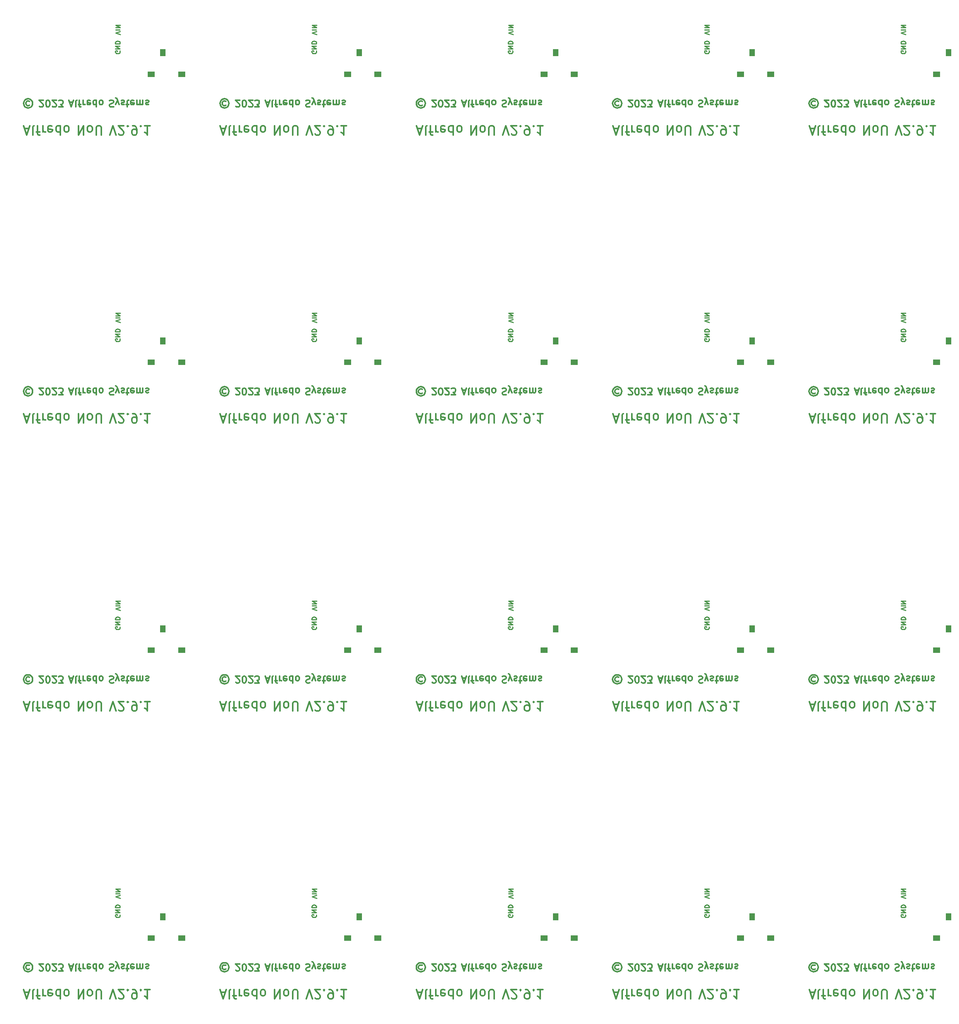
<source format=gbr>
%TF.GenerationSoftware,KiCad,Pcbnew,(7.0.0)*%
%TF.CreationDate,2023-04-25T01:58:54-04:00*%
%TF.ProjectId,NoU2-panelized2,4e6f5532-2d70-4616-9e65-6c697a656432,rev?*%
%TF.SameCoordinates,Original*%
%TF.FileFunction,Legend,Bot*%
%TF.FilePolarity,Positive*%
%FSLAX46Y46*%
G04 Gerber Fmt 4.6, Leading zero omitted, Abs format (unit mm)*
G04 Created by KiCad (PCBNEW (7.0.0)) date 2023-04-25 01:58:54*
%MOMM*%
%LPD*%
G01*
G04 APERTURE LIST*
G04 Aperture macros list*
%AMRoundRect*
0 Rectangle with rounded corners*
0 $1 Rounding radius*
0 $2 $3 $4 $5 $6 $7 $8 $9 X,Y pos of 4 corners*
0 Add a 4 corners polygon primitive as box body*
4,1,4,$2,$3,$4,$5,$6,$7,$8,$9,$2,$3,0*
0 Add four circle primitives for the rounded corners*
1,1,$1+$1,$2,$3*
1,1,$1+$1,$4,$5*
1,1,$1+$1,$6,$7*
1,1,$1+$1,$8,$9*
0 Add four rect primitives between the rounded corners*
20,1,$1+$1,$2,$3,$4,$5,0*
20,1,$1+$1,$4,$5,$6,$7,0*
20,1,$1+$1,$6,$7,$8,$9,0*
20,1,$1+$1,$8,$9,$2,$3,0*%
G04 Aperture macros list end*
%ADD10C,0.300000*%
%ADD11C,0.350000*%
%ADD12C,0.254000*%
%ADD13C,0.500000*%
%ADD14C,2.100000*%
%ADD15C,1.500000*%
%ADD16O,1.700000X1.700000*%
%ADD17R,1.700000X1.700000*%
%ADD18C,3.200000*%
%ADD19RoundRect,0.800000X0.000000X0.600000X0.000000X0.600000X0.000000X-0.600000X0.000000X-0.600000X0*%
%ADD20RoundRect,0.800000X-0.600000X0.000000X-0.600000X0.000000X0.600000X0.000000X0.600000X0.000000X0*%
%ADD21C,2.032000*%
%ADD22C,1.700000*%
G04 APERTURE END LIST*
D10*
X9429572Y-242491785D02*
X9286715Y-242563214D01*
X9286715Y-242563214D02*
X9001001Y-242563214D01*
X9001001Y-242563214D02*
X8858144Y-242491785D01*
X8858144Y-242491785D02*
X8715286Y-242348928D01*
X8715286Y-242348928D02*
X8643858Y-242206071D01*
X8643858Y-242206071D02*
X8643858Y-241920357D01*
X8643858Y-241920357D02*
X8715286Y-241777500D01*
X8715286Y-241777500D02*
X8858144Y-241634642D01*
X8858144Y-241634642D02*
X9001001Y-241563214D01*
X9001001Y-241563214D02*
X9286715Y-241563214D01*
X9286715Y-241563214D02*
X9429572Y-241634642D01*
X9143858Y-243063214D02*
X8786715Y-242991785D01*
X8786715Y-242991785D02*
X8429572Y-242777500D01*
X8429572Y-242777500D02*
X8215286Y-242420357D01*
X8215286Y-242420357D02*
X8143858Y-242063214D01*
X8143858Y-242063214D02*
X8215286Y-241706071D01*
X8215286Y-241706071D02*
X8429572Y-241348928D01*
X8429572Y-241348928D02*
X8786715Y-241134642D01*
X8786715Y-241134642D02*
X9143858Y-241063214D01*
X9143858Y-241063214D02*
X9501001Y-241134642D01*
X9501001Y-241134642D02*
X9858144Y-241348928D01*
X9858144Y-241348928D02*
X10072429Y-241706071D01*
X10072429Y-241706071D02*
X10143858Y-242063214D01*
X10143858Y-242063214D02*
X10072429Y-242420357D01*
X10072429Y-242420357D02*
X9858144Y-242777500D01*
X9858144Y-242777500D02*
X9501001Y-242991785D01*
X9501001Y-242991785D02*
X9143858Y-243063214D01*
X11615287Y-242706071D02*
X11686715Y-242777500D01*
X11686715Y-242777500D02*
X11829573Y-242848928D01*
X11829573Y-242848928D02*
X12186715Y-242848928D01*
X12186715Y-242848928D02*
X12329573Y-242777500D01*
X12329573Y-242777500D02*
X12401001Y-242706071D01*
X12401001Y-242706071D02*
X12472430Y-242563214D01*
X12472430Y-242563214D02*
X12472430Y-242420357D01*
X12472430Y-242420357D02*
X12401001Y-242206071D01*
X12401001Y-242206071D02*
X11543858Y-241348928D01*
X11543858Y-241348928D02*
X12472430Y-241348928D01*
X13401001Y-242848928D02*
X13543858Y-242848928D01*
X13543858Y-242848928D02*
X13686715Y-242777500D01*
X13686715Y-242777500D02*
X13758144Y-242706071D01*
X13758144Y-242706071D02*
X13829572Y-242563214D01*
X13829572Y-242563214D02*
X13901001Y-242277500D01*
X13901001Y-242277500D02*
X13901001Y-241920357D01*
X13901001Y-241920357D02*
X13829572Y-241634642D01*
X13829572Y-241634642D02*
X13758144Y-241491785D01*
X13758144Y-241491785D02*
X13686715Y-241420357D01*
X13686715Y-241420357D02*
X13543858Y-241348928D01*
X13543858Y-241348928D02*
X13401001Y-241348928D01*
X13401001Y-241348928D02*
X13258144Y-241420357D01*
X13258144Y-241420357D02*
X13186715Y-241491785D01*
X13186715Y-241491785D02*
X13115286Y-241634642D01*
X13115286Y-241634642D02*
X13043858Y-241920357D01*
X13043858Y-241920357D02*
X13043858Y-242277500D01*
X13043858Y-242277500D02*
X13115286Y-242563214D01*
X13115286Y-242563214D02*
X13186715Y-242706071D01*
X13186715Y-242706071D02*
X13258144Y-242777500D01*
X13258144Y-242777500D02*
X13401001Y-242848928D01*
X14472429Y-242706071D02*
X14543857Y-242777500D01*
X14543857Y-242777500D02*
X14686715Y-242848928D01*
X14686715Y-242848928D02*
X15043857Y-242848928D01*
X15043857Y-242848928D02*
X15186715Y-242777500D01*
X15186715Y-242777500D02*
X15258143Y-242706071D01*
X15258143Y-242706071D02*
X15329572Y-242563214D01*
X15329572Y-242563214D02*
X15329572Y-242420357D01*
X15329572Y-242420357D02*
X15258143Y-242206071D01*
X15258143Y-242206071D02*
X14401000Y-241348928D01*
X14401000Y-241348928D02*
X15329572Y-241348928D01*
X15829571Y-242848928D02*
X16758143Y-242848928D01*
X16758143Y-242848928D02*
X16258143Y-242277500D01*
X16258143Y-242277500D02*
X16472428Y-242277500D01*
X16472428Y-242277500D02*
X16615286Y-242206071D01*
X16615286Y-242206071D02*
X16686714Y-242134642D01*
X16686714Y-242134642D02*
X16758143Y-241991785D01*
X16758143Y-241991785D02*
X16758143Y-241634642D01*
X16758143Y-241634642D02*
X16686714Y-241491785D01*
X16686714Y-241491785D02*
X16615286Y-241420357D01*
X16615286Y-241420357D02*
X16472428Y-241348928D01*
X16472428Y-241348928D02*
X16043857Y-241348928D01*
X16043857Y-241348928D02*
X15901000Y-241420357D01*
X15901000Y-241420357D02*
X15829571Y-241491785D01*
X18229571Y-241777500D02*
X18943857Y-241777500D01*
X18086714Y-241348928D02*
X18586714Y-242848928D01*
X18586714Y-242848928D02*
X19086714Y-241348928D01*
X19800999Y-241348928D02*
X19658142Y-241420357D01*
X19658142Y-241420357D02*
X19586713Y-241563214D01*
X19586713Y-241563214D02*
X19586713Y-242848928D01*
X20158142Y-242348928D02*
X20729570Y-242348928D01*
X20372427Y-241348928D02*
X20372427Y-242634642D01*
X20372427Y-242634642D02*
X20443856Y-242777500D01*
X20443856Y-242777500D02*
X20586713Y-242848928D01*
X20586713Y-242848928D02*
X20729570Y-242848928D01*
X21229570Y-241348928D02*
X21229570Y-242348928D01*
X21229570Y-242063214D02*
X21300999Y-242206071D01*
X21300999Y-242206071D02*
X21372428Y-242277500D01*
X21372428Y-242277500D02*
X21515285Y-242348928D01*
X21515285Y-242348928D02*
X21658142Y-242348928D01*
X22729570Y-241420357D02*
X22586713Y-241348928D01*
X22586713Y-241348928D02*
X22300999Y-241348928D01*
X22300999Y-241348928D02*
X22158141Y-241420357D01*
X22158141Y-241420357D02*
X22086713Y-241563214D01*
X22086713Y-241563214D02*
X22086713Y-242134642D01*
X22086713Y-242134642D02*
X22158141Y-242277500D01*
X22158141Y-242277500D02*
X22300999Y-242348928D01*
X22300999Y-242348928D02*
X22586713Y-242348928D01*
X22586713Y-242348928D02*
X22729570Y-242277500D01*
X22729570Y-242277500D02*
X22800999Y-242134642D01*
X22800999Y-242134642D02*
X22800999Y-241991785D01*
X22800999Y-241991785D02*
X22086713Y-241848928D01*
X24086713Y-241348928D02*
X24086713Y-242848928D01*
X24086713Y-241420357D02*
X23943855Y-241348928D01*
X23943855Y-241348928D02*
X23658141Y-241348928D01*
X23658141Y-241348928D02*
X23515284Y-241420357D01*
X23515284Y-241420357D02*
X23443855Y-241491785D01*
X23443855Y-241491785D02*
X23372427Y-241634642D01*
X23372427Y-241634642D02*
X23372427Y-242063214D01*
X23372427Y-242063214D02*
X23443855Y-242206071D01*
X23443855Y-242206071D02*
X23515284Y-242277500D01*
X23515284Y-242277500D02*
X23658141Y-242348928D01*
X23658141Y-242348928D02*
X23943855Y-242348928D01*
X23943855Y-242348928D02*
X24086713Y-242277500D01*
X25015284Y-241348928D02*
X24872427Y-241420357D01*
X24872427Y-241420357D02*
X24800998Y-241491785D01*
X24800998Y-241491785D02*
X24729570Y-241634642D01*
X24729570Y-241634642D02*
X24729570Y-242063214D01*
X24729570Y-242063214D02*
X24800998Y-242206071D01*
X24800998Y-242206071D02*
X24872427Y-242277500D01*
X24872427Y-242277500D02*
X25015284Y-242348928D01*
X25015284Y-242348928D02*
X25229570Y-242348928D01*
X25229570Y-242348928D02*
X25372427Y-242277500D01*
X25372427Y-242277500D02*
X25443856Y-242206071D01*
X25443856Y-242206071D02*
X25515284Y-242063214D01*
X25515284Y-242063214D02*
X25515284Y-241634642D01*
X25515284Y-241634642D02*
X25443856Y-241491785D01*
X25443856Y-241491785D02*
X25372427Y-241420357D01*
X25372427Y-241420357D02*
X25229570Y-241348928D01*
X25229570Y-241348928D02*
X25015284Y-241348928D01*
X26986713Y-241420357D02*
X27200999Y-241348928D01*
X27200999Y-241348928D02*
X27558141Y-241348928D01*
X27558141Y-241348928D02*
X27700999Y-241420357D01*
X27700999Y-241420357D02*
X27772427Y-241491785D01*
X27772427Y-241491785D02*
X27843856Y-241634642D01*
X27843856Y-241634642D02*
X27843856Y-241777500D01*
X27843856Y-241777500D02*
X27772427Y-241920357D01*
X27772427Y-241920357D02*
X27700999Y-241991785D01*
X27700999Y-241991785D02*
X27558141Y-242063214D01*
X27558141Y-242063214D02*
X27272427Y-242134642D01*
X27272427Y-242134642D02*
X27129570Y-242206071D01*
X27129570Y-242206071D02*
X27058141Y-242277500D01*
X27058141Y-242277500D02*
X26986713Y-242420357D01*
X26986713Y-242420357D02*
X26986713Y-242563214D01*
X26986713Y-242563214D02*
X27058141Y-242706071D01*
X27058141Y-242706071D02*
X27129570Y-242777500D01*
X27129570Y-242777500D02*
X27272427Y-242848928D01*
X27272427Y-242848928D02*
X27629570Y-242848928D01*
X27629570Y-242848928D02*
X27843856Y-242777500D01*
X28343855Y-242348928D02*
X28700998Y-241348928D01*
X29058141Y-242348928D02*
X28700998Y-241348928D01*
X28700998Y-241348928D02*
X28558141Y-240991785D01*
X28558141Y-240991785D02*
X28486712Y-240920357D01*
X28486712Y-240920357D02*
X28343855Y-240848928D01*
X29558141Y-241420357D02*
X29700998Y-241348928D01*
X29700998Y-241348928D02*
X29986712Y-241348928D01*
X29986712Y-241348928D02*
X30129569Y-241420357D01*
X30129569Y-241420357D02*
X30200998Y-241563214D01*
X30200998Y-241563214D02*
X30200998Y-241634642D01*
X30200998Y-241634642D02*
X30129569Y-241777500D01*
X30129569Y-241777500D02*
X29986712Y-241848928D01*
X29986712Y-241848928D02*
X29772427Y-241848928D01*
X29772427Y-241848928D02*
X29629569Y-241920357D01*
X29629569Y-241920357D02*
X29558141Y-242063214D01*
X29558141Y-242063214D02*
X29558141Y-242134642D01*
X29558141Y-242134642D02*
X29629569Y-242277500D01*
X29629569Y-242277500D02*
X29772427Y-242348928D01*
X29772427Y-242348928D02*
X29986712Y-242348928D01*
X29986712Y-242348928D02*
X30129569Y-242277500D01*
X30629570Y-242348928D02*
X31200998Y-242348928D01*
X30843855Y-242848928D02*
X30843855Y-241563214D01*
X30843855Y-241563214D02*
X30915284Y-241420357D01*
X30915284Y-241420357D02*
X31058141Y-241348928D01*
X31058141Y-241348928D02*
X31200998Y-241348928D01*
X32272427Y-241420357D02*
X32129570Y-241348928D01*
X32129570Y-241348928D02*
X31843856Y-241348928D01*
X31843856Y-241348928D02*
X31700998Y-241420357D01*
X31700998Y-241420357D02*
X31629570Y-241563214D01*
X31629570Y-241563214D02*
X31629570Y-242134642D01*
X31629570Y-242134642D02*
X31700998Y-242277500D01*
X31700998Y-242277500D02*
X31843856Y-242348928D01*
X31843856Y-242348928D02*
X32129570Y-242348928D01*
X32129570Y-242348928D02*
X32272427Y-242277500D01*
X32272427Y-242277500D02*
X32343856Y-242134642D01*
X32343856Y-242134642D02*
X32343856Y-241991785D01*
X32343856Y-241991785D02*
X31629570Y-241848928D01*
X32986712Y-241348928D02*
X32986712Y-242348928D01*
X32986712Y-242206071D02*
X33058141Y-242277500D01*
X33058141Y-242277500D02*
X33200998Y-242348928D01*
X33200998Y-242348928D02*
X33415284Y-242348928D01*
X33415284Y-242348928D02*
X33558141Y-242277500D01*
X33558141Y-242277500D02*
X33629570Y-242134642D01*
X33629570Y-242134642D02*
X33629570Y-241348928D01*
X33629570Y-242134642D02*
X33700998Y-242277500D01*
X33700998Y-242277500D02*
X33843855Y-242348928D01*
X33843855Y-242348928D02*
X34058141Y-242348928D01*
X34058141Y-242348928D02*
X34200998Y-242277500D01*
X34200998Y-242277500D02*
X34272427Y-242134642D01*
X34272427Y-242134642D02*
X34272427Y-241348928D01*
X34915284Y-241420357D02*
X35058141Y-241348928D01*
X35058141Y-241348928D02*
X35343855Y-241348928D01*
X35343855Y-241348928D02*
X35486712Y-241420357D01*
X35486712Y-241420357D02*
X35558141Y-241563214D01*
X35558141Y-241563214D02*
X35558141Y-241634642D01*
X35558141Y-241634642D02*
X35486712Y-241777500D01*
X35486712Y-241777500D02*
X35343855Y-241848928D01*
X35343855Y-241848928D02*
X35129570Y-241848928D01*
X35129570Y-241848928D02*
X34986712Y-241920357D01*
X34986712Y-241920357D02*
X34915284Y-242063214D01*
X34915284Y-242063214D02*
X34915284Y-242134642D01*
X34915284Y-242134642D02*
X34986712Y-242277500D01*
X34986712Y-242277500D02*
X35129570Y-242348928D01*
X35129570Y-242348928D02*
X35343855Y-242348928D01*
X35343855Y-242348928D02*
X35486712Y-242277500D01*
X181429572Y-116491785D02*
X181286715Y-116563214D01*
X181286715Y-116563214D02*
X181001001Y-116563214D01*
X181001001Y-116563214D02*
X180858144Y-116491785D01*
X180858144Y-116491785D02*
X180715286Y-116348928D01*
X180715286Y-116348928D02*
X180643858Y-116206071D01*
X180643858Y-116206071D02*
X180643858Y-115920357D01*
X180643858Y-115920357D02*
X180715286Y-115777500D01*
X180715286Y-115777500D02*
X180858144Y-115634642D01*
X180858144Y-115634642D02*
X181001001Y-115563214D01*
X181001001Y-115563214D02*
X181286715Y-115563214D01*
X181286715Y-115563214D02*
X181429572Y-115634642D01*
X181143858Y-117063214D02*
X180786715Y-116991785D01*
X180786715Y-116991785D02*
X180429572Y-116777500D01*
X180429572Y-116777500D02*
X180215286Y-116420357D01*
X180215286Y-116420357D02*
X180143858Y-116063214D01*
X180143858Y-116063214D02*
X180215286Y-115706071D01*
X180215286Y-115706071D02*
X180429572Y-115348928D01*
X180429572Y-115348928D02*
X180786715Y-115134642D01*
X180786715Y-115134642D02*
X181143858Y-115063214D01*
X181143858Y-115063214D02*
X181501001Y-115134642D01*
X181501001Y-115134642D02*
X181858144Y-115348928D01*
X181858144Y-115348928D02*
X182072429Y-115706071D01*
X182072429Y-115706071D02*
X182143858Y-116063214D01*
X182143858Y-116063214D02*
X182072429Y-116420357D01*
X182072429Y-116420357D02*
X181858144Y-116777500D01*
X181858144Y-116777500D02*
X181501001Y-116991785D01*
X181501001Y-116991785D02*
X181143858Y-117063214D01*
X183615287Y-116706071D02*
X183686715Y-116777500D01*
X183686715Y-116777500D02*
X183829573Y-116848928D01*
X183829573Y-116848928D02*
X184186715Y-116848928D01*
X184186715Y-116848928D02*
X184329573Y-116777500D01*
X184329573Y-116777500D02*
X184401001Y-116706071D01*
X184401001Y-116706071D02*
X184472430Y-116563214D01*
X184472430Y-116563214D02*
X184472430Y-116420357D01*
X184472430Y-116420357D02*
X184401001Y-116206071D01*
X184401001Y-116206071D02*
X183543858Y-115348928D01*
X183543858Y-115348928D02*
X184472430Y-115348928D01*
X185401001Y-116848928D02*
X185543858Y-116848928D01*
X185543858Y-116848928D02*
X185686715Y-116777500D01*
X185686715Y-116777500D02*
X185758144Y-116706071D01*
X185758144Y-116706071D02*
X185829572Y-116563214D01*
X185829572Y-116563214D02*
X185901001Y-116277500D01*
X185901001Y-116277500D02*
X185901001Y-115920357D01*
X185901001Y-115920357D02*
X185829572Y-115634642D01*
X185829572Y-115634642D02*
X185758144Y-115491785D01*
X185758144Y-115491785D02*
X185686715Y-115420357D01*
X185686715Y-115420357D02*
X185543858Y-115348928D01*
X185543858Y-115348928D02*
X185401001Y-115348928D01*
X185401001Y-115348928D02*
X185258144Y-115420357D01*
X185258144Y-115420357D02*
X185186715Y-115491785D01*
X185186715Y-115491785D02*
X185115286Y-115634642D01*
X185115286Y-115634642D02*
X185043858Y-115920357D01*
X185043858Y-115920357D02*
X185043858Y-116277500D01*
X185043858Y-116277500D02*
X185115286Y-116563214D01*
X185115286Y-116563214D02*
X185186715Y-116706071D01*
X185186715Y-116706071D02*
X185258144Y-116777500D01*
X185258144Y-116777500D02*
X185401001Y-116848928D01*
X186472429Y-116706071D02*
X186543857Y-116777500D01*
X186543857Y-116777500D02*
X186686715Y-116848928D01*
X186686715Y-116848928D02*
X187043857Y-116848928D01*
X187043857Y-116848928D02*
X187186715Y-116777500D01*
X187186715Y-116777500D02*
X187258143Y-116706071D01*
X187258143Y-116706071D02*
X187329572Y-116563214D01*
X187329572Y-116563214D02*
X187329572Y-116420357D01*
X187329572Y-116420357D02*
X187258143Y-116206071D01*
X187258143Y-116206071D02*
X186401000Y-115348928D01*
X186401000Y-115348928D02*
X187329572Y-115348928D01*
X187829571Y-116848928D02*
X188758143Y-116848928D01*
X188758143Y-116848928D02*
X188258143Y-116277500D01*
X188258143Y-116277500D02*
X188472428Y-116277500D01*
X188472428Y-116277500D02*
X188615286Y-116206071D01*
X188615286Y-116206071D02*
X188686714Y-116134642D01*
X188686714Y-116134642D02*
X188758143Y-115991785D01*
X188758143Y-115991785D02*
X188758143Y-115634642D01*
X188758143Y-115634642D02*
X188686714Y-115491785D01*
X188686714Y-115491785D02*
X188615286Y-115420357D01*
X188615286Y-115420357D02*
X188472428Y-115348928D01*
X188472428Y-115348928D02*
X188043857Y-115348928D01*
X188043857Y-115348928D02*
X187901000Y-115420357D01*
X187901000Y-115420357D02*
X187829571Y-115491785D01*
X190229571Y-115777500D02*
X190943857Y-115777500D01*
X190086714Y-115348928D02*
X190586714Y-116848928D01*
X190586714Y-116848928D02*
X191086714Y-115348928D01*
X191800999Y-115348928D02*
X191658142Y-115420357D01*
X191658142Y-115420357D02*
X191586713Y-115563214D01*
X191586713Y-115563214D02*
X191586713Y-116848928D01*
X192158142Y-116348928D02*
X192729570Y-116348928D01*
X192372427Y-115348928D02*
X192372427Y-116634642D01*
X192372427Y-116634642D02*
X192443856Y-116777500D01*
X192443856Y-116777500D02*
X192586713Y-116848928D01*
X192586713Y-116848928D02*
X192729570Y-116848928D01*
X193229570Y-115348928D02*
X193229570Y-116348928D01*
X193229570Y-116063214D02*
X193300999Y-116206071D01*
X193300999Y-116206071D02*
X193372428Y-116277500D01*
X193372428Y-116277500D02*
X193515285Y-116348928D01*
X193515285Y-116348928D02*
X193658142Y-116348928D01*
X194729570Y-115420357D02*
X194586713Y-115348928D01*
X194586713Y-115348928D02*
X194300999Y-115348928D01*
X194300999Y-115348928D02*
X194158141Y-115420357D01*
X194158141Y-115420357D02*
X194086713Y-115563214D01*
X194086713Y-115563214D02*
X194086713Y-116134642D01*
X194086713Y-116134642D02*
X194158141Y-116277500D01*
X194158141Y-116277500D02*
X194300999Y-116348928D01*
X194300999Y-116348928D02*
X194586713Y-116348928D01*
X194586713Y-116348928D02*
X194729570Y-116277500D01*
X194729570Y-116277500D02*
X194800999Y-116134642D01*
X194800999Y-116134642D02*
X194800999Y-115991785D01*
X194800999Y-115991785D02*
X194086713Y-115848928D01*
X196086713Y-115348928D02*
X196086713Y-116848928D01*
X196086713Y-115420357D02*
X195943855Y-115348928D01*
X195943855Y-115348928D02*
X195658141Y-115348928D01*
X195658141Y-115348928D02*
X195515284Y-115420357D01*
X195515284Y-115420357D02*
X195443855Y-115491785D01*
X195443855Y-115491785D02*
X195372427Y-115634642D01*
X195372427Y-115634642D02*
X195372427Y-116063214D01*
X195372427Y-116063214D02*
X195443855Y-116206071D01*
X195443855Y-116206071D02*
X195515284Y-116277500D01*
X195515284Y-116277500D02*
X195658141Y-116348928D01*
X195658141Y-116348928D02*
X195943855Y-116348928D01*
X195943855Y-116348928D02*
X196086713Y-116277500D01*
X197015284Y-115348928D02*
X196872427Y-115420357D01*
X196872427Y-115420357D02*
X196800998Y-115491785D01*
X196800998Y-115491785D02*
X196729570Y-115634642D01*
X196729570Y-115634642D02*
X196729570Y-116063214D01*
X196729570Y-116063214D02*
X196800998Y-116206071D01*
X196800998Y-116206071D02*
X196872427Y-116277500D01*
X196872427Y-116277500D02*
X197015284Y-116348928D01*
X197015284Y-116348928D02*
X197229570Y-116348928D01*
X197229570Y-116348928D02*
X197372427Y-116277500D01*
X197372427Y-116277500D02*
X197443856Y-116206071D01*
X197443856Y-116206071D02*
X197515284Y-116063214D01*
X197515284Y-116063214D02*
X197515284Y-115634642D01*
X197515284Y-115634642D02*
X197443856Y-115491785D01*
X197443856Y-115491785D02*
X197372427Y-115420357D01*
X197372427Y-115420357D02*
X197229570Y-115348928D01*
X197229570Y-115348928D02*
X197015284Y-115348928D01*
X198986713Y-115420357D02*
X199200999Y-115348928D01*
X199200999Y-115348928D02*
X199558141Y-115348928D01*
X199558141Y-115348928D02*
X199700999Y-115420357D01*
X199700999Y-115420357D02*
X199772427Y-115491785D01*
X199772427Y-115491785D02*
X199843856Y-115634642D01*
X199843856Y-115634642D02*
X199843856Y-115777500D01*
X199843856Y-115777500D02*
X199772427Y-115920357D01*
X199772427Y-115920357D02*
X199700999Y-115991785D01*
X199700999Y-115991785D02*
X199558141Y-116063214D01*
X199558141Y-116063214D02*
X199272427Y-116134642D01*
X199272427Y-116134642D02*
X199129570Y-116206071D01*
X199129570Y-116206071D02*
X199058141Y-116277500D01*
X199058141Y-116277500D02*
X198986713Y-116420357D01*
X198986713Y-116420357D02*
X198986713Y-116563214D01*
X198986713Y-116563214D02*
X199058141Y-116706071D01*
X199058141Y-116706071D02*
X199129570Y-116777500D01*
X199129570Y-116777500D02*
X199272427Y-116848928D01*
X199272427Y-116848928D02*
X199629570Y-116848928D01*
X199629570Y-116848928D02*
X199843856Y-116777500D01*
X200343855Y-116348928D02*
X200700998Y-115348928D01*
X201058141Y-116348928D02*
X200700998Y-115348928D01*
X200700998Y-115348928D02*
X200558141Y-114991785D01*
X200558141Y-114991785D02*
X200486712Y-114920357D01*
X200486712Y-114920357D02*
X200343855Y-114848928D01*
X201558141Y-115420357D02*
X201700998Y-115348928D01*
X201700998Y-115348928D02*
X201986712Y-115348928D01*
X201986712Y-115348928D02*
X202129569Y-115420357D01*
X202129569Y-115420357D02*
X202200998Y-115563214D01*
X202200998Y-115563214D02*
X202200998Y-115634642D01*
X202200998Y-115634642D02*
X202129569Y-115777500D01*
X202129569Y-115777500D02*
X201986712Y-115848928D01*
X201986712Y-115848928D02*
X201772427Y-115848928D01*
X201772427Y-115848928D02*
X201629569Y-115920357D01*
X201629569Y-115920357D02*
X201558141Y-116063214D01*
X201558141Y-116063214D02*
X201558141Y-116134642D01*
X201558141Y-116134642D02*
X201629569Y-116277500D01*
X201629569Y-116277500D02*
X201772427Y-116348928D01*
X201772427Y-116348928D02*
X201986712Y-116348928D01*
X201986712Y-116348928D02*
X202129569Y-116277500D01*
X202629570Y-116348928D02*
X203200998Y-116348928D01*
X202843855Y-116848928D02*
X202843855Y-115563214D01*
X202843855Y-115563214D02*
X202915284Y-115420357D01*
X202915284Y-115420357D02*
X203058141Y-115348928D01*
X203058141Y-115348928D02*
X203200998Y-115348928D01*
X204272427Y-115420357D02*
X204129570Y-115348928D01*
X204129570Y-115348928D02*
X203843856Y-115348928D01*
X203843856Y-115348928D02*
X203700998Y-115420357D01*
X203700998Y-115420357D02*
X203629570Y-115563214D01*
X203629570Y-115563214D02*
X203629570Y-116134642D01*
X203629570Y-116134642D02*
X203700998Y-116277500D01*
X203700998Y-116277500D02*
X203843856Y-116348928D01*
X203843856Y-116348928D02*
X204129570Y-116348928D01*
X204129570Y-116348928D02*
X204272427Y-116277500D01*
X204272427Y-116277500D02*
X204343856Y-116134642D01*
X204343856Y-116134642D02*
X204343856Y-115991785D01*
X204343856Y-115991785D02*
X203629570Y-115848928D01*
X204986712Y-115348928D02*
X204986712Y-116348928D01*
X204986712Y-116206071D02*
X205058141Y-116277500D01*
X205058141Y-116277500D02*
X205200998Y-116348928D01*
X205200998Y-116348928D02*
X205415284Y-116348928D01*
X205415284Y-116348928D02*
X205558141Y-116277500D01*
X205558141Y-116277500D02*
X205629570Y-116134642D01*
X205629570Y-116134642D02*
X205629570Y-115348928D01*
X205629570Y-116134642D02*
X205700998Y-116277500D01*
X205700998Y-116277500D02*
X205843855Y-116348928D01*
X205843855Y-116348928D02*
X206058141Y-116348928D01*
X206058141Y-116348928D02*
X206200998Y-116277500D01*
X206200998Y-116277500D02*
X206272427Y-116134642D01*
X206272427Y-116134642D02*
X206272427Y-115348928D01*
X206915284Y-115420357D02*
X207058141Y-115348928D01*
X207058141Y-115348928D02*
X207343855Y-115348928D01*
X207343855Y-115348928D02*
X207486712Y-115420357D01*
X207486712Y-115420357D02*
X207558141Y-115563214D01*
X207558141Y-115563214D02*
X207558141Y-115634642D01*
X207558141Y-115634642D02*
X207486712Y-115777500D01*
X207486712Y-115777500D02*
X207343855Y-115848928D01*
X207343855Y-115848928D02*
X207129570Y-115848928D01*
X207129570Y-115848928D02*
X206986712Y-115920357D01*
X206986712Y-115920357D02*
X206915284Y-116063214D01*
X206915284Y-116063214D02*
X206915284Y-116134642D01*
X206915284Y-116134642D02*
X206986712Y-116277500D01*
X206986712Y-116277500D02*
X207129570Y-116348928D01*
X207129570Y-116348928D02*
X207343855Y-116348928D01*
X207343855Y-116348928D02*
X207486712Y-116277500D01*
X52429572Y-242491785D02*
X52286715Y-242563214D01*
X52286715Y-242563214D02*
X52001001Y-242563214D01*
X52001001Y-242563214D02*
X51858144Y-242491785D01*
X51858144Y-242491785D02*
X51715286Y-242348928D01*
X51715286Y-242348928D02*
X51643858Y-242206071D01*
X51643858Y-242206071D02*
X51643858Y-241920357D01*
X51643858Y-241920357D02*
X51715286Y-241777500D01*
X51715286Y-241777500D02*
X51858144Y-241634642D01*
X51858144Y-241634642D02*
X52001001Y-241563214D01*
X52001001Y-241563214D02*
X52286715Y-241563214D01*
X52286715Y-241563214D02*
X52429572Y-241634642D01*
X52143858Y-243063214D02*
X51786715Y-242991785D01*
X51786715Y-242991785D02*
X51429572Y-242777500D01*
X51429572Y-242777500D02*
X51215286Y-242420357D01*
X51215286Y-242420357D02*
X51143858Y-242063214D01*
X51143858Y-242063214D02*
X51215286Y-241706071D01*
X51215286Y-241706071D02*
X51429572Y-241348928D01*
X51429572Y-241348928D02*
X51786715Y-241134642D01*
X51786715Y-241134642D02*
X52143858Y-241063214D01*
X52143858Y-241063214D02*
X52501001Y-241134642D01*
X52501001Y-241134642D02*
X52858144Y-241348928D01*
X52858144Y-241348928D02*
X53072429Y-241706071D01*
X53072429Y-241706071D02*
X53143858Y-242063214D01*
X53143858Y-242063214D02*
X53072429Y-242420357D01*
X53072429Y-242420357D02*
X52858144Y-242777500D01*
X52858144Y-242777500D02*
X52501001Y-242991785D01*
X52501001Y-242991785D02*
X52143858Y-243063214D01*
X54615287Y-242706071D02*
X54686715Y-242777500D01*
X54686715Y-242777500D02*
X54829573Y-242848928D01*
X54829573Y-242848928D02*
X55186715Y-242848928D01*
X55186715Y-242848928D02*
X55329573Y-242777500D01*
X55329573Y-242777500D02*
X55401001Y-242706071D01*
X55401001Y-242706071D02*
X55472430Y-242563214D01*
X55472430Y-242563214D02*
X55472430Y-242420357D01*
X55472430Y-242420357D02*
X55401001Y-242206071D01*
X55401001Y-242206071D02*
X54543858Y-241348928D01*
X54543858Y-241348928D02*
X55472430Y-241348928D01*
X56401001Y-242848928D02*
X56543858Y-242848928D01*
X56543858Y-242848928D02*
X56686715Y-242777500D01*
X56686715Y-242777500D02*
X56758144Y-242706071D01*
X56758144Y-242706071D02*
X56829572Y-242563214D01*
X56829572Y-242563214D02*
X56901001Y-242277500D01*
X56901001Y-242277500D02*
X56901001Y-241920357D01*
X56901001Y-241920357D02*
X56829572Y-241634642D01*
X56829572Y-241634642D02*
X56758144Y-241491785D01*
X56758144Y-241491785D02*
X56686715Y-241420357D01*
X56686715Y-241420357D02*
X56543858Y-241348928D01*
X56543858Y-241348928D02*
X56401001Y-241348928D01*
X56401001Y-241348928D02*
X56258144Y-241420357D01*
X56258144Y-241420357D02*
X56186715Y-241491785D01*
X56186715Y-241491785D02*
X56115286Y-241634642D01*
X56115286Y-241634642D02*
X56043858Y-241920357D01*
X56043858Y-241920357D02*
X56043858Y-242277500D01*
X56043858Y-242277500D02*
X56115286Y-242563214D01*
X56115286Y-242563214D02*
X56186715Y-242706071D01*
X56186715Y-242706071D02*
X56258144Y-242777500D01*
X56258144Y-242777500D02*
X56401001Y-242848928D01*
X57472429Y-242706071D02*
X57543857Y-242777500D01*
X57543857Y-242777500D02*
X57686715Y-242848928D01*
X57686715Y-242848928D02*
X58043857Y-242848928D01*
X58043857Y-242848928D02*
X58186715Y-242777500D01*
X58186715Y-242777500D02*
X58258143Y-242706071D01*
X58258143Y-242706071D02*
X58329572Y-242563214D01*
X58329572Y-242563214D02*
X58329572Y-242420357D01*
X58329572Y-242420357D02*
X58258143Y-242206071D01*
X58258143Y-242206071D02*
X57401000Y-241348928D01*
X57401000Y-241348928D02*
X58329572Y-241348928D01*
X58829571Y-242848928D02*
X59758143Y-242848928D01*
X59758143Y-242848928D02*
X59258143Y-242277500D01*
X59258143Y-242277500D02*
X59472428Y-242277500D01*
X59472428Y-242277500D02*
X59615286Y-242206071D01*
X59615286Y-242206071D02*
X59686714Y-242134642D01*
X59686714Y-242134642D02*
X59758143Y-241991785D01*
X59758143Y-241991785D02*
X59758143Y-241634642D01*
X59758143Y-241634642D02*
X59686714Y-241491785D01*
X59686714Y-241491785D02*
X59615286Y-241420357D01*
X59615286Y-241420357D02*
X59472428Y-241348928D01*
X59472428Y-241348928D02*
X59043857Y-241348928D01*
X59043857Y-241348928D02*
X58901000Y-241420357D01*
X58901000Y-241420357D02*
X58829571Y-241491785D01*
X61229571Y-241777500D02*
X61943857Y-241777500D01*
X61086714Y-241348928D02*
X61586714Y-242848928D01*
X61586714Y-242848928D02*
X62086714Y-241348928D01*
X62800999Y-241348928D02*
X62658142Y-241420357D01*
X62658142Y-241420357D02*
X62586713Y-241563214D01*
X62586713Y-241563214D02*
X62586713Y-242848928D01*
X63158142Y-242348928D02*
X63729570Y-242348928D01*
X63372427Y-241348928D02*
X63372427Y-242634642D01*
X63372427Y-242634642D02*
X63443856Y-242777500D01*
X63443856Y-242777500D02*
X63586713Y-242848928D01*
X63586713Y-242848928D02*
X63729570Y-242848928D01*
X64229570Y-241348928D02*
X64229570Y-242348928D01*
X64229570Y-242063214D02*
X64300999Y-242206071D01*
X64300999Y-242206071D02*
X64372428Y-242277500D01*
X64372428Y-242277500D02*
X64515285Y-242348928D01*
X64515285Y-242348928D02*
X64658142Y-242348928D01*
X65729570Y-241420357D02*
X65586713Y-241348928D01*
X65586713Y-241348928D02*
X65300999Y-241348928D01*
X65300999Y-241348928D02*
X65158141Y-241420357D01*
X65158141Y-241420357D02*
X65086713Y-241563214D01*
X65086713Y-241563214D02*
X65086713Y-242134642D01*
X65086713Y-242134642D02*
X65158141Y-242277500D01*
X65158141Y-242277500D02*
X65300999Y-242348928D01*
X65300999Y-242348928D02*
X65586713Y-242348928D01*
X65586713Y-242348928D02*
X65729570Y-242277500D01*
X65729570Y-242277500D02*
X65800999Y-242134642D01*
X65800999Y-242134642D02*
X65800999Y-241991785D01*
X65800999Y-241991785D02*
X65086713Y-241848928D01*
X67086713Y-241348928D02*
X67086713Y-242848928D01*
X67086713Y-241420357D02*
X66943855Y-241348928D01*
X66943855Y-241348928D02*
X66658141Y-241348928D01*
X66658141Y-241348928D02*
X66515284Y-241420357D01*
X66515284Y-241420357D02*
X66443855Y-241491785D01*
X66443855Y-241491785D02*
X66372427Y-241634642D01*
X66372427Y-241634642D02*
X66372427Y-242063214D01*
X66372427Y-242063214D02*
X66443855Y-242206071D01*
X66443855Y-242206071D02*
X66515284Y-242277500D01*
X66515284Y-242277500D02*
X66658141Y-242348928D01*
X66658141Y-242348928D02*
X66943855Y-242348928D01*
X66943855Y-242348928D02*
X67086713Y-242277500D01*
X68015284Y-241348928D02*
X67872427Y-241420357D01*
X67872427Y-241420357D02*
X67800998Y-241491785D01*
X67800998Y-241491785D02*
X67729570Y-241634642D01*
X67729570Y-241634642D02*
X67729570Y-242063214D01*
X67729570Y-242063214D02*
X67800998Y-242206071D01*
X67800998Y-242206071D02*
X67872427Y-242277500D01*
X67872427Y-242277500D02*
X68015284Y-242348928D01*
X68015284Y-242348928D02*
X68229570Y-242348928D01*
X68229570Y-242348928D02*
X68372427Y-242277500D01*
X68372427Y-242277500D02*
X68443856Y-242206071D01*
X68443856Y-242206071D02*
X68515284Y-242063214D01*
X68515284Y-242063214D02*
X68515284Y-241634642D01*
X68515284Y-241634642D02*
X68443856Y-241491785D01*
X68443856Y-241491785D02*
X68372427Y-241420357D01*
X68372427Y-241420357D02*
X68229570Y-241348928D01*
X68229570Y-241348928D02*
X68015284Y-241348928D01*
X69986713Y-241420357D02*
X70200999Y-241348928D01*
X70200999Y-241348928D02*
X70558141Y-241348928D01*
X70558141Y-241348928D02*
X70700999Y-241420357D01*
X70700999Y-241420357D02*
X70772427Y-241491785D01*
X70772427Y-241491785D02*
X70843856Y-241634642D01*
X70843856Y-241634642D02*
X70843856Y-241777500D01*
X70843856Y-241777500D02*
X70772427Y-241920357D01*
X70772427Y-241920357D02*
X70700999Y-241991785D01*
X70700999Y-241991785D02*
X70558141Y-242063214D01*
X70558141Y-242063214D02*
X70272427Y-242134642D01*
X70272427Y-242134642D02*
X70129570Y-242206071D01*
X70129570Y-242206071D02*
X70058141Y-242277500D01*
X70058141Y-242277500D02*
X69986713Y-242420357D01*
X69986713Y-242420357D02*
X69986713Y-242563214D01*
X69986713Y-242563214D02*
X70058141Y-242706071D01*
X70058141Y-242706071D02*
X70129570Y-242777500D01*
X70129570Y-242777500D02*
X70272427Y-242848928D01*
X70272427Y-242848928D02*
X70629570Y-242848928D01*
X70629570Y-242848928D02*
X70843856Y-242777500D01*
X71343855Y-242348928D02*
X71700998Y-241348928D01*
X72058141Y-242348928D02*
X71700998Y-241348928D01*
X71700998Y-241348928D02*
X71558141Y-240991785D01*
X71558141Y-240991785D02*
X71486712Y-240920357D01*
X71486712Y-240920357D02*
X71343855Y-240848928D01*
X72558141Y-241420357D02*
X72700998Y-241348928D01*
X72700998Y-241348928D02*
X72986712Y-241348928D01*
X72986712Y-241348928D02*
X73129569Y-241420357D01*
X73129569Y-241420357D02*
X73200998Y-241563214D01*
X73200998Y-241563214D02*
X73200998Y-241634642D01*
X73200998Y-241634642D02*
X73129569Y-241777500D01*
X73129569Y-241777500D02*
X72986712Y-241848928D01*
X72986712Y-241848928D02*
X72772427Y-241848928D01*
X72772427Y-241848928D02*
X72629569Y-241920357D01*
X72629569Y-241920357D02*
X72558141Y-242063214D01*
X72558141Y-242063214D02*
X72558141Y-242134642D01*
X72558141Y-242134642D02*
X72629569Y-242277500D01*
X72629569Y-242277500D02*
X72772427Y-242348928D01*
X72772427Y-242348928D02*
X72986712Y-242348928D01*
X72986712Y-242348928D02*
X73129569Y-242277500D01*
X73629570Y-242348928D02*
X74200998Y-242348928D01*
X73843855Y-242848928D02*
X73843855Y-241563214D01*
X73843855Y-241563214D02*
X73915284Y-241420357D01*
X73915284Y-241420357D02*
X74058141Y-241348928D01*
X74058141Y-241348928D02*
X74200998Y-241348928D01*
X75272427Y-241420357D02*
X75129570Y-241348928D01*
X75129570Y-241348928D02*
X74843856Y-241348928D01*
X74843856Y-241348928D02*
X74700998Y-241420357D01*
X74700998Y-241420357D02*
X74629570Y-241563214D01*
X74629570Y-241563214D02*
X74629570Y-242134642D01*
X74629570Y-242134642D02*
X74700998Y-242277500D01*
X74700998Y-242277500D02*
X74843856Y-242348928D01*
X74843856Y-242348928D02*
X75129570Y-242348928D01*
X75129570Y-242348928D02*
X75272427Y-242277500D01*
X75272427Y-242277500D02*
X75343856Y-242134642D01*
X75343856Y-242134642D02*
X75343856Y-241991785D01*
X75343856Y-241991785D02*
X74629570Y-241848928D01*
X75986712Y-241348928D02*
X75986712Y-242348928D01*
X75986712Y-242206071D02*
X76058141Y-242277500D01*
X76058141Y-242277500D02*
X76200998Y-242348928D01*
X76200998Y-242348928D02*
X76415284Y-242348928D01*
X76415284Y-242348928D02*
X76558141Y-242277500D01*
X76558141Y-242277500D02*
X76629570Y-242134642D01*
X76629570Y-242134642D02*
X76629570Y-241348928D01*
X76629570Y-242134642D02*
X76700998Y-242277500D01*
X76700998Y-242277500D02*
X76843855Y-242348928D01*
X76843855Y-242348928D02*
X77058141Y-242348928D01*
X77058141Y-242348928D02*
X77200998Y-242277500D01*
X77200998Y-242277500D02*
X77272427Y-242134642D01*
X77272427Y-242134642D02*
X77272427Y-241348928D01*
X77915284Y-241420357D02*
X78058141Y-241348928D01*
X78058141Y-241348928D02*
X78343855Y-241348928D01*
X78343855Y-241348928D02*
X78486712Y-241420357D01*
X78486712Y-241420357D02*
X78558141Y-241563214D01*
X78558141Y-241563214D02*
X78558141Y-241634642D01*
X78558141Y-241634642D02*
X78486712Y-241777500D01*
X78486712Y-241777500D02*
X78343855Y-241848928D01*
X78343855Y-241848928D02*
X78129570Y-241848928D01*
X78129570Y-241848928D02*
X77986712Y-241920357D01*
X77986712Y-241920357D02*
X77915284Y-242063214D01*
X77915284Y-242063214D02*
X77915284Y-242134642D01*
X77915284Y-242134642D02*
X77986712Y-242277500D01*
X77986712Y-242277500D02*
X78129570Y-242348928D01*
X78129570Y-242348928D02*
X78343855Y-242348928D01*
X78343855Y-242348928D02*
X78486712Y-242277500D01*
X138429572Y-179491785D02*
X138286715Y-179563214D01*
X138286715Y-179563214D02*
X138001001Y-179563214D01*
X138001001Y-179563214D02*
X137858144Y-179491785D01*
X137858144Y-179491785D02*
X137715286Y-179348928D01*
X137715286Y-179348928D02*
X137643858Y-179206071D01*
X137643858Y-179206071D02*
X137643858Y-178920357D01*
X137643858Y-178920357D02*
X137715286Y-178777500D01*
X137715286Y-178777500D02*
X137858144Y-178634642D01*
X137858144Y-178634642D02*
X138001001Y-178563214D01*
X138001001Y-178563214D02*
X138286715Y-178563214D01*
X138286715Y-178563214D02*
X138429572Y-178634642D01*
X138143858Y-180063214D02*
X137786715Y-179991785D01*
X137786715Y-179991785D02*
X137429572Y-179777500D01*
X137429572Y-179777500D02*
X137215286Y-179420357D01*
X137215286Y-179420357D02*
X137143858Y-179063214D01*
X137143858Y-179063214D02*
X137215286Y-178706071D01*
X137215286Y-178706071D02*
X137429572Y-178348928D01*
X137429572Y-178348928D02*
X137786715Y-178134642D01*
X137786715Y-178134642D02*
X138143858Y-178063214D01*
X138143858Y-178063214D02*
X138501001Y-178134642D01*
X138501001Y-178134642D02*
X138858144Y-178348928D01*
X138858144Y-178348928D02*
X139072429Y-178706071D01*
X139072429Y-178706071D02*
X139143858Y-179063214D01*
X139143858Y-179063214D02*
X139072429Y-179420357D01*
X139072429Y-179420357D02*
X138858144Y-179777500D01*
X138858144Y-179777500D02*
X138501001Y-179991785D01*
X138501001Y-179991785D02*
X138143858Y-180063214D01*
X140615287Y-179706071D02*
X140686715Y-179777500D01*
X140686715Y-179777500D02*
X140829573Y-179848928D01*
X140829573Y-179848928D02*
X141186715Y-179848928D01*
X141186715Y-179848928D02*
X141329573Y-179777500D01*
X141329573Y-179777500D02*
X141401001Y-179706071D01*
X141401001Y-179706071D02*
X141472430Y-179563214D01*
X141472430Y-179563214D02*
X141472430Y-179420357D01*
X141472430Y-179420357D02*
X141401001Y-179206071D01*
X141401001Y-179206071D02*
X140543858Y-178348928D01*
X140543858Y-178348928D02*
X141472430Y-178348928D01*
X142401001Y-179848928D02*
X142543858Y-179848928D01*
X142543858Y-179848928D02*
X142686715Y-179777500D01*
X142686715Y-179777500D02*
X142758144Y-179706071D01*
X142758144Y-179706071D02*
X142829572Y-179563214D01*
X142829572Y-179563214D02*
X142901001Y-179277500D01*
X142901001Y-179277500D02*
X142901001Y-178920357D01*
X142901001Y-178920357D02*
X142829572Y-178634642D01*
X142829572Y-178634642D02*
X142758144Y-178491785D01*
X142758144Y-178491785D02*
X142686715Y-178420357D01*
X142686715Y-178420357D02*
X142543858Y-178348928D01*
X142543858Y-178348928D02*
X142401001Y-178348928D01*
X142401001Y-178348928D02*
X142258144Y-178420357D01*
X142258144Y-178420357D02*
X142186715Y-178491785D01*
X142186715Y-178491785D02*
X142115286Y-178634642D01*
X142115286Y-178634642D02*
X142043858Y-178920357D01*
X142043858Y-178920357D02*
X142043858Y-179277500D01*
X142043858Y-179277500D02*
X142115286Y-179563214D01*
X142115286Y-179563214D02*
X142186715Y-179706071D01*
X142186715Y-179706071D02*
X142258144Y-179777500D01*
X142258144Y-179777500D02*
X142401001Y-179848928D01*
X143472429Y-179706071D02*
X143543857Y-179777500D01*
X143543857Y-179777500D02*
X143686715Y-179848928D01*
X143686715Y-179848928D02*
X144043857Y-179848928D01*
X144043857Y-179848928D02*
X144186715Y-179777500D01*
X144186715Y-179777500D02*
X144258143Y-179706071D01*
X144258143Y-179706071D02*
X144329572Y-179563214D01*
X144329572Y-179563214D02*
X144329572Y-179420357D01*
X144329572Y-179420357D02*
X144258143Y-179206071D01*
X144258143Y-179206071D02*
X143401000Y-178348928D01*
X143401000Y-178348928D02*
X144329572Y-178348928D01*
X144829571Y-179848928D02*
X145758143Y-179848928D01*
X145758143Y-179848928D02*
X145258143Y-179277500D01*
X145258143Y-179277500D02*
X145472428Y-179277500D01*
X145472428Y-179277500D02*
X145615286Y-179206071D01*
X145615286Y-179206071D02*
X145686714Y-179134642D01*
X145686714Y-179134642D02*
X145758143Y-178991785D01*
X145758143Y-178991785D02*
X145758143Y-178634642D01*
X145758143Y-178634642D02*
X145686714Y-178491785D01*
X145686714Y-178491785D02*
X145615286Y-178420357D01*
X145615286Y-178420357D02*
X145472428Y-178348928D01*
X145472428Y-178348928D02*
X145043857Y-178348928D01*
X145043857Y-178348928D02*
X144901000Y-178420357D01*
X144901000Y-178420357D02*
X144829571Y-178491785D01*
X147229571Y-178777500D02*
X147943857Y-178777500D01*
X147086714Y-178348928D02*
X147586714Y-179848928D01*
X147586714Y-179848928D02*
X148086714Y-178348928D01*
X148800999Y-178348928D02*
X148658142Y-178420357D01*
X148658142Y-178420357D02*
X148586713Y-178563214D01*
X148586713Y-178563214D02*
X148586713Y-179848928D01*
X149158142Y-179348928D02*
X149729570Y-179348928D01*
X149372427Y-178348928D02*
X149372427Y-179634642D01*
X149372427Y-179634642D02*
X149443856Y-179777500D01*
X149443856Y-179777500D02*
X149586713Y-179848928D01*
X149586713Y-179848928D02*
X149729570Y-179848928D01*
X150229570Y-178348928D02*
X150229570Y-179348928D01*
X150229570Y-179063214D02*
X150300999Y-179206071D01*
X150300999Y-179206071D02*
X150372428Y-179277500D01*
X150372428Y-179277500D02*
X150515285Y-179348928D01*
X150515285Y-179348928D02*
X150658142Y-179348928D01*
X151729570Y-178420357D02*
X151586713Y-178348928D01*
X151586713Y-178348928D02*
X151300999Y-178348928D01*
X151300999Y-178348928D02*
X151158141Y-178420357D01*
X151158141Y-178420357D02*
X151086713Y-178563214D01*
X151086713Y-178563214D02*
X151086713Y-179134642D01*
X151086713Y-179134642D02*
X151158141Y-179277500D01*
X151158141Y-179277500D02*
X151300999Y-179348928D01*
X151300999Y-179348928D02*
X151586713Y-179348928D01*
X151586713Y-179348928D02*
X151729570Y-179277500D01*
X151729570Y-179277500D02*
X151800999Y-179134642D01*
X151800999Y-179134642D02*
X151800999Y-178991785D01*
X151800999Y-178991785D02*
X151086713Y-178848928D01*
X153086713Y-178348928D02*
X153086713Y-179848928D01*
X153086713Y-178420357D02*
X152943855Y-178348928D01*
X152943855Y-178348928D02*
X152658141Y-178348928D01*
X152658141Y-178348928D02*
X152515284Y-178420357D01*
X152515284Y-178420357D02*
X152443855Y-178491785D01*
X152443855Y-178491785D02*
X152372427Y-178634642D01*
X152372427Y-178634642D02*
X152372427Y-179063214D01*
X152372427Y-179063214D02*
X152443855Y-179206071D01*
X152443855Y-179206071D02*
X152515284Y-179277500D01*
X152515284Y-179277500D02*
X152658141Y-179348928D01*
X152658141Y-179348928D02*
X152943855Y-179348928D01*
X152943855Y-179348928D02*
X153086713Y-179277500D01*
X154015284Y-178348928D02*
X153872427Y-178420357D01*
X153872427Y-178420357D02*
X153800998Y-178491785D01*
X153800998Y-178491785D02*
X153729570Y-178634642D01*
X153729570Y-178634642D02*
X153729570Y-179063214D01*
X153729570Y-179063214D02*
X153800998Y-179206071D01*
X153800998Y-179206071D02*
X153872427Y-179277500D01*
X153872427Y-179277500D02*
X154015284Y-179348928D01*
X154015284Y-179348928D02*
X154229570Y-179348928D01*
X154229570Y-179348928D02*
X154372427Y-179277500D01*
X154372427Y-179277500D02*
X154443856Y-179206071D01*
X154443856Y-179206071D02*
X154515284Y-179063214D01*
X154515284Y-179063214D02*
X154515284Y-178634642D01*
X154515284Y-178634642D02*
X154443856Y-178491785D01*
X154443856Y-178491785D02*
X154372427Y-178420357D01*
X154372427Y-178420357D02*
X154229570Y-178348928D01*
X154229570Y-178348928D02*
X154015284Y-178348928D01*
X155986713Y-178420357D02*
X156200999Y-178348928D01*
X156200999Y-178348928D02*
X156558141Y-178348928D01*
X156558141Y-178348928D02*
X156700999Y-178420357D01*
X156700999Y-178420357D02*
X156772427Y-178491785D01*
X156772427Y-178491785D02*
X156843856Y-178634642D01*
X156843856Y-178634642D02*
X156843856Y-178777500D01*
X156843856Y-178777500D02*
X156772427Y-178920357D01*
X156772427Y-178920357D02*
X156700999Y-178991785D01*
X156700999Y-178991785D02*
X156558141Y-179063214D01*
X156558141Y-179063214D02*
X156272427Y-179134642D01*
X156272427Y-179134642D02*
X156129570Y-179206071D01*
X156129570Y-179206071D02*
X156058141Y-179277500D01*
X156058141Y-179277500D02*
X155986713Y-179420357D01*
X155986713Y-179420357D02*
X155986713Y-179563214D01*
X155986713Y-179563214D02*
X156058141Y-179706071D01*
X156058141Y-179706071D02*
X156129570Y-179777500D01*
X156129570Y-179777500D02*
X156272427Y-179848928D01*
X156272427Y-179848928D02*
X156629570Y-179848928D01*
X156629570Y-179848928D02*
X156843856Y-179777500D01*
X157343855Y-179348928D02*
X157700998Y-178348928D01*
X158058141Y-179348928D02*
X157700998Y-178348928D01*
X157700998Y-178348928D02*
X157558141Y-177991785D01*
X157558141Y-177991785D02*
X157486712Y-177920357D01*
X157486712Y-177920357D02*
X157343855Y-177848928D01*
X158558141Y-178420357D02*
X158700998Y-178348928D01*
X158700998Y-178348928D02*
X158986712Y-178348928D01*
X158986712Y-178348928D02*
X159129569Y-178420357D01*
X159129569Y-178420357D02*
X159200998Y-178563214D01*
X159200998Y-178563214D02*
X159200998Y-178634642D01*
X159200998Y-178634642D02*
X159129569Y-178777500D01*
X159129569Y-178777500D02*
X158986712Y-178848928D01*
X158986712Y-178848928D02*
X158772427Y-178848928D01*
X158772427Y-178848928D02*
X158629569Y-178920357D01*
X158629569Y-178920357D02*
X158558141Y-179063214D01*
X158558141Y-179063214D02*
X158558141Y-179134642D01*
X158558141Y-179134642D02*
X158629569Y-179277500D01*
X158629569Y-179277500D02*
X158772427Y-179348928D01*
X158772427Y-179348928D02*
X158986712Y-179348928D01*
X158986712Y-179348928D02*
X159129569Y-179277500D01*
X159629570Y-179348928D02*
X160200998Y-179348928D01*
X159843855Y-179848928D02*
X159843855Y-178563214D01*
X159843855Y-178563214D02*
X159915284Y-178420357D01*
X159915284Y-178420357D02*
X160058141Y-178348928D01*
X160058141Y-178348928D02*
X160200998Y-178348928D01*
X161272427Y-178420357D02*
X161129570Y-178348928D01*
X161129570Y-178348928D02*
X160843856Y-178348928D01*
X160843856Y-178348928D02*
X160700998Y-178420357D01*
X160700998Y-178420357D02*
X160629570Y-178563214D01*
X160629570Y-178563214D02*
X160629570Y-179134642D01*
X160629570Y-179134642D02*
X160700998Y-179277500D01*
X160700998Y-179277500D02*
X160843856Y-179348928D01*
X160843856Y-179348928D02*
X161129570Y-179348928D01*
X161129570Y-179348928D02*
X161272427Y-179277500D01*
X161272427Y-179277500D02*
X161343856Y-179134642D01*
X161343856Y-179134642D02*
X161343856Y-178991785D01*
X161343856Y-178991785D02*
X160629570Y-178848928D01*
X161986712Y-178348928D02*
X161986712Y-179348928D01*
X161986712Y-179206071D02*
X162058141Y-179277500D01*
X162058141Y-179277500D02*
X162200998Y-179348928D01*
X162200998Y-179348928D02*
X162415284Y-179348928D01*
X162415284Y-179348928D02*
X162558141Y-179277500D01*
X162558141Y-179277500D02*
X162629570Y-179134642D01*
X162629570Y-179134642D02*
X162629570Y-178348928D01*
X162629570Y-179134642D02*
X162700998Y-179277500D01*
X162700998Y-179277500D02*
X162843855Y-179348928D01*
X162843855Y-179348928D02*
X163058141Y-179348928D01*
X163058141Y-179348928D02*
X163200998Y-179277500D01*
X163200998Y-179277500D02*
X163272427Y-179134642D01*
X163272427Y-179134642D02*
X163272427Y-178348928D01*
X163915284Y-178420357D02*
X164058141Y-178348928D01*
X164058141Y-178348928D02*
X164343855Y-178348928D01*
X164343855Y-178348928D02*
X164486712Y-178420357D01*
X164486712Y-178420357D02*
X164558141Y-178563214D01*
X164558141Y-178563214D02*
X164558141Y-178634642D01*
X164558141Y-178634642D02*
X164486712Y-178777500D01*
X164486712Y-178777500D02*
X164343855Y-178848928D01*
X164343855Y-178848928D02*
X164129570Y-178848928D01*
X164129570Y-178848928D02*
X163986712Y-178920357D01*
X163986712Y-178920357D02*
X163915284Y-179063214D01*
X163915284Y-179063214D02*
X163915284Y-179134642D01*
X163915284Y-179134642D02*
X163986712Y-179277500D01*
X163986712Y-179277500D02*
X164129570Y-179348928D01*
X164129570Y-179348928D02*
X164343855Y-179348928D01*
X164343855Y-179348928D02*
X164486712Y-179277500D01*
X181429572Y-242491785D02*
X181286715Y-242563214D01*
X181286715Y-242563214D02*
X181001001Y-242563214D01*
X181001001Y-242563214D02*
X180858144Y-242491785D01*
X180858144Y-242491785D02*
X180715286Y-242348928D01*
X180715286Y-242348928D02*
X180643858Y-242206071D01*
X180643858Y-242206071D02*
X180643858Y-241920357D01*
X180643858Y-241920357D02*
X180715286Y-241777500D01*
X180715286Y-241777500D02*
X180858144Y-241634642D01*
X180858144Y-241634642D02*
X181001001Y-241563214D01*
X181001001Y-241563214D02*
X181286715Y-241563214D01*
X181286715Y-241563214D02*
X181429572Y-241634642D01*
X181143858Y-243063214D02*
X180786715Y-242991785D01*
X180786715Y-242991785D02*
X180429572Y-242777500D01*
X180429572Y-242777500D02*
X180215286Y-242420357D01*
X180215286Y-242420357D02*
X180143858Y-242063214D01*
X180143858Y-242063214D02*
X180215286Y-241706071D01*
X180215286Y-241706071D02*
X180429572Y-241348928D01*
X180429572Y-241348928D02*
X180786715Y-241134642D01*
X180786715Y-241134642D02*
X181143858Y-241063214D01*
X181143858Y-241063214D02*
X181501001Y-241134642D01*
X181501001Y-241134642D02*
X181858144Y-241348928D01*
X181858144Y-241348928D02*
X182072429Y-241706071D01*
X182072429Y-241706071D02*
X182143858Y-242063214D01*
X182143858Y-242063214D02*
X182072429Y-242420357D01*
X182072429Y-242420357D02*
X181858144Y-242777500D01*
X181858144Y-242777500D02*
X181501001Y-242991785D01*
X181501001Y-242991785D02*
X181143858Y-243063214D01*
X183615287Y-242706071D02*
X183686715Y-242777500D01*
X183686715Y-242777500D02*
X183829573Y-242848928D01*
X183829573Y-242848928D02*
X184186715Y-242848928D01*
X184186715Y-242848928D02*
X184329573Y-242777500D01*
X184329573Y-242777500D02*
X184401001Y-242706071D01*
X184401001Y-242706071D02*
X184472430Y-242563214D01*
X184472430Y-242563214D02*
X184472430Y-242420357D01*
X184472430Y-242420357D02*
X184401001Y-242206071D01*
X184401001Y-242206071D02*
X183543858Y-241348928D01*
X183543858Y-241348928D02*
X184472430Y-241348928D01*
X185401001Y-242848928D02*
X185543858Y-242848928D01*
X185543858Y-242848928D02*
X185686715Y-242777500D01*
X185686715Y-242777500D02*
X185758144Y-242706071D01*
X185758144Y-242706071D02*
X185829572Y-242563214D01*
X185829572Y-242563214D02*
X185901001Y-242277500D01*
X185901001Y-242277500D02*
X185901001Y-241920357D01*
X185901001Y-241920357D02*
X185829572Y-241634642D01*
X185829572Y-241634642D02*
X185758144Y-241491785D01*
X185758144Y-241491785D02*
X185686715Y-241420357D01*
X185686715Y-241420357D02*
X185543858Y-241348928D01*
X185543858Y-241348928D02*
X185401001Y-241348928D01*
X185401001Y-241348928D02*
X185258144Y-241420357D01*
X185258144Y-241420357D02*
X185186715Y-241491785D01*
X185186715Y-241491785D02*
X185115286Y-241634642D01*
X185115286Y-241634642D02*
X185043858Y-241920357D01*
X185043858Y-241920357D02*
X185043858Y-242277500D01*
X185043858Y-242277500D02*
X185115286Y-242563214D01*
X185115286Y-242563214D02*
X185186715Y-242706071D01*
X185186715Y-242706071D02*
X185258144Y-242777500D01*
X185258144Y-242777500D02*
X185401001Y-242848928D01*
X186472429Y-242706071D02*
X186543857Y-242777500D01*
X186543857Y-242777500D02*
X186686715Y-242848928D01*
X186686715Y-242848928D02*
X187043857Y-242848928D01*
X187043857Y-242848928D02*
X187186715Y-242777500D01*
X187186715Y-242777500D02*
X187258143Y-242706071D01*
X187258143Y-242706071D02*
X187329572Y-242563214D01*
X187329572Y-242563214D02*
X187329572Y-242420357D01*
X187329572Y-242420357D02*
X187258143Y-242206071D01*
X187258143Y-242206071D02*
X186401000Y-241348928D01*
X186401000Y-241348928D02*
X187329572Y-241348928D01*
X187829571Y-242848928D02*
X188758143Y-242848928D01*
X188758143Y-242848928D02*
X188258143Y-242277500D01*
X188258143Y-242277500D02*
X188472428Y-242277500D01*
X188472428Y-242277500D02*
X188615286Y-242206071D01*
X188615286Y-242206071D02*
X188686714Y-242134642D01*
X188686714Y-242134642D02*
X188758143Y-241991785D01*
X188758143Y-241991785D02*
X188758143Y-241634642D01*
X188758143Y-241634642D02*
X188686714Y-241491785D01*
X188686714Y-241491785D02*
X188615286Y-241420357D01*
X188615286Y-241420357D02*
X188472428Y-241348928D01*
X188472428Y-241348928D02*
X188043857Y-241348928D01*
X188043857Y-241348928D02*
X187901000Y-241420357D01*
X187901000Y-241420357D02*
X187829571Y-241491785D01*
X190229571Y-241777500D02*
X190943857Y-241777500D01*
X190086714Y-241348928D02*
X190586714Y-242848928D01*
X190586714Y-242848928D02*
X191086714Y-241348928D01*
X191800999Y-241348928D02*
X191658142Y-241420357D01*
X191658142Y-241420357D02*
X191586713Y-241563214D01*
X191586713Y-241563214D02*
X191586713Y-242848928D01*
X192158142Y-242348928D02*
X192729570Y-242348928D01*
X192372427Y-241348928D02*
X192372427Y-242634642D01*
X192372427Y-242634642D02*
X192443856Y-242777500D01*
X192443856Y-242777500D02*
X192586713Y-242848928D01*
X192586713Y-242848928D02*
X192729570Y-242848928D01*
X193229570Y-241348928D02*
X193229570Y-242348928D01*
X193229570Y-242063214D02*
X193300999Y-242206071D01*
X193300999Y-242206071D02*
X193372428Y-242277500D01*
X193372428Y-242277500D02*
X193515285Y-242348928D01*
X193515285Y-242348928D02*
X193658142Y-242348928D01*
X194729570Y-241420357D02*
X194586713Y-241348928D01*
X194586713Y-241348928D02*
X194300999Y-241348928D01*
X194300999Y-241348928D02*
X194158141Y-241420357D01*
X194158141Y-241420357D02*
X194086713Y-241563214D01*
X194086713Y-241563214D02*
X194086713Y-242134642D01*
X194086713Y-242134642D02*
X194158141Y-242277500D01*
X194158141Y-242277500D02*
X194300999Y-242348928D01*
X194300999Y-242348928D02*
X194586713Y-242348928D01*
X194586713Y-242348928D02*
X194729570Y-242277500D01*
X194729570Y-242277500D02*
X194800999Y-242134642D01*
X194800999Y-242134642D02*
X194800999Y-241991785D01*
X194800999Y-241991785D02*
X194086713Y-241848928D01*
X196086713Y-241348928D02*
X196086713Y-242848928D01*
X196086713Y-241420357D02*
X195943855Y-241348928D01*
X195943855Y-241348928D02*
X195658141Y-241348928D01*
X195658141Y-241348928D02*
X195515284Y-241420357D01*
X195515284Y-241420357D02*
X195443855Y-241491785D01*
X195443855Y-241491785D02*
X195372427Y-241634642D01*
X195372427Y-241634642D02*
X195372427Y-242063214D01*
X195372427Y-242063214D02*
X195443855Y-242206071D01*
X195443855Y-242206071D02*
X195515284Y-242277500D01*
X195515284Y-242277500D02*
X195658141Y-242348928D01*
X195658141Y-242348928D02*
X195943855Y-242348928D01*
X195943855Y-242348928D02*
X196086713Y-242277500D01*
X197015284Y-241348928D02*
X196872427Y-241420357D01*
X196872427Y-241420357D02*
X196800998Y-241491785D01*
X196800998Y-241491785D02*
X196729570Y-241634642D01*
X196729570Y-241634642D02*
X196729570Y-242063214D01*
X196729570Y-242063214D02*
X196800998Y-242206071D01*
X196800998Y-242206071D02*
X196872427Y-242277500D01*
X196872427Y-242277500D02*
X197015284Y-242348928D01*
X197015284Y-242348928D02*
X197229570Y-242348928D01*
X197229570Y-242348928D02*
X197372427Y-242277500D01*
X197372427Y-242277500D02*
X197443856Y-242206071D01*
X197443856Y-242206071D02*
X197515284Y-242063214D01*
X197515284Y-242063214D02*
X197515284Y-241634642D01*
X197515284Y-241634642D02*
X197443856Y-241491785D01*
X197443856Y-241491785D02*
X197372427Y-241420357D01*
X197372427Y-241420357D02*
X197229570Y-241348928D01*
X197229570Y-241348928D02*
X197015284Y-241348928D01*
X198986713Y-241420357D02*
X199200999Y-241348928D01*
X199200999Y-241348928D02*
X199558141Y-241348928D01*
X199558141Y-241348928D02*
X199700999Y-241420357D01*
X199700999Y-241420357D02*
X199772427Y-241491785D01*
X199772427Y-241491785D02*
X199843856Y-241634642D01*
X199843856Y-241634642D02*
X199843856Y-241777500D01*
X199843856Y-241777500D02*
X199772427Y-241920357D01*
X199772427Y-241920357D02*
X199700999Y-241991785D01*
X199700999Y-241991785D02*
X199558141Y-242063214D01*
X199558141Y-242063214D02*
X199272427Y-242134642D01*
X199272427Y-242134642D02*
X199129570Y-242206071D01*
X199129570Y-242206071D02*
X199058141Y-242277500D01*
X199058141Y-242277500D02*
X198986713Y-242420357D01*
X198986713Y-242420357D02*
X198986713Y-242563214D01*
X198986713Y-242563214D02*
X199058141Y-242706071D01*
X199058141Y-242706071D02*
X199129570Y-242777500D01*
X199129570Y-242777500D02*
X199272427Y-242848928D01*
X199272427Y-242848928D02*
X199629570Y-242848928D01*
X199629570Y-242848928D02*
X199843856Y-242777500D01*
X200343855Y-242348928D02*
X200700998Y-241348928D01*
X201058141Y-242348928D02*
X200700998Y-241348928D01*
X200700998Y-241348928D02*
X200558141Y-240991785D01*
X200558141Y-240991785D02*
X200486712Y-240920357D01*
X200486712Y-240920357D02*
X200343855Y-240848928D01*
X201558141Y-241420357D02*
X201700998Y-241348928D01*
X201700998Y-241348928D02*
X201986712Y-241348928D01*
X201986712Y-241348928D02*
X202129569Y-241420357D01*
X202129569Y-241420357D02*
X202200998Y-241563214D01*
X202200998Y-241563214D02*
X202200998Y-241634642D01*
X202200998Y-241634642D02*
X202129569Y-241777500D01*
X202129569Y-241777500D02*
X201986712Y-241848928D01*
X201986712Y-241848928D02*
X201772427Y-241848928D01*
X201772427Y-241848928D02*
X201629569Y-241920357D01*
X201629569Y-241920357D02*
X201558141Y-242063214D01*
X201558141Y-242063214D02*
X201558141Y-242134642D01*
X201558141Y-242134642D02*
X201629569Y-242277500D01*
X201629569Y-242277500D02*
X201772427Y-242348928D01*
X201772427Y-242348928D02*
X201986712Y-242348928D01*
X201986712Y-242348928D02*
X202129569Y-242277500D01*
X202629570Y-242348928D02*
X203200998Y-242348928D01*
X202843855Y-242848928D02*
X202843855Y-241563214D01*
X202843855Y-241563214D02*
X202915284Y-241420357D01*
X202915284Y-241420357D02*
X203058141Y-241348928D01*
X203058141Y-241348928D02*
X203200998Y-241348928D01*
X204272427Y-241420357D02*
X204129570Y-241348928D01*
X204129570Y-241348928D02*
X203843856Y-241348928D01*
X203843856Y-241348928D02*
X203700998Y-241420357D01*
X203700998Y-241420357D02*
X203629570Y-241563214D01*
X203629570Y-241563214D02*
X203629570Y-242134642D01*
X203629570Y-242134642D02*
X203700998Y-242277500D01*
X203700998Y-242277500D02*
X203843856Y-242348928D01*
X203843856Y-242348928D02*
X204129570Y-242348928D01*
X204129570Y-242348928D02*
X204272427Y-242277500D01*
X204272427Y-242277500D02*
X204343856Y-242134642D01*
X204343856Y-242134642D02*
X204343856Y-241991785D01*
X204343856Y-241991785D02*
X203629570Y-241848928D01*
X204986712Y-241348928D02*
X204986712Y-242348928D01*
X204986712Y-242206071D02*
X205058141Y-242277500D01*
X205058141Y-242277500D02*
X205200998Y-242348928D01*
X205200998Y-242348928D02*
X205415284Y-242348928D01*
X205415284Y-242348928D02*
X205558141Y-242277500D01*
X205558141Y-242277500D02*
X205629570Y-242134642D01*
X205629570Y-242134642D02*
X205629570Y-241348928D01*
X205629570Y-242134642D02*
X205700998Y-242277500D01*
X205700998Y-242277500D02*
X205843855Y-242348928D01*
X205843855Y-242348928D02*
X206058141Y-242348928D01*
X206058141Y-242348928D02*
X206200998Y-242277500D01*
X206200998Y-242277500D02*
X206272427Y-242134642D01*
X206272427Y-242134642D02*
X206272427Y-241348928D01*
X206915284Y-241420357D02*
X207058141Y-241348928D01*
X207058141Y-241348928D02*
X207343855Y-241348928D01*
X207343855Y-241348928D02*
X207486712Y-241420357D01*
X207486712Y-241420357D02*
X207558141Y-241563214D01*
X207558141Y-241563214D02*
X207558141Y-241634642D01*
X207558141Y-241634642D02*
X207486712Y-241777500D01*
X207486712Y-241777500D02*
X207343855Y-241848928D01*
X207343855Y-241848928D02*
X207129570Y-241848928D01*
X207129570Y-241848928D02*
X206986712Y-241920357D01*
X206986712Y-241920357D02*
X206915284Y-242063214D01*
X206915284Y-242063214D02*
X206915284Y-242134642D01*
X206915284Y-242134642D02*
X206986712Y-242277500D01*
X206986712Y-242277500D02*
X207129570Y-242348928D01*
X207129570Y-242348928D02*
X207343855Y-242348928D01*
X207343855Y-242348928D02*
X207486712Y-242277500D01*
X138429572Y-53491785D02*
X138286715Y-53563214D01*
X138286715Y-53563214D02*
X138001001Y-53563214D01*
X138001001Y-53563214D02*
X137858144Y-53491785D01*
X137858144Y-53491785D02*
X137715286Y-53348928D01*
X137715286Y-53348928D02*
X137643858Y-53206071D01*
X137643858Y-53206071D02*
X137643858Y-52920357D01*
X137643858Y-52920357D02*
X137715286Y-52777500D01*
X137715286Y-52777500D02*
X137858144Y-52634642D01*
X137858144Y-52634642D02*
X138001001Y-52563214D01*
X138001001Y-52563214D02*
X138286715Y-52563214D01*
X138286715Y-52563214D02*
X138429572Y-52634642D01*
X138143858Y-54063214D02*
X137786715Y-53991785D01*
X137786715Y-53991785D02*
X137429572Y-53777500D01*
X137429572Y-53777500D02*
X137215286Y-53420357D01*
X137215286Y-53420357D02*
X137143858Y-53063214D01*
X137143858Y-53063214D02*
X137215286Y-52706071D01*
X137215286Y-52706071D02*
X137429572Y-52348928D01*
X137429572Y-52348928D02*
X137786715Y-52134642D01*
X137786715Y-52134642D02*
X138143858Y-52063214D01*
X138143858Y-52063214D02*
X138501001Y-52134642D01*
X138501001Y-52134642D02*
X138858144Y-52348928D01*
X138858144Y-52348928D02*
X139072429Y-52706071D01*
X139072429Y-52706071D02*
X139143858Y-53063214D01*
X139143858Y-53063214D02*
X139072429Y-53420357D01*
X139072429Y-53420357D02*
X138858144Y-53777500D01*
X138858144Y-53777500D02*
X138501001Y-53991785D01*
X138501001Y-53991785D02*
X138143858Y-54063214D01*
X140615287Y-53706071D02*
X140686715Y-53777500D01*
X140686715Y-53777500D02*
X140829573Y-53848928D01*
X140829573Y-53848928D02*
X141186715Y-53848928D01*
X141186715Y-53848928D02*
X141329573Y-53777500D01*
X141329573Y-53777500D02*
X141401001Y-53706071D01*
X141401001Y-53706071D02*
X141472430Y-53563214D01*
X141472430Y-53563214D02*
X141472430Y-53420357D01*
X141472430Y-53420357D02*
X141401001Y-53206071D01*
X141401001Y-53206071D02*
X140543858Y-52348928D01*
X140543858Y-52348928D02*
X141472430Y-52348928D01*
X142401001Y-53848928D02*
X142543858Y-53848928D01*
X142543858Y-53848928D02*
X142686715Y-53777500D01*
X142686715Y-53777500D02*
X142758144Y-53706071D01*
X142758144Y-53706071D02*
X142829572Y-53563214D01*
X142829572Y-53563214D02*
X142901001Y-53277500D01*
X142901001Y-53277500D02*
X142901001Y-52920357D01*
X142901001Y-52920357D02*
X142829572Y-52634642D01*
X142829572Y-52634642D02*
X142758144Y-52491785D01*
X142758144Y-52491785D02*
X142686715Y-52420357D01*
X142686715Y-52420357D02*
X142543858Y-52348928D01*
X142543858Y-52348928D02*
X142401001Y-52348928D01*
X142401001Y-52348928D02*
X142258144Y-52420357D01*
X142258144Y-52420357D02*
X142186715Y-52491785D01*
X142186715Y-52491785D02*
X142115286Y-52634642D01*
X142115286Y-52634642D02*
X142043858Y-52920357D01*
X142043858Y-52920357D02*
X142043858Y-53277500D01*
X142043858Y-53277500D02*
X142115286Y-53563214D01*
X142115286Y-53563214D02*
X142186715Y-53706071D01*
X142186715Y-53706071D02*
X142258144Y-53777500D01*
X142258144Y-53777500D02*
X142401001Y-53848928D01*
X143472429Y-53706071D02*
X143543857Y-53777500D01*
X143543857Y-53777500D02*
X143686715Y-53848928D01*
X143686715Y-53848928D02*
X144043857Y-53848928D01*
X144043857Y-53848928D02*
X144186715Y-53777500D01*
X144186715Y-53777500D02*
X144258143Y-53706071D01*
X144258143Y-53706071D02*
X144329572Y-53563214D01*
X144329572Y-53563214D02*
X144329572Y-53420357D01*
X144329572Y-53420357D02*
X144258143Y-53206071D01*
X144258143Y-53206071D02*
X143401000Y-52348928D01*
X143401000Y-52348928D02*
X144329572Y-52348928D01*
X144829571Y-53848928D02*
X145758143Y-53848928D01*
X145758143Y-53848928D02*
X145258143Y-53277500D01*
X145258143Y-53277500D02*
X145472428Y-53277500D01*
X145472428Y-53277500D02*
X145615286Y-53206071D01*
X145615286Y-53206071D02*
X145686714Y-53134642D01*
X145686714Y-53134642D02*
X145758143Y-52991785D01*
X145758143Y-52991785D02*
X145758143Y-52634642D01*
X145758143Y-52634642D02*
X145686714Y-52491785D01*
X145686714Y-52491785D02*
X145615286Y-52420357D01*
X145615286Y-52420357D02*
X145472428Y-52348928D01*
X145472428Y-52348928D02*
X145043857Y-52348928D01*
X145043857Y-52348928D02*
X144901000Y-52420357D01*
X144901000Y-52420357D02*
X144829571Y-52491785D01*
X147229571Y-52777500D02*
X147943857Y-52777500D01*
X147086714Y-52348928D02*
X147586714Y-53848928D01*
X147586714Y-53848928D02*
X148086714Y-52348928D01*
X148800999Y-52348928D02*
X148658142Y-52420357D01*
X148658142Y-52420357D02*
X148586713Y-52563214D01*
X148586713Y-52563214D02*
X148586713Y-53848928D01*
X149158142Y-53348928D02*
X149729570Y-53348928D01*
X149372427Y-52348928D02*
X149372427Y-53634642D01*
X149372427Y-53634642D02*
X149443856Y-53777500D01*
X149443856Y-53777500D02*
X149586713Y-53848928D01*
X149586713Y-53848928D02*
X149729570Y-53848928D01*
X150229570Y-52348928D02*
X150229570Y-53348928D01*
X150229570Y-53063214D02*
X150300999Y-53206071D01*
X150300999Y-53206071D02*
X150372428Y-53277500D01*
X150372428Y-53277500D02*
X150515285Y-53348928D01*
X150515285Y-53348928D02*
X150658142Y-53348928D01*
X151729570Y-52420357D02*
X151586713Y-52348928D01*
X151586713Y-52348928D02*
X151300999Y-52348928D01*
X151300999Y-52348928D02*
X151158141Y-52420357D01*
X151158141Y-52420357D02*
X151086713Y-52563214D01*
X151086713Y-52563214D02*
X151086713Y-53134642D01*
X151086713Y-53134642D02*
X151158141Y-53277500D01*
X151158141Y-53277500D02*
X151300999Y-53348928D01*
X151300999Y-53348928D02*
X151586713Y-53348928D01*
X151586713Y-53348928D02*
X151729570Y-53277500D01*
X151729570Y-53277500D02*
X151800999Y-53134642D01*
X151800999Y-53134642D02*
X151800999Y-52991785D01*
X151800999Y-52991785D02*
X151086713Y-52848928D01*
X153086713Y-52348928D02*
X153086713Y-53848928D01*
X153086713Y-52420357D02*
X152943855Y-52348928D01*
X152943855Y-52348928D02*
X152658141Y-52348928D01*
X152658141Y-52348928D02*
X152515284Y-52420357D01*
X152515284Y-52420357D02*
X152443855Y-52491785D01*
X152443855Y-52491785D02*
X152372427Y-52634642D01*
X152372427Y-52634642D02*
X152372427Y-53063214D01*
X152372427Y-53063214D02*
X152443855Y-53206071D01*
X152443855Y-53206071D02*
X152515284Y-53277500D01*
X152515284Y-53277500D02*
X152658141Y-53348928D01*
X152658141Y-53348928D02*
X152943855Y-53348928D01*
X152943855Y-53348928D02*
X153086713Y-53277500D01*
X154015284Y-52348928D02*
X153872427Y-52420357D01*
X153872427Y-52420357D02*
X153800998Y-52491785D01*
X153800998Y-52491785D02*
X153729570Y-52634642D01*
X153729570Y-52634642D02*
X153729570Y-53063214D01*
X153729570Y-53063214D02*
X153800998Y-53206071D01*
X153800998Y-53206071D02*
X153872427Y-53277500D01*
X153872427Y-53277500D02*
X154015284Y-53348928D01*
X154015284Y-53348928D02*
X154229570Y-53348928D01*
X154229570Y-53348928D02*
X154372427Y-53277500D01*
X154372427Y-53277500D02*
X154443856Y-53206071D01*
X154443856Y-53206071D02*
X154515284Y-53063214D01*
X154515284Y-53063214D02*
X154515284Y-52634642D01*
X154515284Y-52634642D02*
X154443856Y-52491785D01*
X154443856Y-52491785D02*
X154372427Y-52420357D01*
X154372427Y-52420357D02*
X154229570Y-52348928D01*
X154229570Y-52348928D02*
X154015284Y-52348928D01*
X155986713Y-52420357D02*
X156200999Y-52348928D01*
X156200999Y-52348928D02*
X156558141Y-52348928D01*
X156558141Y-52348928D02*
X156700999Y-52420357D01*
X156700999Y-52420357D02*
X156772427Y-52491785D01*
X156772427Y-52491785D02*
X156843856Y-52634642D01*
X156843856Y-52634642D02*
X156843856Y-52777500D01*
X156843856Y-52777500D02*
X156772427Y-52920357D01*
X156772427Y-52920357D02*
X156700999Y-52991785D01*
X156700999Y-52991785D02*
X156558141Y-53063214D01*
X156558141Y-53063214D02*
X156272427Y-53134642D01*
X156272427Y-53134642D02*
X156129570Y-53206071D01*
X156129570Y-53206071D02*
X156058141Y-53277500D01*
X156058141Y-53277500D02*
X155986713Y-53420357D01*
X155986713Y-53420357D02*
X155986713Y-53563214D01*
X155986713Y-53563214D02*
X156058141Y-53706071D01*
X156058141Y-53706071D02*
X156129570Y-53777500D01*
X156129570Y-53777500D02*
X156272427Y-53848928D01*
X156272427Y-53848928D02*
X156629570Y-53848928D01*
X156629570Y-53848928D02*
X156843856Y-53777500D01*
X157343855Y-53348928D02*
X157700998Y-52348928D01*
X158058141Y-53348928D02*
X157700998Y-52348928D01*
X157700998Y-52348928D02*
X157558141Y-51991785D01*
X157558141Y-51991785D02*
X157486712Y-51920357D01*
X157486712Y-51920357D02*
X157343855Y-51848928D01*
X158558141Y-52420357D02*
X158700998Y-52348928D01*
X158700998Y-52348928D02*
X158986712Y-52348928D01*
X158986712Y-52348928D02*
X159129569Y-52420357D01*
X159129569Y-52420357D02*
X159200998Y-52563214D01*
X159200998Y-52563214D02*
X159200998Y-52634642D01*
X159200998Y-52634642D02*
X159129569Y-52777500D01*
X159129569Y-52777500D02*
X158986712Y-52848928D01*
X158986712Y-52848928D02*
X158772427Y-52848928D01*
X158772427Y-52848928D02*
X158629569Y-52920357D01*
X158629569Y-52920357D02*
X158558141Y-53063214D01*
X158558141Y-53063214D02*
X158558141Y-53134642D01*
X158558141Y-53134642D02*
X158629569Y-53277500D01*
X158629569Y-53277500D02*
X158772427Y-53348928D01*
X158772427Y-53348928D02*
X158986712Y-53348928D01*
X158986712Y-53348928D02*
X159129569Y-53277500D01*
X159629570Y-53348928D02*
X160200998Y-53348928D01*
X159843855Y-53848928D02*
X159843855Y-52563214D01*
X159843855Y-52563214D02*
X159915284Y-52420357D01*
X159915284Y-52420357D02*
X160058141Y-52348928D01*
X160058141Y-52348928D02*
X160200998Y-52348928D01*
X161272427Y-52420357D02*
X161129570Y-52348928D01*
X161129570Y-52348928D02*
X160843856Y-52348928D01*
X160843856Y-52348928D02*
X160700998Y-52420357D01*
X160700998Y-52420357D02*
X160629570Y-52563214D01*
X160629570Y-52563214D02*
X160629570Y-53134642D01*
X160629570Y-53134642D02*
X160700998Y-53277500D01*
X160700998Y-53277500D02*
X160843856Y-53348928D01*
X160843856Y-53348928D02*
X161129570Y-53348928D01*
X161129570Y-53348928D02*
X161272427Y-53277500D01*
X161272427Y-53277500D02*
X161343856Y-53134642D01*
X161343856Y-53134642D02*
X161343856Y-52991785D01*
X161343856Y-52991785D02*
X160629570Y-52848928D01*
X161986712Y-52348928D02*
X161986712Y-53348928D01*
X161986712Y-53206071D02*
X162058141Y-53277500D01*
X162058141Y-53277500D02*
X162200998Y-53348928D01*
X162200998Y-53348928D02*
X162415284Y-53348928D01*
X162415284Y-53348928D02*
X162558141Y-53277500D01*
X162558141Y-53277500D02*
X162629570Y-53134642D01*
X162629570Y-53134642D02*
X162629570Y-52348928D01*
X162629570Y-53134642D02*
X162700998Y-53277500D01*
X162700998Y-53277500D02*
X162843855Y-53348928D01*
X162843855Y-53348928D02*
X163058141Y-53348928D01*
X163058141Y-53348928D02*
X163200998Y-53277500D01*
X163200998Y-53277500D02*
X163272427Y-53134642D01*
X163272427Y-53134642D02*
X163272427Y-52348928D01*
X163915284Y-52420357D02*
X164058141Y-52348928D01*
X164058141Y-52348928D02*
X164343855Y-52348928D01*
X164343855Y-52348928D02*
X164486712Y-52420357D01*
X164486712Y-52420357D02*
X164558141Y-52563214D01*
X164558141Y-52563214D02*
X164558141Y-52634642D01*
X164558141Y-52634642D02*
X164486712Y-52777500D01*
X164486712Y-52777500D02*
X164343855Y-52848928D01*
X164343855Y-52848928D02*
X164129570Y-52848928D01*
X164129570Y-52848928D02*
X163986712Y-52920357D01*
X163986712Y-52920357D02*
X163915284Y-53063214D01*
X163915284Y-53063214D02*
X163915284Y-53134642D01*
X163915284Y-53134642D02*
X163986712Y-53277500D01*
X163986712Y-53277500D02*
X164129570Y-53348928D01*
X164129570Y-53348928D02*
X164343855Y-53348928D01*
X164343855Y-53348928D02*
X164486712Y-53277500D01*
X181429572Y-179491785D02*
X181286715Y-179563214D01*
X181286715Y-179563214D02*
X181001001Y-179563214D01*
X181001001Y-179563214D02*
X180858144Y-179491785D01*
X180858144Y-179491785D02*
X180715286Y-179348928D01*
X180715286Y-179348928D02*
X180643858Y-179206071D01*
X180643858Y-179206071D02*
X180643858Y-178920357D01*
X180643858Y-178920357D02*
X180715286Y-178777500D01*
X180715286Y-178777500D02*
X180858144Y-178634642D01*
X180858144Y-178634642D02*
X181001001Y-178563214D01*
X181001001Y-178563214D02*
X181286715Y-178563214D01*
X181286715Y-178563214D02*
X181429572Y-178634642D01*
X181143858Y-180063214D02*
X180786715Y-179991785D01*
X180786715Y-179991785D02*
X180429572Y-179777500D01*
X180429572Y-179777500D02*
X180215286Y-179420357D01*
X180215286Y-179420357D02*
X180143858Y-179063214D01*
X180143858Y-179063214D02*
X180215286Y-178706071D01*
X180215286Y-178706071D02*
X180429572Y-178348928D01*
X180429572Y-178348928D02*
X180786715Y-178134642D01*
X180786715Y-178134642D02*
X181143858Y-178063214D01*
X181143858Y-178063214D02*
X181501001Y-178134642D01*
X181501001Y-178134642D02*
X181858144Y-178348928D01*
X181858144Y-178348928D02*
X182072429Y-178706071D01*
X182072429Y-178706071D02*
X182143858Y-179063214D01*
X182143858Y-179063214D02*
X182072429Y-179420357D01*
X182072429Y-179420357D02*
X181858144Y-179777500D01*
X181858144Y-179777500D02*
X181501001Y-179991785D01*
X181501001Y-179991785D02*
X181143858Y-180063214D01*
X183615287Y-179706071D02*
X183686715Y-179777500D01*
X183686715Y-179777500D02*
X183829573Y-179848928D01*
X183829573Y-179848928D02*
X184186715Y-179848928D01*
X184186715Y-179848928D02*
X184329573Y-179777500D01*
X184329573Y-179777500D02*
X184401001Y-179706071D01*
X184401001Y-179706071D02*
X184472430Y-179563214D01*
X184472430Y-179563214D02*
X184472430Y-179420357D01*
X184472430Y-179420357D02*
X184401001Y-179206071D01*
X184401001Y-179206071D02*
X183543858Y-178348928D01*
X183543858Y-178348928D02*
X184472430Y-178348928D01*
X185401001Y-179848928D02*
X185543858Y-179848928D01*
X185543858Y-179848928D02*
X185686715Y-179777500D01*
X185686715Y-179777500D02*
X185758144Y-179706071D01*
X185758144Y-179706071D02*
X185829572Y-179563214D01*
X185829572Y-179563214D02*
X185901001Y-179277500D01*
X185901001Y-179277500D02*
X185901001Y-178920357D01*
X185901001Y-178920357D02*
X185829572Y-178634642D01*
X185829572Y-178634642D02*
X185758144Y-178491785D01*
X185758144Y-178491785D02*
X185686715Y-178420357D01*
X185686715Y-178420357D02*
X185543858Y-178348928D01*
X185543858Y-178348928D02*
X185401001Y-178348928D01*
X185401001Y-178348928D02*
X185258144Y-178420357D01*
X185258144Y-178420357D02*
X185186715Y-178491785D01*
X185186715Y-178491785D02*
X185115286Y-178634642D01*
X185115286Y-178634642D02*
X185043858Y-178920357D01*
X185043858Y-178920357D02*
X185043858Y-179277500D01*
X185043858Y-179277500D02*
X185115286Y-179563214D01*
X185115286Y-179563214D02*
X185186715Y-179706071D01*
X185186715Y-179706071D02*
X185258144Y-179777500D01*
X185258144Y-179777500D02*
X185401001Y-179848928D01*
X186472429Y-179706071D02*
X186543857Y-179777500D01*
X186543857Y-179777500D02*
X186686715Y-179848928D01*
X186686715Y-179848928D02*
X187043857Y-179848928D01*
X187043857Y-179848928D02*
X187186715Y-179777500D01*
X187186715Y-179777500D02*
X187258143Y-179706071D01*
X187258143Y-179706071D02*
X187329572Y-179563214D01*
X187329572Y-179563214D02*
X187329572Y-179420357D01*
X187329572Y-179420357D02*
X187258143Y-179206071D01*
X187258143Y-179206071D02*
X186401000Y-178348928D01*
X186401000Y-178348928D02*
X187329572Y-178348928D01*
X187829571Y-179848928D02*
X188758143Y-179848928D01*
X188758143Y-179848928D02*
X188258143Y-179277500D01*
X188258143Y-179277500D02*
X188472428Y-179277500D01*
X188472428Y-179277500D02*
X188615286Y-179206071D01*
X188615286Y-179206071D02*
X188686714Y-179134642D01*
X188686714Y-179134642D02*
X188758143Y-178991785D01*
X188758143Y-178991785D02*
X188758143Y-178634642D01*
X188758143Y-178634642D02*
X188686714Y-178491785D01*
X188686714Y-178491785D02*
X188615286Y-178420357D01*
X188615286Y-178420357D02*
X188472428Y-178348928D01*
X188472428Y-178348928D02*
X188043857Y-178348928D01*
X188043857Y-178348928D02*
X187901000Y-178420357D01*
X187901000Y-178420357D02*
X187829571Y-178491785D01*
X190229571Y-178777500D02*
X190943857Y-178777500D01*
X190086714Y-178348928D02*
X190586714Y-179848928D01*
X190586714Y-179848928D02*
X191086714Y-178348928D01*
X191800999Y-178348928D02*
X191658142Y-178420357D01*
X191658142Y-178420357D02*
X191586713Y-178563214D01*
X191586713Y-178563214D02*
X191586713Y-179848928D01*
X192158142Y-179348928D02*
X192729570Y-179348928D01*
X192372427Y-178348928D02*
X192372427Y-179634642D01*
X192372427Y-179634642D02*
X192443856Y-179777500D01*
X192443856Y-179777500D02*
X192586713Y-179848928D01*
X192586713Y-179848928D02*
X192729570Y-179848928D01*
X193229570Y-178348928D02*
X193229570Y-179348928D01*
X193229570Y-179063214D02*
X193300999Y-179206071D01*
X193300999Y-179206071D02*
X193372428Y-179277500D01*
X193372428Y-179277500D02*
X193515285Y-179348928D01*
X193515285Y-179348928D02*
X193658142Y-179348928D01*
X194729570Y-178420357D02*
X194586713Y-178348928D01*
X194586713Y-178348928D02*
X194300999Y-178348928D01*
X194300999Y-178348928D02*
X194158141Y-178420357D01*
X194158141Y-178420357D02*
X194086713Y-178563214D01*
X194086713Y-178563214D02*
X194086713Y-179134642D01*
X194086713Y-179134642D02*
X194158141Y-179277500D01*
X194158141Y-179277500D02*
X194300999Y-179348928D01*
X194300999Y-179348928D02*
X194586713Y-179348928D01*
X194586713Y-179348928D02*
X194729570Y-179277500D01*
X194729570Y-179277500D02*
X194800999Y-179134642D01*
X194800999Y-179134642D02*
X194800999Y-178991785D01*
X194800999Y-178991785D02*
X194086713Y-178848928D01*
X196086713Y-178348928D02*
X196086713Y-179848928D01*
X196086713Y-178420357D02*
X195943855Y-178348928D01*
X195943855Y-178348928D02*
X195658141Y-178348928D01*
X195658141Y-178348928D02*
X195515284Y-178420357D01*
X195515284Y-178420357D02*
X195443855Y-178491785D01*
X195443855Y-178491785D02*
X195372427Y-178634642D01*
X195372427Y-178634642D02*
X195372427Y-179063214D01*
X195372427Y-179063214D02*
X195443855Y-179206071D01*
X195443855Y-179206071D02*
X195515284Y-179277500D01*
X195515284Y-179277500D02*
X195658141Y-179348928D01*
X195658141Y-179348928D02*
X195943855Y-179348928D01*
X195943855Y-179348928D02*
X196086713Y-179277500D01*
X197015284Y-178348928D02*
X196872427Y-178420357D01*
X196872427Y-178420357D02*
X196800998Y-178491785D01*
X196800998Y-178491785D02*
X196729570Y-178634642D01*
X196729570Y-178634642D02*
X196729570Y-179063214D01*
X196729570Y-179063214D02*
X196800998Y-179206071D01*
X196800998Y-179206071D02*
X196872427Y-179277500D01*
X196872427Y-179277500D02*
X197015284Y-179348928D01*
X197015284Y-179348928D02*
X197229570Y-179348928D01*
X197229570Y-179348928D02*
X197372427Y-179277500D01*
X197372427Y-179277500D02*
X197443856Y-179206071D01*
X197443856Y-179206071D02*
X197515284Y-179063214D01*
X197515284Y-179063214D02*
X197515284Y-178634642D01*
X197515284Y-178634642D02*
X197443856Y-178491785D01*
X197443856Y-178491785D02*
X197372427Y-178420357D01*
X197372427Y-178420357D02*
X197229570Y-178348928D01*
X197229570Y-178348928D02*
X197015284Y-178348928D01*
X198986713Y-178420357D02*
X199200999Y-178348928D01*
X199200999Y-178348928D02*
X199558141Y-178348928D01*
X199558141Y-178348928D02*
X199700999Y-178420357D01*
X199700999Y-178420357D02*
X199772427Y-178491785D01*
X199772427Y-178491785D02*
X199843856Y-178634642D01*
X199843856Y-178634642D02*
X199843856Y-178777500D01*
X199843856Y-178777500D02*
X199772427Y-178920357D01*
X199772427Y-178920357D02*
X199700999Y-178991785D01*
X199700999Y-178991785D02*
X199558141Y-179063214D01*
X199558141Y-179063214D02*
X199272427Y-179134642D01*
X199272427Y-179134642D02*
X199129570Y-179206071D01*
X199129570Y-179206071D02*
X199058141Y-179277500D01*
X199058141Y-179277500D02*
X198986713Y-179420357D01*
X198986713Y-179420357D02*
X198986713Y-179563214D01*
X198986713Y-179563214D02*
X199058141Y-179706071D01*
X199058141Y-179706071D02*
X199129570Y-179777500D01*
X199129570Y-179777500D02*
X199272427Y-179848928D01*
X199272427Y-179848928D02*
X199629570Y-179848928D01*
X199629570Y-179848928D02*
X199843856Y-179777500D01*
X200343855Y-179348928D02*
X200700998Y-178348928D01*
X201058141Y-179348928D02*
X200700998Y-178348928D01*
X200700998Y-178348928D02*
X200558141Y-177991785D01*
X200558141Y-177991785D02*
X200486712Y-177920357D01*
X200486712Y-177920357D02*
X200343855Y-177848928D01*
X201558141Y-178420357D02*
X201700998Y-178348928D01*
X201700998Y-178348928D02*
X201986712Y-178348928D01*
X201986712Y-178348928D02*
X202129569Y-178420357D01*
X202129569Y-178420357D02*
X202200998Y-178563214D01*
X202200998Y-178563214D02*
X202200998Y-178634642D01*
X202200998Y-178634642D02*
X202129569Y-178777500D01*
X202129569Y-178777500D02*
X201986712Y-178848928D01*
X201986712Y-178848928D02*
X201772427Y-178848928D01*
X201772427Y-178848928D02*
X201629569Y-178920357D01*
X201629569Y-178920357D02*
X201558141Y-179063214D01*
X201558141Y-179063214D02*
X201558141Y-179134642D01*
X201558141Y-179134642D02*
X201629569Y-179277500D01*
X201629569Y-179277500D02*
X201772427Y-179348928D01*
X201772427Y-179348928D02*
X201986712Y-179348928D01*
X201986712Y-179348928D02*
X202129569Y-179277500D01*
X202629570Y-179348928D02*
X203200998Y-179348928D01*
X202843855Y-179848928D02*
X202843855Y-178563214D01*
X202843855Y-178563214D02*
X202915284Y-178420357D01*
X202915284Y-178420357D02*
X203058141Y-178348928D01*
X203058141Y-178348928D02*
X203200998Y-178348928D01*
X204272427Y-178420357D02*
X204129570Y-178348928D01*
X204129570Y-178348928D02*
X203843856Y-178348928D01*
X203843856Y-178348928D02*
X203700998Y-178420357D01*
X203700998Y-178420357D02*
X203629570Y-178563214D01*
X203629570Y-178563214D02*
X203629570Y-179134642D01*
X203629570Y-179134642D02*
X203700998Y-179277500D01*
X203700998Y-179277500D02*
X203843856Y-179348928D01*
X203843856Y-179348928D02*
X204129570Y-179348928D01*
X204129570Y-179348928D02*
X204272427Y-179277500D01*
X204272427Y-179277500D02*
X204343856Y-179134642D01*
X204343856Y-179134642D02*
X204343856Y-178991785D01*
X204343856Y-178991785D02*
X203629570Y-178848928D01*
X204986712Y-178348928D02*
X204986712Y-179348928D01*
X204986712Y-179206071D02*
X205058141Y-179277500D01*
X205058141Y-179277500D02*
X205200998Y-179348928D01*
X205200998Y-179348928D02*
X205415284Y-179348928D01*
X205415284Y-179348928D02*
X205558141Y-179277500D01*
X205558141Y-179277500D02*
X205629570Y-179134642D01*
X205629570Y-179134642D02*
X205629570Y-178348928D01*
X205629570Y-179134642D02*
X205700998Y-179277500D01*
X205700998Y-179277500D02*
X205843855Y-179348928D01*
X205843855Y-179348928D02*
X206058141Y-179348928D01*
X206058141Y-179348928D02*
X206200998Y-179277500D01*
X206200998Y-179277500D02*
X206272427Y-179134642D01*
X206272427Y-179134642D02*
X206272427Y-178348928D01*
X206915284Y-178420357D02*
X207058141Y-178348928D01*
X207058141Y-178348928D02*
X207343855Y-178348928D01*
X207343855Y-178348928D02*
X207486712Y-178420357D01*
X207486712Y-178420357D02*
X207558141Y-178563214D01*
X207558141Y-178563214D02*
X207558141Y-178634642D01*
X207558141Y-178634642D02*
X207486712Y-178777500D01*
X207486712Y-178777500D02*
X207343855Y-178848928D01*
X207343855Y-178848928D02*
X207129570Y-178848928D01*
X207129570Y-178848928D02*
X206986712Y-178920357D01*
X206986712Y-178920357D02*
X206915284Y-179063214D01*
X206915284Y-179063214D02*
X206915284Y-179134642D01*
X206915284Y-179134642D02*
X206986712Y-179277500D01*
X206986712Y-179277500D02*
X207129570Y-179348928D01*
X207129570Y-179348928D02*
X207343855Y-179348928D01*
X207343855Y-179348928D02*
X207486712Y-179277500D01*
X9429572Y-116491785D02*
X9286715Y-116563214D01*
X9286715Y-116563214D02*
X9001001Y-116563214D01*
X9001001Y-116563214D02*
X8858144Y-116491785D01*
X8858144Y-116491785D02*
X8715286Y-116348928D01*
X8715286Y-116348928D02*
X8643858Y-116206071D01*
X8643858Y-116206071D02*
X8643858Y-115920357D01*
X8643858Y-115920357D02*
X8715286Y-115777500D01*
X8715286Y-115777500D02*
X8858144Y-115634642D01*
X8858144Y-115634642D02*
X9001001Y-115563214D01*
X9001001Y-115563214D02*
X9286715Y-115563214D01*
X9286715Y-115563214D02*
X9429572Y-115634642D01*
X9143858Y-117063214D02*
X8786715Y-116991785D01*
X8786715Y-116991785D02*
X8429572Y-116777500D01*
X8429572Y-116777500D02*
X8215286Y-116420357D01*
X8215286Y-116420357D02*
X8143858Y-116063214D01*
X8143858Y-116063214D02*
X8215286Y-115706071D01*
X8215286Y-115706071D02*
X8429572Y-115348928D01*
X8429572Y-115348928D02*
X8786715Y-115134642D01*
X8786715Y-115134642D02*
X9143858Y-115063214D01*
X9143858Y-115063214D02*
X9501001Y-115134642D01*
X9501001Y-115134642D02*
X9858144Y-115348928D01*
X9858144Y-115348928D02*
X10072429Y-115706071D01*
X10072429Y-115706071D02*
X10143858Y-116063214D01*
X10143858Y-116063214D02*
X10072429Y-116420357D01*
X10072429Y-116420357D02*
X9858144Y-116777500D01*
X9858144Y-116777500D02*
X9501001Y-116991785D01*
X9501001Y-116991785D02*
X9143858Y-117063214D01*
X11615287Y-116706071D02*
X11686715Y-116777500D01*
X11686715Y-116777500D02*
X11829573Y-116848928D01*
X11829573Y-116848928D02*
X12186715Y-116848928D01*
X12186715Y-116848928D02*
X12329573Y-116777500D01*
X12329573Y-116777500D02*
X12401001Y-116706071D01*
X12401001Y-116706071D02*
X12472430Y-116563214D01*
X12472430Y-116563214D02*
X12472430Y-116420357D01*
X12472430Y-116420357D02*
X12401001Y-116206071D01*
X12401001Y-116206071D02*
X11543858Y-115348928D01*
X11543858Y-115348928D02*
X12472430Y-115348928D01*
X13401001Y-116848928D02*
X13543858Y-116848928D01*
X13543858Y-116848928D02*
X13686715Y-116777500D01*
X13686715Y-116777500D02*
X13758144Y-116706071D01*
X13758144Y-116706071D02*
X13829572Y-116563214D01*
X13829572Y-116563214D02*
X13901001Y-116277500D01*
X13901001Y-116277500D02*
X13901001Y-115920357D01*
X13901001Y-115920357D02*
X13829572Y-115634642D01*
X13829572Y-115634642D02*
X13758144Y-115491785D01*
X13758144Y-115491785D02*
X13686715Y-115420357D01*
X13686715Y-115420357D02*
X13543858Y-115348928D01*
X13543858Y-115348928D02*
X13401001Y-115348928D01*
X13401001Y-115348928D02*
X13258144Y-115420357D01*
X13258144Y-115420357D02*
X13186715Y-115491785D01*
X13186715Y-115491785D02*
X13115286Y-115634642D01*
X13115286Y-115634642D02*
X13043858Y-115920357D01*
X13043858Y-115920357D02*
X13043858Y-116277500D01*
X13043858Y-116277500D02*
X13115286Y-116563214D01*
X13115286Y-116563214D02*
X13186715Y-116706071D01*
X13186715Y-116706071D02*
X13258144Y-116777500D01*
X13258144Y-116777500D02*
X13401001Y-116848928D01*
X14472429Y-116706071D02*
X14543857Y-116777500D01*
X14543857Y-116777500D02*
X14686715Y-116848928D01*
X14686715Y-116848928D02*
X15043857Y-116848928D01*
X15043857Y-116848928D02*
X15186715Y-116777500D01*
X15186715Y-116777500D02*
X15258143Y-116706071D01*
X15258143Y-116706071D02*
X15329572Y-116563214D01*
X15329572Y-116563214D02*
X15329572Y-116420357D01*
X15329572Y-116420357D02*
X15258143Y-116206071D01*
X15258143Y-116206071D02*
X14401000Y-115348928D01*
X14401000Y-115348928D02*
X15329572Y-115348928D01*
X15829571Y-116848928D02*
X16758143Y-116848928D01*
X16758143Y-116848928D02*
X16258143Y-116277500D01*
X16258143Y-116277500D02*
X16472428Y-116277500D01*
X16472428Y-116277500D02*
X16615286Y-116206071D01*
X16615286Y-116206071D02*
X16686714Y-116134642D01*
X16686714Y-116134642D02*
X16758143Y-115991785D01*
X16758143Y-115991785D02*
X16758143Y-115634642D01*
X16758143Y-115634642D02*
X16686714Y-115491785D01*
X16686714Y-115491785D02*
X16615286Y-115420357D01*
X16615286Y-115420357D02*
X16472428Y-115348928D01*
X16472428Y-115348928D02*
X16043857Y-115348928D01*
X16043857Y-115348928D02*
X15901000Y-115420357D01*
X15901000Y-115420357D02*
X15829571Y-115491785D01*
X18229571Y-115777500D02*
X18943857Y-115777500D01*
X18086714Y-115348928D02*
X18586714Y-116848928D01*
X18586714Y-116848928D02*
X19086714Y-115348928D01*
X19800999Y-115348928D02*
X19658142Y-115420357D01*
X19658142Y-115420357D02*
X19586713Y-115563214D01*
X19586713Y-115563214D02*
X19586713Y-116848928D01*
X20158142Y-116348928D02*
X20729570Y-116348928D01*
X20372427Y-115348928D02*
X20372427Y-116634642D01*
X20372427Y-116634642D02*
X20443856Y-116777500D01*
X20443856Y-116777500D02*
X20586713Y-116848928D01*
X20586713Y-116848928D02*
X20729570Y-116848928D01*
X21229570Y-115348928D02*
X21229570Y-116348928D01*
X21229570Y-116063214D02*
X21300999Y-116206071D01*
X21300999Y-116206071D02*
X21372428Y-116277500D01*
X21372428Y-116277500D02*
X21515285Y-116348928D01*
X21515285Y-116348928D02*
X21658142Y-116348928D01*
X22729570Y-115420357D02*
X22586713Y-115348928D01*
X22586713Y-115348928D02*
X22300999Y-115348928D01*
X22300999Y-115348928D02*
X22158141Y-115420357D01*
X22158141Y-115420357D02*
X22086713Y-115563214D01*
X22086713Y-115563214D02*
X22086713Y-116134642D01*
X22086713Y-116134642D02*
X22158141Y-116277500D01*
X22158141Y-116277500D02*
X22300999Y-116348928D01*
X22300999Y-116348928D02*
X22586713Y-116348928D01*
X22586713Y-116348928D02*
X22729570Y-116277500D01*
X22729570Y-116277500D02*
X22800999Y-116134642D01*
X22800999Y-116134642D02*
X22800999Y-115991785D01*
X22800999Y-115991785D02*
X22086713Y-115848928D01*
X24086713Y-115348928D02*
X24086713Y-116848928D01*
X24086713Y-115420357D02*
X23943855Y-115348928D01*
X23943855Y-115348928D02*
X23658141Y-115348928D01*
X23658141Y-115348928D02*
X23515284Y-115420357D01*
X23515284Y-115420357D02*
X23443855Y-115491785D01*
X23443855Y-115491785D02*
X23372427Y-115634642D01*
X23372427Y-115634642D02*
X23372427Y-116063214D01*
X23372427Y-116063214D02*
X23443855Y-116206071D01*
X23443855Y-116206071D02*
X23515284Y-116277500D01*
X23515284Y-116277500D02*
X23658141Y-116348928D01*
X23658141Y-116348928D02*
X23943855Y-116348928D01*
X23943855Y-116348928D02*
X24086713Y-116277500D01*
X25015284Y-115348928D02*
X24872427Y-115420357D01*
X24872427Y-115420357D02*
X24800998Y-115491785D01*
X24800998Y-115491785D02*
X24729570Y-115634642D01*
X24729570Y-115634642D02*
X24729570Y-116063214D01*
X24729570Y-116063214D02*
X24800998Y-116206071D01*
X24800998Y-116206071D02*
X24872427Y-116277500D01*
X24872427Y-116277500D02*
X25015284Y-116348928D01*
X25015284Y-116348928D02*
X25229570Y-116348928D01*
X25229570Y-116348928D02*
X25372427Y-116277500D01*
X25372427Y-116277500D02*
X25443856Y-116206071D01*
X25443856Y-116206071D02*
X25515284Y-116063214D01*
X25515284Y-116063214D02*
X25515284Y-115634642D01*
X25515284Y-115634642D02*
X25443856Y-115491785D01*
X25443856Y-115491785D02*
X25372427Y-115420357D01*
X25372427Y-115420357D02*
X25229570Y-115348928D01*
X25229570Y-115348928D02*
X25015284Y-115348928D01*
X26986713Y-115420357D02*
X27200999Y-115348928D01*
X27200999Y-115348928D02*
X27558141Y-115348928D01*
X27558141Y-115348928D02*
X27700999Y-115420357D01*
X27700999Y-115420357D02*
X27772427Y-115491785D01*
X27772427Y-115491785D02*
X27843856Y-115634642D01*
X27843856Y-115634642D02*
X27843856Y-115777500D01*
X27843856Y-115777500D02*
X27772427Y-115920357D01*
X27772427Y-115920357D02*
X27700999Y-115991785D01*
X27700999Y-115991785D02*
X27558141Y-116063214D01*
X27558141Y-116063214D02*
X27272427Y-116134642D01*
X27272427Y-116134642D02*
X27129570Y-116206071D01*
X27129570Y-116206071D02*
X27058141Y-116277500D01*
X27058141Y-116277500D02*
X26986713Y-116420357D01*
X26986713Y-116420357D02*
X26986713Y-116563214D01*
X26986713Y-116563214D02*
X27058141Y-116706071D01*
X27058141Y-116706071D02*
X27129570Y-116777500D01*
X27129570Y-116777500D02*
X27272427Y-116848928D01*
X27272427Y-116848928D02*
X27629570Y-116848928D01*
X27629570Y-116848928D02*
X27843856Y-116777500D01*
X28343855Y-116348928D02*
X28700998Y-115348928D01*
X29058141Y-116348928D02*
X28700998Y-115348928D01*
X28700998Y-115348928D02*
X28558141Y-114991785D01*
X28558141Y-114991785D02*
X28486712Y-114920357D01*
X28486712Y-114920357D02*
X28343855Y-114848928D01*
X29558141Y-115420357D02*
X29700998Y-115348928D01*
X29700998Y-115348928D02*
X29986712Y-115348928D01*
X29986712Y-115348928D02*
X30129569Y-115420357D01*
X30129569Y-115420357D02*
X30200998Y-115563214D01*
X30200998Y-115563214D02*
X30200998Y-115634642D01*
X30200998Y-115634642D02*
X30129569Y-115777500D01*
X30129569Y-115777500D02*
X29986712Y-115848928D01*
X29986712Y-115848928D02*
X29772427Y-115848928D01*
X29772427Y-115848928D02*
X29629569Y-115920357D01*
X29629569Y-115920357D02*
X29558141Y-116063214D01*
X29558141Y-116063214D02*
X29558141Y-116134642D01*
X29558141Y-116134642D02*
X29629569Y-116277500D01*
X29629569Y-116277500D02*
X29772427Y-116348928D01*
X29772427Y-116348928D02*
X29986712Y-116348928D01*
X29986712Y-116348928D02*
X30129569Y-116277500D01*
X30629570Y-116348928D02*
X31200998Y-116348928D01*
X30843855Y-116848928D02*
X30843855Y-115563214D01*
X30843855Y-115563214D02*
X30915284Y-115420357D01*
X30915284Y-115420357D02*
X31058141Y-115348928D01*
X31058141Y-115348928D02*
X31200998Y-115348928D01*
X32272427Y-115420357D02*
X32129570Y-115348928D01*
X32129570Y-115348928D02*
X31843856Y-115348928D01*
X31843856Y-115348928D02*
X31700998Y-115420357D01*
X31700998Y-115420357D02*
X31629570Y-115563214D01*
X31629570Y-115563214D02*
X31629570Y-116134642D01*
X31629570Y-116134642D02*
X31700998Y-116277500D01*
X31700998Y-116277500D02*
X31843856Y-116348928D01*
X31843856Y-116348928D02*
X32129570Y-116348928D01*
X32129570Y-116348928D02*
X32272427Y-116277500D01*
X32272427Y-116277500D02*
X32343856Y-116134642D01*
X32343856Y-116134642D02*
X32343856Y-115991785D01*
X32343856Y-115991785D02*
X31629570Y-115848928D01*
X32986712Y-115348928D02*
X32986712Y-116348928D01*
X32986712Y-116206071D02*
X33058141Y-116277500D01*
X33058141Y-116277500D02*
X33200998Y-116348928D01*
X33200998Y-116348928D02*
X33415284Y-116348928D01*
X33415284Y-116348928D02*
X33558141Y-116277500D01*
X33558141Y-116277500D02*
X33629570Y-116134642D01*
X33629570Y-116134642D02*
X33629570Y-115348928D01*
X33629570Y-116134642D02*
X33700998Y-116277500D01*
X33700998Y-116277500D02*
X33843855Y-116348928D01*
X33843855Y-116348928D02*
X34058141Y-116348928D01*
X34058141Y-116348928D02*
X34200998Y-116277500D01*
X34200998Y-116277500D02*
X34272427Y-116134642D01*
X34272427Y-116134642D02*
X34272427Y-115348928D01*
X34915284Y-115420357D02*
X35058141Y-115348928D01*
X35058141Y-115348928D02*
X35343855Y-115348928D01*
X35343855Y-115348928D02*
X35486712Y-115420357D01*
X35486712Y-115420357D02*
X35558141Y-115563214D01*
X35558141Y-115563214D02*
X35558141Y-115634642D01*
X35558141Y-115634642D02*
X35486712Y-115777500D01*
X35486712Y-115777500D02*
X35343855Y-115848928D01*
X35343855Y-115848928D02*
X35129570Y-115848928D01*
X35129570Y-115848928D02*
X34986712Y-115920357D01*
X34986712Y-115920357D02*
X34915284Y-116063214D01*
X34915284Y-116063214D02*
X34915284Y-116134642D01*
X34915284Y-116134642D02*
X34986712Y-116277500D01*
X34986712Y-116277500D02*
X35129570Y-116348928D01*
X35129570Y-116348928D02*
X35343855Y-116348928D01*
X35343855Y-116348928D02*
X35486712Y-116277500D01*
X138429572Y-116491785D02*
X138286715Y-116563214D01*
X138286715Y-116563214D02*
X138001001Y-116563214D01*
X138001001Y-116563214D02*
X137858144Y-116491785D01*
X137858144Y-116491785D02*
X137715286Y-116348928D01*
X137715286Y-116348928D02*
X137643858Y-116206071D01*
X137643858Y-116206071D02*
X137643858Y-115920357D01*
X137643858Y-115920357D02*
X137715286Y-115777500D01*
X137715286Y-115777500D02*
X137858144Y-115634642D01*
X137858144Y-115634642D02*
X138001001Y-115563214D01*
X138001001Y-115563214D02*
X138286715Y-115563214D01*
X138286715Y-115563214D02*
X138429572Y-115634642D01*
X138143858Y-117063214D02*
X137786715Y-116991785D01*
X137786715Y-116991785D02*
X137429572Y-116777500D01*
X137429572Y-116777500D02*
X137215286Y-116420357D01*
X137215286Y-116420357D02*
X137143858Y-116063214D01*
X137143858Y-116063214D02*
X137215286Y-115706071D01*
X137215286Y-115706071D02*
X137429572Y-115348928D01*
X137429572Y-115348928D02*
X137786715Y-115134642D01*
X137786715Y-115134642D02*
X138143858Y-115063214D01*
X138143858Y-115063214D02*
X138501001Y-115134642D01*
X138501001Y-115134642D02*
X138858144Y-115348928D01*
X138858144Y-115348928D02*
X139072429Y-115706071D01*
X139072429Y-115706071D02*
X139143858Y-116063214D01*
X139143858Y-116063214D02*
X139072429Y-116420357D01*
X139072429Y-116420357D02*
X138858144Y-116777500D01*
X138858144Y-116777500D02*
X138501001Y-116991785D01*
X138501001Y-116991785D02*
X138143858Y-117063214D01*
X140615287Y-116706071D02*
X140686715Y-116777500D01*
X140686715Y-116777500D02*
X140829573Y-116848928D01*
X140829573Y-116848928D02*
X141186715Y-116848928D01*
X141186715Y-116848928D02*
X141329573Y-116777500D01*
X141329573Y-116777500D02*
X141401001Y-116706071D01*
X141401001Y-116706071D02*
X141472430Y-116563214D01*
X141472430Y-116563214D02*
X141472430Y-116420357D01*
X141472430Y-116420357D02*
X141401001Y-116206071D01*
X141401001Y-116206071D02*
X140543858Y-115348928D01*
X140543858Y-115348928D02*
X141472430Y-115348928D01*
X142401001Y-116848928D02*
X142543858Y-116848928D01*
X142543858Y-116848928D02*
X142686715Y-116777500D01*
X142686715Y-116777500D02*
X142758144Y-116706071D01*
X142758144Y-116706071D02*
X142829572Y-116563214D01*
X142829572Y-116563214D02*
X142901001Y-116277500D01*
X142901001Y-116277500D02*
X142901001Y-115920357D01*
X142901001Y-115920357D02*
X142829572Y-115634642D01*
X142829572Y-115634642D02*
X142758144Y-115491785D01*
X142758144Y-115491785D02*
X142686715Y-115420357D01*
X142686715Y-115420357D02*
X142543858Y-115348928D01*
X142543858Y-115348928D02*
X142401001Y-115348928D01*
X142401001Y-115348928D02*
X142258144Y-115420357D01*
X142258144Y-115420357D02*
X142186715Y-115491785D01*
X142186715Y-115491785D02*
X142115286Y-115634642D01*
X142115286Y-115634642D02*
X142043858Y-115920357D01*
X142043858Y-115920357D02*
X142043858Y-116277500D01*
X142043858Y-116277500D02*
X142115286Y-116563214D01*
X142115286Y-116563214D02*
X142186715Y-116706071D01*
X142186715Y-116706071D02*
X142258144Y-116777500D01*
X142258144Y-116777500D02*
X142401001Y-116848928D01*
X143472429Y-116706071D02*
X143543857Y-116777500D01*
X143543857Y-116777500D02*
X143686715Y-116848928D01*
X143686715Y-116848928D02*
X144043857Y-116848928D01*
X144043857Y-116848928D02*
X144186715Y-116777500D01*
X144186715Y-116777500D02*
X144258143Y-116706071D01*
X144258143Y-116706071D02*
X144329572Y-116563214D01*
X144329572Y-116563214D02*
X144329572Y-116420357D01*
X144329572Y-116420357D02*
X144258143Y-116206071D01*
X144258143Y-116206071D02*
X143401000Y-115348928D01*
X143401000Y-115348928D02*
X144329572Y-115348928D01*
X144829571Y-116848928D02*
X145758143Y-116848928D01*
X145758143Y-116848928D02*
X145258143Y-116277500D01*
X145258143Y-116277500D02*
X145472428Y-116277500D01*
X145472428Y-116277500D02*
X145615286Y-116206071D01*
X145615286Y-116206071D02*
X145686714Y-116134642D01*
X145686714Y-116134642D02*
X145758143Y-115991785D01*
X145758143Y-115991785D02*
X145758143Y-115634642D01*
X145758143Y-115634642D02*
X145686714Y-115491785D01*
X145686714Y-115491785D02*
X145615286Y-115420357D01*
X145615286Y-115420357D02*
X145472428Y-115348928D01*
X145472428Y-115348928D02*
X145043857Y-115348928D01*
X145043857Y-115348928D02*
X144901000Y-115420357D01*
X144901000Y-115420357D02*
X144829571Y-115491785D01*
X147229571Y-115777500D02*
X147943857Y-115777500D01*
X147086714Y-115348928D02*
X147586714Y-116848928D01*
X147586714Y-116848928D02*
X148086714Y-115348928D01*
X148800999Y-115348928D02*
X148658142Y-115420357D01*
X148658142Y-115420357D02*
X148586713Y-115563214D01*
X148586713Y-115563214D02*
X148586713Y-116848928D01*
X149158142Y-116348928D02*
X149729570Y-116348928D01*
X149372427Y-115348928D02*
X149372427Y-116634642D01*
X149372427Y-116634642D02*
X149443856Y-116777500D01*
X149443856Y-116777500D02*
X149586713Y-116848928D01*
X149586713Y-116848928D02*
X149729570Y-116848928D01*
X150229570Y-115348928D02*
X150229570Y-116348928D01*
X150229570Y-116063214D02*
X150300999Y-116206071D01*
X150300999Y-116206071D02*
X150372428Y-116277500D01*
X150372428Y-116277500D02*
X150515285Y-116348928D01*
X150515285Y-116348928D02*
X150658142Y-116348928D01*
X151729570Y-115420357D02*
X151586713Y-115348928D01*
X151586713Y-115348928D02*
X151300999Y-115348928D01*
X151300999Y-115348928D02*
X151158141Y-115420357D01*
X151158141Y-115420357D02*
X151086713Y-115563214D01*
X151086713Y-115563214D02*
X151086713Y-116134642D01*
X151086713Y-116134642D02*
X151158141Y-116277500D01*
X151158141Y-116277500D02*
X151300999Y-116348928D01*
X151300999Y-116348928D02*
X151586713Y-116348928D01*
X151586713Y-116348928D02*
X151729570Y-116277500D01*
X151729570Y-116277500D02*
X151800999Y-116134642D01*
X151800999Y-116134642D02*
X151800999Y-115991785D01*
X151800999Y-115991785D02*
X151086713Y-115848928D01*
X153086713Y-115348928D02*
X153086713Y-116848928D01*
X153086713Y-115420357D02*
X152943855Y-115348928D01*
X152943855Y-115348928D02*
X152658141Y-115348928D01*
X152658141Y-115348928D02*
X152515284Y-115420357D01*
X152515284Y-115420357D02*
X152443855Y-115491785D01*
X152443855Y-115491785D02*
X152372427Y-115634642D01*
X152372427Y-115634642D02*
X152372427Y-116063214D01*
X152372427Y-116063214D02*
X152443855Y-116206071D01*
X152443855Y-116206071D02*
X152515284Y-116277500D01*
X152515284Y-116277500D02*
X152658141Y-116348928D01*
X152658141Y-116348928D02*
X152943855Y-116348928D01*
X152943855Y-116348928D02*
X153086713Y-116277500D01*
X154015284Y-115348928D02*
X153872427Y-115420357D01*
X153872427Y-115420357D02*
X153800998Y-115491785D01*
X153800998Y-115491785D02*
X153729570Y-115634642D01*
X153729570Y-115634642D02*
X153729570Y-116063214D01*
X153729570Y-116063214D02*
X153800998Y-116206071D01*
X153800998Y-116206071D02*
X153872427Y-116277500D01*
X153872427Y-116277500D02*
X154015284Y-116348928D01*
X154015284Y-116348928D02*
X154229570Y-116348928D01*
X154229570Y-116348928D02*
X154372427Y-116277500D01*
X154372427Y-116277500D02*
X154443856Y-116206071D01*
X154443856Y-116206071D02*
X154515284Y-116063214D01*
X154515284Y-116063214D02*
X154515284Y-115634642D01*
X154515284Y-115634642D02*
X154443856Y-115491785D01*
X154443856Y-115491785D02*
X154372427Y-115420357D01*
X154372427Y-115420357D02*
X154229570Y-115348928D01*
X154229570Y-115348928D02*
X154015284Y-115348928D01*
X155986713Y-115420357D02*
X156200999Y-115348928D01*
X156200999Y-115348928D02*
X156558141Y-115348928D01*
X156558141Y-115348928D02*
X156700999Y-115420357D01*
X156700999Y-115420357D02*
X156772427Y-115491785D01*
X156772427Y-115491785D02*
X156843856Y-115634642D01*
X156843856Y-115634642D02*
X156843856Y-115777500D01*
X156843856Y-115777500D02*
X156772427Y-115920357D01*
X156772427Y-115920357D02*
X156700999Y-115991785D01*
X156700999Y-115991785D02*
X156558141Y-116063214D01*
X156558141Y-116063214D02*
X156272427Y-116134642D01*
X156272427Y-116134642D02*
X156129570Y-116206071D01*
X156129570Y-116206071D02*
X156058141Y-116277500D01*
X156058141Y-116277500D02*
X155986713Y-116420357D01*
X155986713Y-116420357D02*
X155986713Y-116563214D01*
X155986713Y-116563214D02*
X156058141Y-116706071D01*
X156058141Y-116706071D02*
X156129570Y-116777500D01*
X156129570Y-116777500D02*
X156272427Y-116848928D01*
X156272427Y-116848928D02*
X156629570Y-116848928D01*
X156629570Y-116848928D02*
X156843856Y-116777500D01*
X157343855Y-116348928D02*
X157700998Y-115348928D01*
X158058141Y-116348928D02*
X157700998Y-115348928D01*
X157700998Y-115348928D02*
X157558141Y-114991785D01*
X157558141Y-114991785D02*
X157486712Y-114920357D01*
X157486712Y-114920357D02*
X157343855Y-114848928D01*
X158558141Y-115420357D02*
X158700998Y-115348928D01*
X158700998Y-115348928D02*
X158986712Y-115348928D01*
X158986712Y-115348928D02*
X159129569Y-115420357D01*
X159129569Y-115420357D02*
X159200998Y-115563214D01*
X159200998Y-115563214D02*
X159200998Y-115634642D01*
X159200998Y-115634642D02*
X159129569Y-115777500D01*
X159129569Y-115777500D02*
X158986712Y-115848928D01*
X158986712Y-115848928D02*
X158772427Y-115848928D01*
X158772427Y-115848928D02*
X158629569Y-115920357D01*
X158629569Y-115920357D02*
X158558141Y-116063214D01*
X158558141Y-116063214D02*
X158558141Y-116134642D01*
X158558141Y-116134642D02*
X158629569Y-116277500D01*
X158629569Y-116277500D02*
X158772427Y-116348928D01*
X158772427Y-116348928D02*
X158986712Y-116348928D01*
X158986712Y-116348928D02*
X159129569Y-116277500D01*
X159629570Y-116348928D02*
X160200998Y-116348928D01*
X159843855Y-116848928D02*
X159843855Y-115563214D01*
X159843855Y-115563214D02*
X159915284Y-115420357D01*
X159915284Y-115420357D02*
X160058141Y-115348928D01*
X160058141Y-115348928D02*
X160200998Y-115348928D01*
X161272427Y-115420357D02*
X161129570Y-115348928D01*
X161129570Y-115348928D02*
X160843856Y-115348928D01*
X160843856Y-115348928D02*
X160700998Y-115420357D01*
X160700998Y-115420357D02*
X160629570Y-115563214D01*
X160629570Y-115563214D02*
X160629570Y-116134642D01*
X160629570Y-116134642D02*
X160700998Y-116277500D01*
X160700998Y-116277500D02*
X160843856Y-116348928D01*
X160843856Y-116348928D02*
X161129570Y-116348928D01*
X161129570Y-116348928D02*
X161272427Y-116277500D01*
X161272427Y-116277500D02*
X161343856Y-116134642D01*
X161343856Y-116134642D02*
X161343856Y-115991785D01*
X161343856Y-115991785D02*
X160629570Y-115848928D01*
X161986712Y-115348928D02*
X161986712Y-116348928D01*
X161986712Y-116206071D02*
X162058141Y-116277500D01*
X162058141Y-116277500D02*
X162200998Y-116348928D01*
X162200998Y-116348928D02*
X162415284Y-116348928D01*
X162415284Y-116348928D02*
X162558141Y-116277500D01*
X162558141Y-116277500D02*
X162629570Y-116134642D01*
X162629570Y-116134642D02*
X162629570Y-115348928D01*
X162629570Y-116134642D02*
X162700998Y-116277500D01*
X162700998Y-116277500D02*
X162843855Y-116348928D01*
X162843855Y-116348928D02*
X163058141Y-116348928D01*
X163058141Y-116348928D02*
X163200998Y-116277500D01*
X163200998Y-116277500D02*
X163272427Y-116134642D01*
X163272427Y-116134642D02*
X163272427Y-115348928D01*
X163915284Y-115420357D02*
X164058141Y-115348928D01*
X164058141Y-115348928D02*
X164343855Y-115348928D01*
X164343855Y-115348928D02*
X164486712Y-115420357D01*
X164486712Y-115420357D02*
X164558141Y-115563214D01*
X164558141Y-115563214D02*
X164558141Y-115634642D01*
X164558141Y-115634642D02*
X164486712Y-115777500D01*
X164486712Y-115777500D02*
X164343855Y-115848928D01*
X164343855Y-115848928D02*
X164129570Y-115848928D01*
X164129570Y-115848928D02*
X163986712Y-115920357D01*
X163986712Y-115920357D02*
X163915284Y-116063214D01*
X163915284Y-116063214D02*
X163915284Y-116134642D01*
X163915284Y-116134642D02*
X163986712Y-116277500D01*
X163986712Y-116277500D02*
X164129570Y-116348928D01*
X164129570Y-116348928D02*
X164343855Y-116348928D01*
X164343855Y-116348928D02*
X164486712Y-116277500D01*
X52429572Y-53491785D02*
X52286715Y-53563214D01*
X52286715Y-53563214D02*
X52001001Y-53563214D01*
X52001001Y-53563214D02*
X51858144Y-53491785D01*
X51858144Y-53491785D02*
X51715286Y-53348928D01*
X51715286Y-53348928D02*
X51643858Y-53206071D01*
X51643858Y-53206071D02*
X51643858Y-52920357D01*
X51643858Y-52920357D02*
X51715286Y-52777500D01*
X51715286Y-52777500D02*
X51858144Y-52634642D01*
X51858144Y-52634642D02*
X52001001Y-52563214D01*
X52001001Y-52563214D02*
X52286715Y-52563214D01*
X52286715Y-52563214D02*
X52429572Y-52634642D01*
X52143858Y-54063214D02*
X51786715Y-53991785D01*
X51786715Y-53991785D02*
X51429572Y-53777500D01*
X51429572Y-53777500D02*
X51215286Y-53420357D01*
X51215286Y-53420357D02*
X51143858Y-53063214D01*
X51143858Y-53063214D02*
X51215286Y-52706071D01*
X51215286Y-52706071D02*
X51429572Y-52348928D01*
X51429572Y-52348928D02*
X51786715Y-52134642D01*
X51786715Y-52134642D02*
X52143858Y-52063214D01*
X52143858Y-52063214D02*
X52501001Y-52134642D01*
X52501001Y-52134642D02*
X52858144Y-52348928D01*
X52858144Y-52348928D02*
X53072429Y-52706071D01*
X53072429Y-52706071D02*
X53143858Y-53063214D01*
X53143858Y-53063214D02*
X53072429Y-53420357D01*
X53072429Y-53420357D02*
X52858144Y-53777500D01*
X52858144Y-53777500D02*
X52501001Y-53991785D01*
X52501001Y-53991785D02*
X52143858Y-54063214D01*
X54615287Y-53706071D02*
X54686715Y-53777500D01*
X54686715Y-53777500D02*
X54829573Y-53848928D01*
X54829573Y-53848928D02*
X55186715Y-53848928D01*
X55186715Y-53848928D02*
X55329573Y-53777500D01*
X55329573Y-53777500D02*
X55401001Y-53706071D01*
X55401001Y-53706071D02*
X55472430Y-53563214D01*
X55472430Y-53563214D02*
X55472430Y-53420357D01*
X55472430Y-53420357D02*
X55401001Y-53206071D01*
X55401001Y-53206071D02*
X54543858Y-52348928D01*
X54543858Y-52348928D02*
X55472430Y-52348928D01*
X56401001Y-53848928D02*
X56543858Y-53848928D01*
X56543858Y-53848928D02*
X56686715Y-53777500D01*
X56686715Y-53777500D02*
X56758144Y-53706071D01*
X56758144Y-53706071D02*
X56829572Y-53563214D01*
X56829572Y-53563214D02*
X56901001Y-53277500D01*
X56901001Y-53277500D02*
X56901001Y-52920357D01*
X56901001Y-52920357D02*
X56829572Y-52634642D01*
X56829572Y-52634642D02*
X56758144Y-52491785D01*
X56758144Y-52491785D02*
X56686715Y-52420357D01*
X56686715Y-52420357D02*
X56543858Y-52348928D01*
X56543858Y-52348928D02*
X56401001Y-52348928D01*
X56401001Y-52348928D02*
X56258144Y-52420357D01*
X56258144Y-52420357D02*
X56186715Y-52491785D01*
X56186715Y-52491785D02*
X56115286Y-52634642D01*
X56115286Y-52634642D02*
X56043858Y-52920357D01*
X56043858Y-52920357D02*
X56043858Y-53277500D01*
X56043858Y-53277500D02*
X56115286Y-53563214D01*
X56115286Y-53563214D02*
X56186715Y-53706071D01*
X56186715Y-53706071D02*
X56258144Y-53777500D01*
X56258144Y-53777500D02*
X56401001Y-53848928D01*
X57472429Y-53706071D02*
X57543857Y-53777500D01*
X57543857Y-53777500D02*
X57686715Y-53848928D01*
X57686715Y-53848928D02*
X58043857Y-53848928D01*
X58043857Y-53848928D02*
X58186715Y-53777500D01*
X58186715Y-53777500D02*
X58258143Y-53706071D01*
X58258143Y-53706071D02*
X58329572Y-53563214D01*
X58329572Y-53563214D02*
X58329572Y-53420357D01*
X58329572Y-53420357D02*
X58258143Y-53206071D01*
X58258143Y-53206071D02*
X57401000Y-52348928D01*
X57401000Y-52348928D02*
X58329572Y-52348928D01*
X58829571Y-53848928D02*
X59758143Y-53848928D01*
X59758143Y-53848928D02*
X59258143Y-53277500D01*
X59258143Y-53277500D02*
X59472428Y-53277500D01*
X59472428Y-53277500D02*
X59615286Y-53206071D01*
X59615286Y-53206071D02*
X59686714Y-53134642D01*
X59686714Y-53134642D02*
X59758143Y-52991785D01*
X59758143Y-52991785D02*
X59758143Y-52634642D01*
X59758143Y-52634642D02*
X59686714Y-52491785D01*
X59686714Y-52491785D02*
X59615286Y-52420357D01*
X59615286Y-52420357D02*
X59472428Y-52348928D01*
X59472428Y-52348928D02*
X59043857Y-52348928D01*
X59043857Y-52348928D02*
X58901000Y-52420357D01*
X58901000Y-52420357D02*
X58829571Y-52491785D01*
X61229571Y-52777500D02*
X61943857Y-52777500D01*
X61086714Y-52348928D02*
X61586714Y-53848928D01*
X61586714Y-53848928D02*
X62086714Y-52348928D01*
X62800999Y-52348928D02*
X62658142Y-52420357D01*
X62658142Y-52420357D02*
X62586713Y-52563214D01*
X62586713Y-52563214D02*
X62586713Y-53848928D01*
X63158142Y-53348928D02*
X63729570Y-53348928D01*
X63372427Y-52348928D02*
X63372427Y-53634642D01*
X63372427Y-53634642D02*
X63443856Y-53777500D01*
X63443856Y-53777500D02*
X63586713Y-53848928D01*
X63586713Y-53848928D02*
X63729570Y-53848928D01*
X64229570Y-52348928D02*
X64229570Y-53348928D01*
X64229570Y-53063214D02*
X64300999Y-53206071D01*
X64300999Y-53206071D02*
X64372428Y-53277500D01*
X64372428Y-53277500D02*
X64515285Y-53348928D01*
X64515285Y-53348928D02*
X64658142Y-53348928D01*
X65729570Y-52420357D02*
X65586713Y-52348928D01*
X65586713Y-52348928D02*
X65300999Y-52348928D01*
X65300999Y-52348928D02*
X65158141Y-52420357D01*
X65158141Y-52420357D02*
X65086713Y-52563214D01*
X65086713Y-52563214D02*
X65086713Y-53134642D01*
X65086713Y-53134642D02*
X65158141Y-53277500D01*
X65158141Y-53277500D02*
X65300999Y-53348928D01*
X65300999Y-53348928D02*
X65586713Y-53348928D01*
X65586713Y-53348928D02*
X65729570Y-53277500D01*
X65729570Y-53277500D02*
X65800999Y-53134642D01*
X65800999Y-53134642D02*
X65800999Y-52991785D01*
X65800999Y-52991785D02*
X65086713Y-52848928D01*
X67086713Y-52348928D02*
X67086713Y-53848928D01*
X67086713Y-52420357D02*
X66943855Y-52348928D01*
X66943855Y-52348928D02*
X66658141Y-52348928D01*
X66658141Y-52348928D02*
X66515284Y-52420357D01*
X66515284Y-52420357D02*
X66443855Y-52491785D01*
X66443855Y-52491785D02*
X66372427Y-52634642D01*
X66372427Y-52634642D02*
X66372427Y-53063214D01*
X66372427Y-53063214D02*
X66443855Y-53206071D01*
X66443855Y-53206071D02*
X66515284Y-53277500D01*
X66515284Y-53277500D02*
X66658141Y-53348928D01*
X66658141Y-53348928D02*
X66943855Y-53348928D01*
X66943855Y-53348928D02*
X67086713Y-53277500D01*
X68015284Y-52348928D02*
X67872427Y-52420357D01*
X67872427Y-52420357D02*
X67800998Y-52491785D01*
X67800998Y-52491785D02*
X67729570Y-52634642D01*
X67729570Y-52634642D02*
X67729570Y-53063214D01*
X67729570Y-53063214D02*
X67800998Y-53206071D01*
X67800998Y-53206071D02*
X67872427Y-53277500D01*
X67872427Y-53277500D02*
X68015284Y-53348928D01*
X68015284Y-53348928D02*
X68229570Y-53348928D01*
X68229570Y-53348928D02*
X68372427Y-53277500D01*
X68372427Y-53277500D02*
X68443856Y-53206071D01*
X68443856Y-53206071D02*
X68515284Y-53063214D01*
X68515284Y-53063214D02*
X68515284Y-52634642D01*
X68515284Y-52634642D02*
X68443856Y-52491785D01*
X68443856Y-52491785D02*
X68372427Y-52420357D01*
X68372427Y-52420357D02*
X68229570Y-52348928D01*
X68229570Y-52348928D02*
X68015284Y-52348928D01*
X69986713Y-52420357D02*
X70200999Y-52348928D01*
X70200999Y-52348928D02*
X70558141Y-52348928D01*
X70558141Y-52348928D02*
X70700999Y-52420357D01*
X70700999Y-52420357D02*
X70772427Y-52491785D01*
X70772427Y-52491785D02*
X70843856Y-52634642D01*
X70843856Y-52634642D02*
X70843856Y-52777500D01*
X70843856Y-52777500D02*
X70772427Y-52920357D01*
X70772427Y-52920357D02*
X70700999Y-52991785D01*
X70700999Y-52991785D02*
X70558141Y-53063214D01*
X70558141Y-53063214D02*
X70272427Y-53134642D01*
X70272427Y-53134642D02*
X70129570Y-53206071D01*
X70129570Y-53206071D02*
X70058141Y-53277500D01*
X70058141Y-53277500D02*
X69986713Y-53420357D01*
X69986713Y-53420357D02*
X69986713Y-53563214D01*
X69986713Y-53563214D02*
X70058141Y-53706071D01*
X70058141Y-53706071D02*
X70129570Y-53777500D01*
X70129570Y-53777500D02*
X70272427Y-53848928D01*
X70272427Y-53848928D02*
X70629570Y-53848928D01*
X70629570Y-53848928D02*
X70843856Y-53777500D01*
X71343855Y-53348928D02*
X71700998Y-52348928D01*
X72058141Y-53348928D02*
X71700998Y-52348928D01*
X71700998Y-52348928D02*
X71558141Y-51991785D01*
X71558141Y-51991785D02*
X71486712Y-51920357D01*
X71486712Y-51920357D02*
X71343855Y-51848928D01*
X72558141Y-52420357D02*
X72700998Y-52348928D01*
X72700998Y-52348928D02*
X72986712Y-52348928D01*
X72986712Y-52348928D02*
X73129569Y-52420357D01*
X73129569Y-52420357D02*
X73200998Y-52563214D01*
X73200998Y-52563214D02*
X73200998Y-52634642D01*
X73200998Y-52634642D02*
X73129569Y-52777500D01*
X73129569Y-52777500D02*
X72986712Y-52848928D01*
X72986712Y-52848928D02*
X72772427Y-52848928D01*
X72772427Y-52848928D02*
X72629569Y-52920357D01*
X72629569Y-52920357D02*
X72558141Y-53063214D01*
X72558141Y-53063214D02*
X72558141Y-53134642D01*
X72558141Y-53134642D02*
X72629569Y-53277500D01*
X72629569Y-53277500D02*
X72772427Y-53348928D01*
X72772427Y-53348928D02*
X72986712Y-53348928D01*
X72986712Y-53348928D02*
X73129569Y-53277500D01*
X73629570Y-53348928D02*
X74200998Y-53348928D01*
X73843855Y-53848928D02*
X73843855Y-52563214D01*
X73843855Y-52563214D02*
X73915284Y-52420357D01*
X73915284Y-52420357D02*
X74058141Y-52348928D01*
X74058141Y-52348928D02*
X74200998Y-52348928D01*
X75272427Y-52420357D02*
X75129570Y-52348928D01*
X75129570Y-52348928D02*
X74843856Y-52348928D01*
X74843856Y-52348928D02*
X74700998Y-52420357D01*
X74700998Y-52420357D02*
X74629570Y-52563214D01*
X74629570Y-52563214D02*
X74629570Y-53134642D01*
X74629570Y-53134642D02*
X74700998Y-53277500D01*
X74700998Y-53277500D02*
X74843856Y-53348928D01*
X74843856Y-53348928D02*
X75129570Y-53348928D01*
X75129570Y-53348928D02*
X75272427Y-53277500D01*
X75272427Y-53277500D02*
X75343856Y-53134642D01*
X75343856Y-53134642D02*
X75343856Y-52991785D01*
X75343856Y-52991785D02*
X74629570Y-52848928D01*
X75986712Y-52348928D02*
X75986712Y-53348928D01*
X75986712Y-53206071D02*
X76058141Y-53277500D01*
X76058141Y-53277500D02*
X76200998Y-53348928D01*
X76200998Y-53348928D02*
X76415284Y-53348928D01*
X76415284Y-53348928D02*
X76558141Y-53277500D01*
X76558141Y-53277500D02*
X76629570Y-53134642D01*
X76629570Y-53134642D02*
X76629570Y-52348928D01*
X76629570Y-53134642D02*
X76700998Y-53277500D01*
X76700998Y-53277500D02*
X76843855Y-53348928D01*
X76843855Y-53348928D02*
X77058141Y-53348928D01*
X77058141Y-53348928D02*
X77200998Y-53277500D01*
X77200998Y-53277500D02*
X77272427Y-53134642D01*
X77272427Y-53134642D02*
X77272427Y-52348928D01*
X77915284Y-52420357D02*
X78058141Y-52348928D01*
X78058141Y-52348928D02*
X78343855Y-52348928D01*
X78343855Y-52348928D02*
X78486712Y-52420357D01*
X78486712Y-52420357D02*
X78558141Y-52563214D01*
X78558141Y-52563214D02*
X78558141Y-52634642D01*
X78558141Y-52634642D02*
X78486712Y-52777500D01*
X78486712Y-52777500D02*
X78343855Y-52848928D01*
X78343855Y-52848928D02*
X78129570Y-52848928D01*
X78129570Y-52848928D02*
X77986712Y-52920357D01*
X77986712Y-52920357D02*
X77915284Y-53063214D01*
X77915284Y-53063214D02*
X77915284Y-53134642D01*
X77915284Y-53134642D02*
X77986712Y-53277500D01*
X77986712Y-53277500D02*
X78129570Y-53348928D01*
X78129570Y-53348928D02*
X78343855Y-53348928D01*
X78343855Y-53348928D02*
X78486712Y-53277500D01*
X95429572Y-242491785D02*
X95286715Y-242563214D01*
X95286715Y-242563214D02*
X95001001Y-242563214D01*
X95001001Y-242563214D02*
X94858144Y-242491785D01*
X94858144Y-242491785D02*
X94715286Y-242348928D01*
X94715286Y-242348928D02*
X94643858Y-242206071D01*
X94643858Y-242206071D02*
X94643858Y-241920357D01*
X94643858Y-241920357D02*
X94715286Y-241777500D01*
X94715286Y-241777500D02*
X94858144Y-241634642D01*
X94858144Y-241634642D02*
X95001001Y-241563214D01*
X95001001Y-241563214D02*
X95286715Y-241563214D01*
X95286715Y-241563214D02*
X95429572Y-241634642D01*
X95143858Y-243063214D02*
X94786715Y-242991785D01*
X94786715Y-242991785D02*
X94429572Y-242777500D01*
X94429572Y-242777500D02*
X94215286Y-242420357D01*
X94215286Y-242420357D02*
X94143858Y-242063214D01*
X94143858Y-242063214D02*
X94215286Y-241706071D01*
X94215286Y-241706071D02*
X94429572Y-241348928D01*
X94429572Y-241348928D02*
X94786715Y-241134642D01*
X94786715Y-241134642D02*
X95143858Y-241063214D01*
X95143858Y-241063214D02*
X95501001Y-241134642D01*
X95501001Y-241134642D02*
X95858144Y-241348928D01*
X95858144Y-241348928D02*
X96072429Y-241706071D01*
X96072429Y-241706071D02*
X96143858Y-242063214D01*
X96143858Y-242063214D02*
X96072429Y-242420357D01*
X96072429Y-242420357D02*
X95858144Y-242777500D01*
X95858144Y-242777500D02*
X95501001Y-242991785D01*
X95501001Y-242991785D02*
X95143858Y-243063214D01*
X97615287Y-242706071D02*
X97686715Y-242777500D01*
X97686715Y-242777500D02*
X97829573Y-242848928D01*
X97829573Y-242848928D02*
X98186715Y-242848928D01*
X98186715Y-242848928D02*
X98329573Y-242777500D01*
X98329573Y-242777500D02*
X98401001Y-242706071D01*
X98401001Y-242706071D02*
X98472430Y-242563214D01*
X98472430Y-242563214D02*
X98472430Y-242420357D01*
X98472430Y-242420357D02*
X98401001Y-242206071D01*
X98401001Y-242206071D02*
X97543858Y-241348928D01*
X97543858Y-241348928D02*
X98472430Y-241348928D01*
X99401001Y-242848928D02*
X99543858Y-242848928D01*
X99543858Y-242848928D02*
X99686715Y-242777500D01*
X99686715Y-242777500D02*
X99758144Y-242706071D01*
X99758144Y-242706071D02*
X99829572Y-242563214D01*
X99829572Y-242563214D02*
X99901001Y-242277500D01*
X99901001Y-242277500D02*
X99901001Y-241920357D01*
X99901001Y-241920357D02*
X99829572Y-241634642D01*
X99829572Y-241634642D02*
X99758144Y-241491785D01*
X99758144Y-241491785D02*
X99686715Y-241420357D01*
X99686715Y-241420357D02*
X99543858Y-241348928D01*
X99543858Y-241348928D02*
X99401001Y-241348928D01*
X99401001Y-241348928D02*
X99258144Y-241420357D01*
X99258144Y-241420357D02*
X99186715Y-241491785D01*
X99186715Y-241491785D02*
X99115286Y-241634642D01*
X99115286Y-241634642D02*
X99043858Y-241920357D01*
X99043858Y-241920357D02*
X99043858Y-242277500D01*
X99043858Y-242277500D02*
X99115286Y-242563214D01*
X99115286Y-242563214D02*
X99186715Y-242706071D01*
X99186715Y-242706071D02*
X99258144Y-242777500D01*
X99258144Y-242777500D02*
X99401001Y-242848928D01*
X100472429Y-242706071D02*
X100543857Y-242777500D01*
X100543857Y-242777500D02*
X100686715Y-242848928D01*
X100686715Y-242848928D02*
X101043857Y-242848928D01*
X101043857Y-242848928D02*
X101186715Y-242777500D01*
X101186715Y-242777500D02*
X101258143Y-242706071D01*
X101258143Y-242706071D02*
X101329572Y-242563214D01*
X101329572Y-242563214D02*
X101329572Y-242420357D01*
X101329572Y-242420357D02*
X101258143Y-242206071D01*
X101258143Y-242206071D02*
X100401000Y-241348928D01*
X100401000Y-241348928D02*
X101329572Y-241348928D01*
X101829571Y-242848928D02*
X102758143Y-242848928D01*
X102758143Y-242848928D02*
X102258143Y-242277500D01*
X102258143Y-242277500D02*
X102472428Y-242277500D01*
X102472428Y-242277500D02*
X102615286Y-242206071D01*
X102615286Y-242206071D02*
X102686714Y-242134642D01*
X102686714Y-242134642D02*
X102758143Y-241991785D01*
X102758143Y-241991785D02*
X102758143Y-241634642D01*
X102758143Y-241634642D02*
X102686714Y-241491785D01*
X102686714Y-241491785D02*
X102615286Y-241420357D01*
X102615286Y-241420357D02*
X102472428Y-241348928D01*
X102472428Y-241348928D02*
X102043857Y-241348928D01*
X102043857Y-241348928D02*
X101901000Y-241420357D01*
X101901000Y-241420357D02*
X101829571Y-241491785D01*
X104229571Y-241777500D02*
X104943857Y-241777500D01*
X104086714Y-241348928D02*
X104586714Y-242848928D01*
X104586714Y-242848928D02*
X105086714Y-241348928D01*
X105800999Y-241348928D02*
X105658142Y-241420357D01*
X105658142Y-241420357D02*
X105586713Y-241563214D01*
X105586713Y-241563214D02*
X105586713Y-242848928D01*
X106158142Y-242348928D02*
X106729570Y-242348928D01*
X106372427Y-241348928D02*
X106372427Y-242634642D01*
X106372427Y-242634642D02*
X106443856Y-242777500D01*
X106443856Y-242777500D02*
X106586713Y-242848928D01*
X106586713Y-242848928D02*
X106729570Y-242848928D01*
X107229570Y-241348928D02*
X107229570Y-242348928D01*
X107229570Y-242063214D02*
X107300999Y-242206071D01*
X107300999Y-242206071D02*
X107372428Y-242277500D01*
X107372428Y-242277500D02*
X107515285Y-242348928D01*
X107515285Y-242348928D02*
X107658142Y-242348928D01*
X108729570Y-241420357D02*
X108586713Y-241348928D01*
X108586713Y-241348928D02*
X108300999Y-241348928D01*
X108300999Y-241348928D02*
X108158141Y-241420357D01*
X108158141Y-241420357D02*
X108086713Y-241563214D01*
X108086713Y-241563214D02*
X108086713Y-242134642D01*
X108086713Y-242134642D02*
X108158141Y-242277500D01*
X108158141Y-242277500D02*
X108300999Y-242348928D01*
X108300999Y-242348928D02*
X108586713Y-242348928D01*
X108586713Y-242348928D02*
X108729570Y-242277500D01*
X108729570Y-242277500D02*
X108800999Y-242134642D01*
X108800999Y-242134642D02*
X108800999Y-241991785D01*
X108800999Y-241991785D02*
X108086713Y-241848928D01*
X110086713Y-241348928D02*
X110086713Y-242848928D01*
X110086713Y-241420357D02*
X109943855Y-241348928D01*
X109943855Y-241348928D02*
X109658141Y-241348928D01*
X109658141Y-241348928D02*
X109515284Y-241420357D01*
X109515284Y-241420357D02*
X109443855Y-241491785D01*
X109443855Y-241491785D02*
X109372427Y-241634642D01*
X109372427Y-241634642D02*
X109372427Y-242063214D01*
X109372427Y-242063214D02*
X109443855Y-242206071D01*
X109443855Y-242206071D02*
X109515284Y-242277500D01*
X109515284Y-242277500D02*
X109658141Y-242348928D01*
X109658141Y-242348928D02*
X109943855Y-242348928D01*
X109943855Y-242348928D02*
X110086713Y-242277500D01*
X111015284Y-241348928D02*
X110872427Y-241420357D01*
X110872427Y-241420357D02*
X110800998Y-241491785D01*
X110800998Y-241491785D02*
X110729570Y-241634642D01*
X110729570Y-241634642D02*
X110729570Y-242063214D01*
X110729570Y-242063214D02*
X110800998Y-242206071D01*
X110800998Y-242206071D02*
X110872427Y-242277500D01*
X110872427Y-242277500D02*
X111015284Y-242348928D01*
X111015284Y-242348928D02*
X111229570Y-242348928D01*
X111229570Y-242348928D02*
X111372427Y-242277500D01*
X111372427Y-242277500D02*
X111443856Y-242206071D01*
X111443856Y-242206071D02*
X111515284Y-242063214D01*
X111515284Y-242063214D02*
X111515284Y-241634642D01*
X111515284Y-241634642D02*
X111443856Y-241491785D01*
X111443856Y-241491785D02*
X111372427Y-241420357D01*
X111372427Y-241420357D02*
X111229570Y-241348928D01*
X111229570Y-241348928D02*
X111015284Y-241348928D01*
X112986713Y-241420357D02*
X113200999Y-241348928D01*
X113200999Y-241348928D02*
X113558141Y-241348928D01*
X113558141Y-241348928D02*
X113700999Y-241420357D01*
X113700999Y-241420357D02*
X113772427Y-241491785D01*
X113772427Y-241491785D02*
X113843856Y-241634642D01*
X113843856Y-241634642D02*
X113843856Y-241777500D01*
X113843856Y-241777500D02*
X113772427Y-241920357D01*
X113772427Y-241920357D02*
X113700999Y-241991785D01*
X113700999Y-241991785D02*
X113558141Y-242063214D01*
X113558141Y-242063214D02*
X113272427Y-242134642D01*
X113272427Y-242134642D02*
X113129570Y-242206071D01*
X113129570Y-242206071D02*
X113058141Y-242277500D01*
X113058141Y-242277500D02*
X112986713Y-242420357D01*
X112986713Y-242420357D02*
X112986713Y-242563214D01*
X112986713Y-242563214D02*
X113058141Y-242706071D01*
X113058141Y-242706071D02*
X113129570Y-242777500D01*
X113129570Y-242777500D02*
X113272427Y-242848928D01*
X113272427Y-242848928D02*
X113629570Y-242848928D01*
X113629570Y-242848928D02*
X113843856Y-242777500D01*
X114343855Y-242348928D02*
X114700998Y-241348928D01*
X115058141Y-242348928D02*
X114700998Y-241348928D01*
X114700998Y-241348928D02*
X114558141Y-240991785D01*
X114558141Y-240991785D02*
X114486712Y-240920357D01*
X114486712Y-240920357D02*
X114343855Y-240848928D01*
X115558141Y-241420357D02*
X115700998Y-241348928D01*
X115700998Y-241348928D02*
X115986712Y-241348928D01*
X115986712Y-241348928D02*
X116129569Y-241420357D01*
X116129569Y-241420357D02*
X116200998Y-241563214D01*
X116200998Y-241563214D02*
X116200998Y-241634642D01*
X116200998Y-241634642D02*
X116129569Y-241777500D01*
X116129569Y-241777500D02*
X115986712Y-241848928D01*
X115986712Y-241848928D02*
X115772427Y-241848928D01*
X115772427Y-241848928D02*
X115629569Y-241920357D01*
X115629569Y-241920357D02*
X115558141Y-242063214D01*
X115558141Y-242063214D02*
X115558141Y-242134642D01*
X115558141Y-242134642D02*
X115629569Y-242277500D01*
X115629569Y-242277500D02*
X115772427Y-242348928D01*
X115772427Y-242348928D02*
X115986712Y-242348928D01*
X115986712Y-242348928D02*
X116129569Y-242277500D01*
X116629570Y-242348928D02*
X117200998Y-242348928D01*
X116843855Y-242848928D02*
X116843855Y-241563214D01*
X116843855Y-241563214D02*
X116915284Y-241420357D01*
X116915284Y-241420357D02*
X117058141Y-241348928D01*
X117058141Y-241348928D02*
X117200998Y-241348928D01*
X118272427Y-241420357D02*
X118129570Y-241348928D01*
X118129570Y-241348928D02*
X117843856Y-241348928D01*
X117843856Y-241348928D02*
X117700998Y-241420357D01*
X117700998Y-241420357D02*
X117629570Y-241563214D01*
X117629570Y-241563214D02*
X117629570Y-242134642D01*
X117629570Y-242134642D02*
X117700998Y-242277500D01*
X117700998Y-242277500D02*
X117843856Y-242348928D01*
X117843856Y-242348928D02*
X118129570Y-242348928D01*
X118129570Y-242348928D02*
X118272427Y-242277500D01*
X118272427Y-242277500D02*
X118343856Y-242134642D01*
X118343856Y-242134642D02*
X118343856Y-241991785D01*
X118343856Y-241991785D02*
X117629570Y-241848928D01*
X118986712Y-241348928D02*
X118986712Y-242348928D01*
X118986712Y-242206071D02*
X119058141Y-242277500D01*
X119058141Y-242277500D02*
X119200998Y-242348928D01*
X119200998Y-242348928D02*
X119415284Y-242348928D01*
X119415284Y-242348928D02*
X119558141Y-242277500D01*
X119558141Y-242277500D02*
X119629570Y-242134642D01*
X119629570Y-242134642D02*
X119629570Y-241348928D01*
X119629570Y-242134642D02*
X119700998Y-242277500D01*
X119700998Y-242277500D02*
X119843855Y-242348928D01*
X119843855Y-242348928D02*
X120058141Y-242348928D01*
X120058141Y-242348928D02*
X120200998Y-242277500D01*
X120200998Y-242277500D02*
X120272427Y-242134642D01*
X120272427Y-242134642D02*
X120272427Y-241348928D01*
X120915284Y-241420357D02*
X121058141Y-241348928D01*
X121058141Y-241348928D02*
X121343855Y-241348928D01*
X121343855Y-241348928D02*
X121486712Y-241420357D01*
X121486712Y-241420357D02*
X121558141Y-241563214D01*
X121558141Y-241563214D02*
X121558141Y-241634642D01*
X121558141Y-241634642D02*
X121486712Y-241777500D01*
X121486712Y-241777500D02*
X121343855Y-241848928D01*
X121343855Y-241848928D02*
X121129570Y-241848928D01*
X121129570Y-241848928D02*
X120986712Y-241920357D01*
X120986712Y-241920357D02*
X120915284Y-242063214D01*
X120915284Y-242063214D02*
X120915284Y-242134642D01*
X120915284Y-242134642D02*
X120986712Y-242277500D01*
X120986712Y-242277500D02*
X121129570Y-242348928D01*
X121129570Y-242348928D02*
X121343855Y-242348928D01*
X121343855Y-242348928D02*
X121486712Y-242277500D01*
X52429572Y-179491785D02*
X52286715Y-179563214D01*
X52286715Y-179563214D02*
X52001001Y-179563214D01*
X52001001Y-179563214D02*
X51858144Y-179491785D01*
X51858144Y-179491785D02*
X51715286Y-179348928D01*
X51715286Y-179348928D02*
X51643858Y-179206071D01*
X51643858Y-179206071D02*
X51643858Y-178920357D01*
X51643858Y-178920357D02*
X51715286Y-178777500D01*
X51715286Y-178777500D02*
X51858144Y-178634642D01*
X51858144Y-178634642D02*
X52001001Y-178563214D01*
X52001001Y-178563214D02*
X52286715Y-178563214D01*
X52286715Y-178563214D02*
X52429572Y-178634642D01*
X52143858Y-180063214D02*
X51786715Y-179991785D01*
X51786715Y-179991785D02*
X51429572Y-179777500D01*
X51429572Y-179777500D02*
X51215286Y-179420357D01*
X51215286Y-179420357D02*
X51143858Y-179063214D01*
X51143858Y-179063214D02*
X51215286Y-178706071D01*
X51215286Y-178706071D02*
X51429572Y-178348928D01*
X51429572Y-178348928D02*
X51786715Y-178134642D01*
X51786715Y-178134642D02*
X52143858Y-178063214D01*
X52143858Y-178063214D02*
X52501001Y-178134642D01*
X52501001Y-178134642D02*
X52858144Y-178348928D01*
X52858144Y-178348928D02*
X53072429Y-178706071D01*
X53072429Y-178706071D02*
X53143858Y-179063214D01*
X53143858Y-179063214D02*
X53072429Y-179420357D01*
X53072429Y-179420357D02*
X52858144Y-179777500D01*
X52858144Y-179777500D02*
X52501001Y-179991785D01*
X52501001Y-179991785D02*
X52143858Y-180063214D01*
X54615287Y-179706071D02*
X54686715Y-179777500D01*
X54686715Y-179777500D02*
X54829573Y-179848928D01*
X54829573Y-179848928D02*
X55186715Y-179848928D01*
X55186715Y-179848928D02*
X55329573Y-179777500D01*
X55329573Y-179777500D02*
X55401001Y-179706071D01*
X55401001Y-179706071D02*
X55472430Y-179563214D01*
X55472430Y-179563214D02*
X55472430Y-179420357D01*
X55472430Y-179420357D02*
X55401001Y-179206071D01*
X55401001Y-179206071D02*
X54543858Y-178348928D01*
X54543858Y-178348928D02*
X55472430Y-178348928D01*
X56401001Y-179848928D02*
X56543858Y-179848928D01*
X56543858Y-179848928D02*
X56686715Y-179777500D01*
X56686715Y-179777500D02*
X56758144Y-179706071D01*
X56758144Y-179706071D02*
X56829572Y-179563214D01*
X56829572Y-179563214D02*
X56901001Y-179277500D01*
X56901001Y-179277500D02*
X56901001Y-178920357D01*
X56901001Y-178920357D02*
X56829572Y-178634642D01*
X56829572Y-178634642D02*
X56758144Y-178491785D01*
X56758144Y-178491785D02*
X56686715Y-178420357D01*
X56686715Y-178420357D02*
X56543858Y-178348928D01*
X56543858Y-178348928D02*
X56401001Y-178348928D01*
X56401001Y-178348928D02*
X56258144Y-178420357D01*
X56258144Y-178420357D02*
X56186715Y-178491785D01*
X56186715Y-178491785D02*
X56115286Y-178634642D01*
X56115286Y-178634642D02*
X56043858Y-178920357D01*
X56043858Y-178920357D02*
X56043858Y-179277500D01*
X56043858Y-179277500D02*
X56115286Y-179563214D01*
X56115286Y-179563214D02*
X56186715Y-179706071D01*
X56186715Y-179706071D02*
X56258144Y-179777500D01*
X56258144Y-179777500D02*
X56401001Y-179848928D01*
X57472429Y-179706071D02*
X57543857Y-179777500D01*
X57543857Y-179777500D02*
X57686715Y-179848928D01*
X57686715Y-179848928D02*
X58043857Y-179848928D01*
X58043857Y-179848928D02*
X58186715Y-179777500D01*
X58186715Y-179777500D02*
X58258143Y-179706071D01*
X58258143Y-179706071D02*
X58329572Y-179563214D01*
X58329572Y-179563214D02*
X58329572Y-179420357D01*
X58329572Y-179420357D02*
X58258143Y-179206071D01*
X58258143Y-179206071D02*
X57401000Y-178348928D01*
X57401000Y-178348928D02*
X58329572Y-178348928D01*
X58829571Y-179848928D02*
X59758143Y-179848928D01*
X59758143Y-179848928D02*
X59258143Y-179277500D01*
X59258143Y-179277500D02*
X59472428Y-179277500D01*
X59472428Y-179277500D02*
X59615286Y-179206071D01*
X59615286Y-179206071D02*
X59686714Y-179134642D01*
X59686714Y-179134642D02*
X59758143Y-178991785D01*
X59758143Y-178991785D02*
X59758143Y-178634642D01*
X59758143Y-178634642D02*
X59686714Y-178491785D01*
X59686714Y-178491785D02*
X59615286Y-178420357D01*
X59615286Y-178420357D02*
X59472428Y-178348928D01*
X59472428Y-178348928D02*
X59043857Y-178348928D01*
X59043857Y-178348928D02*
X58901000Y-178420357D01*
X58901000Y-178420357D02*
X58829571Y-178491785D01*
X61229571Y-178777500D02*
X61943857Y-178777500D01*
X61086714Y-178348928D02*
X61586714Y-179848928D01*
X61586714Y-179848928D02*
X62086714Y-178348928D01*
X62800999Y-178348928D02*
X62658142Y-178420357D01*
X62658142Y-178420357D02*
X62586713Y-178563214D01*
X62586713Y-178563214D02*
X62586713Y-179848928D01*
X63158142Y-179348928D02*
X63729570Y-179348928D01*
X63372427Y-178348928D02*
X63372427Y-179634642D01*
X63372427Y-179634642D02*
X63443856Y-179777500D01*
X63443856Y-179777500D02*
X63586713Y-179848928D01*
X63586713Y-179848928D02*
X63729570Y-179848928D01*
X64229570Y-178348928D02*
X64229570Y-179348928D01*
X64229570Y-179063214D02*
X64300999Y-179206071D01*
X64300999Y-179206071D02*
X64372428Y-179277500D01*
X64372428Y-179277500D02*
X64515285Y-179348928D01*
X64515285Y-179348928D02*
X64658142Y-179348928D01*
X65729570Y-178420357D02*
X65586713Y-178348928D01*
X65586713Y-178348928D02*
X65300999Y-178348928D01*
X65300999Y-178348928D02*
X65158141Y-178420357D01*
X65158141Y-178420357D02*
X65086713Y-178563214D01*
X65086713Y-178563214D02*
X65086713Y-179134642D01*
X65086713Y-179134642D02*
X65158141Y-179277500D01*
X65158141Y-179277500D02*
X65300999Y-179348928D01*
X65300999Y-179348928D02*
X65586713Y-179348928D01*
X65586713Y-179348928D02*
X65729570Y-179277500D01*
X65729570Y-179277500D02*
X65800999Y-179134642D01*
X65800999Y-179134642D02*
X65800999Y-178991785D01*
X65800999Y-178991785D02*
X65086713Y-178848928D01*
X67086713Y-178348928D02*
X67086713Y-179848928D01*
X67086713Y-178420357D02*
X66943855Y-178348928D01*
X66943855Y-178348928D02*
X66658141Y-178348928D01*
X66658141Y-178348928D02*
X66515284Y-178420357D01*
X66515284Y-178420357D02*
X66443855Y-178491785D01*
X66443855Y-178491785D02*
X66372427Y-178634642D01*
X66372427Y-178634642D02*
X66372427Y-179063214D01*
X66372427Y-179063214D02*
X66443855Y-179206071D01*
X66443855Y-179206071D02*
X66515284Y-179277500D01*
X66515284Y-179277500D02*
X66658141Y-179348928D01*
X66658141Y-179348928D02*
X66943855Y-179348928D01*
X66943855Y-179348928D02*
X67086713Y-179277500D01*
X68015284Y-178348928D02*
X67872427Y-178420357D01*
X67872427Y-178420357D02*
X67800998Y-178491785D01*
X67800998Y-178491785D02*
X67729570Y-178634642D01*
X67729570Y-178634642D02*
X67729570Y-179063214D01*
X67729570Y-179063214D02*
X67800998Y-179206071D01*
X67800998Y-179206071D02*
X67872427Y-179277500D01*
X67872427Y-179277500D02*
X68015284Y-179348928D01*
X68015284Y-179348928D02*
X68229570Y-179348928D01*
X68229570Y-179348928D02*
X68372427Y-179277500D01*
X68372427Y-179277500D02*
X68443856Y-179206071D01*
X68443856Y-179206071D02*
X68515284Y-179063214D01*
X68515284Y-179063214D02*
X68515284Y-178634642D01*
X68515284Y-178634642D02*
X68443856Y-178491785D01*
X68443856Y-178491785D02*
X68372427Y-178420357D01*
X68372427Y-178420357D02*
X68229570Y-178348928D01*
X68229570Y-178348928D02*
X68015284Y-178348928D01*
X69986713Y-178420357D02*
X70200999Y-178348928D01*
X70200999Y-178348928D02*
X70558141Y-178348928D01*
X70558141Y-178348928D02*
X70700999Y-178420357D01*
X70700999Y-178420357D02*
X70772427Y-178491785D01*
X70772427Y-178491785D02*
X70843856Y-178634642D01*
X70843856Y-178634642D02*
X70843856Y-178777500D01*
X70843856Y-178777500D02*
X70772427Y-178920357D01*
X70772427Y-178920357D02*
X70700999Y-178991785D01*
X70700999Y-178991785D02*
X70558141Y-179063214D01*
X70558141Y-179063214D02*
X70272427Y-179134642D01*
X70272427Y-179134642D02*
X70129570Y-179206071D01*
X70129570Y-179206071D02*
X70058141Y-179277500D01*
X70058141Y-179277500D02*
X69986713Y-179420357D01*
X69986713Y-179420357D02*
X69986713Y-179563214D01*
X69986713Y-179563214D02*
X70058141Y-179706071D01*
X70058141Y-179706071D02*
X70129570Y-179777500D01*
X70129570Y-179777500D02*
X70272427Y-179848928D01*
X70272427Y-179848928D02*
X70629570Y-179848928D01*
X70629570Y-179848928D02*
X70843856Y-179777500D01*
X71343855Y-179348928D02*
X71700998Y-178348928D01*
X72058141Y-179348928D02*
X71700998Y-178348928D01*
X71700998Y-178348928D02*
X71558141Y-177991785D01*
X71558141Y-177991785D02*
X71486712Y-177920357D01*
X71486712Y-177920357D02*
X71343855Y-177848928D01*
X72558141Y-178420357D02*
X72700998Y-178348928D01*
X72700998Y-178348928D02*
X72986712Y-178348928D01*
X72986712Y-178348928D02*
X73129569Y-178420357D01*
X73129569Y-178420357D02*
X73200998Y-178563214D01*
X73200998Y-178563214D02*
X73200998Y-178634642D01*
X73200998Y-178634642D02*
X73129569Y-178777500D01*
X73129569Y-178777500D02*
X72986712Y-178848928D01*
X72986712Y-178848928D02*
X72772427Y-178848928D01*
X72772427Y-178848928D02*
X72629569Y-178920357D01*
X72629569Y-178920357D02*
X72558141Y-179063214D01*
X72558141Y-179063214D02*
X72558141Y-179134642D01*
X72558141Y-179134642D02*
X72629569Y-179277500D01*
X72629569Y-179277500D02*
X72772427Y-179348928D01*
X72772427Y-179348928D02*
X72986712Y-179348928D01*
X72986712Y-179348928D02*
X73129569Y-179277500D01*
X73629570Y-179348928D02*
X74200998Y-179348928D01*
X73843855Y-179848928D02*
X73843855Y-178563214D01*
X73843855Y-178563214D02*
X73915284Y-178420357D01*
X73915284Y-178420357D02*
X74058141Y-178348928D01*
X74058141Y-178348928D02*
X74200998Y-178348928D01*
X75272427Y-178420357D02*
X75129570Y-178348928D01*
X75129570Y-178348928D02*
X74843856Y-178348928D01*
X74843856Y-178348928D02*
X74700998Y-178420357D01*
X74700998Y-178420357D02*
X74629570Y-178563214D01*
X74629570Y-178563214D02*
X74629570Y-179134642D01*
X74629570Y-179134642D02*
X74700998Y-179277500D01*
X74700998Y-179277500D02*
X74843856Y-179348928D01*
X74843856Y-179348928D02*
X75129570Y-179348928D01*
X75129570Y-179348928D02*
X75272427Y-179277500D01*
X75272427Y-179277500D02*
X75343856Y-179134642D01*
X75343856Y-179134642D02*
X75343856Y-178991785D01*
X75343856Y-178991785D02*
X74629570Y-178848928D01*
X75986712Y-178348928D02*
X75986712Y-179348928D01*
X75986712Y-179206071D02*
X76058141Y-179277500D01*
X76058141Y-179277500D02*
X76200998Y-179348928D01*
X76200998Y-179348928D02*
X76415284Y-179348928D01*
X76415284Y-179348928D02*
X76558141Y-179277500D01*
X76558141Y-179277500D02*
X76629570Y-179134642D01*
X76629570Y-179134642D02*
X76629570Y-178348928D01*
X76629570Y-179134642D02*
X76700998Y-179277500D01*
X76700998Y-179277500D02*
X76843855Y-179348928D01*
X76843855Y-179348928D02*
X77058141Y-179348928D01*
X77058141Y-179348928D02*
X77200998Y-179277500D01*
X77200998Y-179277500D02*
X77272427Y-179134642D01*
X77272427Y-179134642D02*
X77272427Y-178348928D01*
X77915284Y-178420357D02*
X78058141Y-178348928D01*
X78058141Y-178348928D02*
X78343855Y-178348928D01*
X78343855Y-178348928D02*
X78486712Y-178420357D01*
X78486712Y-178420357D02*
X78558141Y-178563214D01*
X78558141Y-178563214D02*
X78558141Y-178634642D01*
X78558141Y-178634642D02*
X78486712Y-178777500D01*
X78486712Y-178777500D02*
X78343855Y-178848928D01*
X78343855Y-178848928D02*
X78129570Y-178848928D01*
X78129570Y-178848928D02*
X77986712Y-178920357D01*
X77986712Y-178920357D02*
X77915284Y-179063214D01*
X77915284Y-179063214D02*
X77915284Y-179134642D01*
X77915284Y-179134642D02*
X77986712Y-179277500D01*
X77986712Y-179277500D02*
X78129570Y-179348928D01*
X78129570Y-179348928D02*
X78343855Y-179348928D01*
X78343855Y-179348928D02*
X78486712Y-179277500D01*
X95429572Y-116491785D02*
X95286715Y-116563214D01*
X95286715Y-116563214D02*
X95001001Y-116563214D01*
X95001001Y-116563214D02*
X94858144Y-116491785D01*
X94858144Y-116491785D02*
X94715286Y-116348928D01*
X94715286Y-116348928D02*
X94643858Y-116206071D01*
X94643858Y-116206071D02*
X94643858Y-115920357D01*
X94643858Y-115920357D02*
X94715286Y-115777500D01*
X94715286Y-115777500D02*
X94858144Y-115634642D01*
X94858144Y-115634642D02*
X95001001Y-115563214D01*
X95001001Y-115563214D02*
X95286715Y-115563214D01*
X95286715Y-115563214D02*
X95429572Y-115634642D01*
X95143858Y-117063214D02*
X94786715Y-116991785D01*
X94786715Y-116991785D02*
X94429572Y-116777500D01*
X94429572Y-116777500D02*
X94215286Y-116420357D01*
X94215286Y-116420357D02*
X94143858Y-116063214D01*
X94143858Y-116063214D02*
X94215286Y-115706071D01*
X94215286Y-115706071D02*
X94429572Y-115348928D01*
X94429572Y-115348928D02*
X94786715Y-115134642D01*
X94786715Y-115134642D02*
X95143858Y-115063214D01*
X95143858Y-115063214D02*
X95501001Y-115134642D01*
X95501001Y-115134642D02*
X95858144Y-115348928D01*
X95858144Y-115348928D02*
X96072429Y-115706071D01*
X96072429Y-115706071D02*
X96143858Y-116063214D01*
X96143858Y-116063214D02*
X96072429Y-116420357D01*
X96072429Y-116420357D02*
X95858144Y-116777500D01*
X95858144Y-116777500D02*
X95501001Y-116991785D01*
X95501001Y-116991785D02*
X95143858Y-117063214D01*
X97615287Y-116706071D02*
X97686715Y-116777500D01*
X97686715Y-116777500D02*
X97829573Y-116848928D01*
X97829573Y-116848928D02*
X98186715Y-116848928D01*
X98186715Y-116848928D02*
X98329573Y-116777500D01*
X98329573Y-116777500D02*
X98401001Y-116706071D01*
X98401001Y-116706071D02*
X98472430Y-116563214D01*
X98472430Y-116563214D02*
X98472430Y-116420357D01*
X98472430Y-116420357D02*
X98401001Y-116206071D01*
X98401001Y-116206071D02*
X97543858Y-115348928D01*
X97543858Y-115348928D02*
X98472430Y-115348928D01*
X99401001Y-116848928D02*
X99543858Y-116848928D01*
X99543858Y-116848928D02*
X99686715Y-116777500D01*
X99686715Y-116777500D02*
X99758144Y-116706071D01*
X99758144Y-116706071D02*
X99829572Y-116563214D01*
X99829572Y-116563214D02*
X99901001Y-116277500D01*
X99901001Y-116277500D02*
X99901001Y-115920357D01*
X99901001Y-115920357D02*
X99829572Y-115634642D01*
X99829572Y-115634642D02*
X99758144Y-115491785D01*
X99758144Y-115491785D02*
X99686715Y-115420357D01*
X99686715Y-115420357D02*
X99543858Y-115348928D01*
X99543858Y-115348928D02*
X99401001Y-115348928D01*
X99401001Y-115348928D02*
X99258144Y-115420357D01*
X99258144Y-115420357D02*
X99186715Y-115491785D01*
X99186715Y-115491785D02*
X99115286Y-115634642D01*
X99115286Y-115634642D02*
X99043858Y-115920357D01*
X99043858Y-115920357D02*
X99043858Y-116277500D01*
X99043858Y-116277500D02*
X99115286Y-116563214D01*
X99115286Y-116563214D02*
X99186715Y-116706071D01*
X99186715Y-116706071D02*
X99258144Y-116777500D01*
X99258144Y-116777500D02*
X99401001Y-116848928D01*
X100472429Y-116706071D02*
X100543857Y-116777500D01*
X100543857Y-116777500D02*
X100686715Y-116848928D01*
X100686715Y-116848928D02*
X101043857Y-116848928D01*
X101043857Y-116848928D02*
X101186715Y-116777500D01*
X101186715Y-116777500D02*
X101258143Y-116706071D01*
X101258143Y-116706071D02*
X101329572Y-116563214D01*
X101329572Y-116563214D02*
X101329572Y-116420357D01*
X101329572Y-116420357D02*
X101258143Y-116206071D01*
X101258143Y-116206071D02*
X100401000Y-115348928D01*
X100401000Y-115348928D02*
X101329572Y-115348928D01*
X101829571Y-116848928D02*
X102758143Y-116848928D01*
X102758143Y-116848928D02*
X102258143Y-116277500D01*
X102258143Y-116277500D02*
X102472428Y-116277500D01*
X102472428Y-116277500D02*
X102615286Y-116206071D01*
X102615286Y-116206071D02*
X102686714Y-116134642D01*
X102686714Y-116134642D02*
X102758143Y-115991785D01*
X102758143Y-115991785D02*
X102758143Y-115634642D01*
X102758143Y-115634642D02*
X102686714Y-115491785D01*
X102686714Y-115491785D02*
X102615286Y-115420357D01*
X102615286Y-115420357D02*
X102472428Y-115348928D01*
X102472428Y-115348928D02*
X102043857Y-115348928D01*
X102043857Y-115348928D02*
X101901000Y-115420357D01*
X101901000Y-115420357D02*
X101829571Y-115491785D01*
X104229571Y-115777500D02*
X104943857Y-115777500D01*
X104086714Y-115348928D02*
X104586714Y-116848928D01*
X104586714Y-116848928D02*
X105086714Y-115348928D01*
X105800999Y-115348928D02*
X105658142Y-115420357D01*
X105658142Y-115420357D02*
X105586713Y-115563214D01*
X105586713Y-115563214D02*
X105586713Y-116848928D01*
X106158142Y-116348928D02*
X106729570Y-116348928D01*
X106372427Y-115348928D02*
X106372427Y-116634642D01*
X106372427Y-116634642D02*
X106443856Y-116777500D01*
X106443856Y-116777500D02*
X106586713Y-116848928D01*
X106586713Y-116848928D02*
X106729570Y-116848928D01*
X107229570Y-115348928D02*
X107229570Y-116348928D01*
X107229570Y-116063214D02*
X107300999Y-116206071D01*
X107300999Y-116206071D02*
X107372428Y-116277500D01*
X107372428Y-116277500D02*
X107515285Y-116348928D01*
X107515285Y-116348928D02*
X107658142Y-116348928D01*
X108729570Y-115420357D02*
X108586713Y-115348928D01*
X108586713Y-115348928D02*
X108300999Y-115348928D01*
X108300999Y-115348928D02*
X108158141Y-115420357D01*
X108158141Y-115420357D02*
X108086713Y-115563214D01*
X108086713Y-115563214D02*
X108086713Y-116134642D01*
X108086713Y-116134642D02*
X108158141Y-116277500D01*
X108158141Y-116277500D02*
X108300999Y-116348928D01*
X108300999Y-116348928D02*
X108586713Y-116348928D01*
X108586713Y-116348928D02*
X108729570Y-116277500D01*
X108729570Y-116277500D02*
X108800999Y-116134642D01*
X108800999Y-116134642D02*
X108800999Y-115991785D01*
X108800999Y-115991785D02*
X108086713Y-115848928D01*
X110086713Y-115348928D02*
X110086713Y-116848928D01*
X110086713Y-115420357D02*
X109943855Y-115348928D01*
X109943855Y-115348928D02*
X109658141Y-115348928D01*
X109658141Y-115348928D02*
X109515284Y-115420357D01*
X109515284Y-115420357D02*
X109443855Y-115491785D01*
X109443855Y-115491785D02*
X109372427Y-115634642D01*
X109372427Y-115634642D02*
X109372427Y-116063214D01*
X109372427Y-116063214D02*
X109443855Y-116206071D01*
X109443855Y-116206071D02*
X109515284Y-116277500D01*
X109515284Y-116277500D02*
X109658141Y-116348928D01*
X109658141Y-116348928D02*
X109943855Y-116348928D01*
X109943855Y-116348928D02*
X110086713Y-116277500D01*
X111015284Y-115348928D02*
X110872427Y-115420357D01*
X110872427Y-115420357D02*
X110800998Y-115491785D01*
X110800998Y-115491785D02*
X110729570Y-115634642D01*
X110729570Y-115634642D02*
X110729570Y-116063214D01*
X110729570Y-116063214D02*
X110800998Y-116206071D01*
X110800998Y-116206071D02*
X110872427Y-116277500D01*
X110872427Y-116277500D02*
X111015284Y-116348928D01*
X111015284Y-116348928D02*
X111229570Y-116348928D01*
X111229570Y-116348928D02*
X111372427Y-116277500D01*
X111372427Y-116277500D02*
X111443856Y-116206071D01*
X111443856Y-116206071D02*
X111515284Y-116063214D01*
X111515284Y-116063214D02*
X111515284Y-115634642D01*
X111515284Y-115634642D02*
X111443856Y-115491785D01*
X111443856Y-115491785D02*
X111372427Y-115420357D01*
X111372427Y-115420357D02*
X111229570Y-115348928D01*
X111229570Y-115348928D02*
X111015284Y-115348928D01*
X112986713Y-115420357D02*
X113200999Y-115348928D01*
X113200999Y-115348928D02*
X113558141Y-115348928D01*
X113558141Y-115348928D02*
X113700999Y-115420357D01*
X113700999Y-115420357D02*
X113772427Y-115491785D01*
X113772427Y-115491785D02*
X113843856Y-115634642D01*
X113843856Y-115634642D02*
X113843856Y-115777500D01*
X113843856Y-115777500D02*
X113772427Y-115920357D01*
X113772427Y-115920357D02*
X113700999Y-115991785D01*
X113700999Y-115991785D02*
X113558141Y-116063214D01*
X113558141Y-116063214D02*
X113272427Y-116134642D01*
X113272427Y-116134642D02*
X113129570Y-116206071D01*
X113129570Y-116206071D02*
X113058141Y-116277500D01*
X113058141Y-116277500D02*
X112986713Y-116420357D01*
X112986713Y-116420357D02*
X112986713Y-116563214D01*
X112986713Y-116563214D02*
X113058141Y-116706071D01*
X113058141Y-116706071D02*
X113129570Y-116777500D01*
X113129570Y-116777500D02*
X113272427Y-116848928D01*
X113272427Y-116848928D02*
X113629570Y-116848928D01*
X113629570Y-116848928D02*
X113843856Y-116777500D01*
X114343855Y-116348928D02*
X114700998Y-115348928D01*
X115058141Y-116348928D02*
X114700998Y-115348928D01*
X114700998Y-115348928D02*
X114558141Y-114991785D01*
X114558141Y-114991785D02*
X114486712Y-114920357D01*
X114486712Y-114920357D02*
X114343855Y-114848928D01*
X115558141Y-115420357D02*
X115700998Y-115348928D01*
X115700998Y-115348928D02*
X115986712Y-115348928D01*
X115986712Y-115348928D02*
X116129569Y-115420357D01*
X116129569Y-115420357D02*
X116200998Y-115563214D01*
X116200998Y-115563214D02*
X116200998Y-115634642D01*
X116200998Y-115634642D02*
X116129569Y-115777500D01*
X116129569Y-115777500D02*
X115986712Y-115848928D01*
X115986712Y-115848928D02*
X115772427Y-115848928D01*
X115772427Y-115848928D02*
X115629569Y-115920357D01*
X115629569Y-115920357D02*
X115558141Y-116063214D01*
X115558141Y-116063214D02*
X115558141Y-116134642D01*
X115558141Y-116134642D02*
X115629569Y-116277500D01*
X115629569Y-116277500D02*
X115772427Y-116348928D01*
X115772427Y-116348928D02*
X115986712Y-116348928D01*
X115986712Y-116348928D02*
X116129569Y-116277500D01*
X116629570Y-116348928D02*
X117200998Y-116348928D01*
X116843855Y-116848928D02*
X116843855Y-115563214D01*
X116843855Y-115563214D02*
X116915284Y-115420357D01*
X116915284Y-115420357D02*
X117058141Y-115348928D01*
X117058141Y-115348928D02*
X117200998Y-115348928D01*
X118272427Y-115420357D02*
X118129570Y-115348928D01*
X118129570Y-115348928D02*
X117843856Y-115348928D01*
X117843856Y-115348928D02*
X117700998Y-115420357D01*
X117700998Y-115420357D02*
X117629570Y-115563214D01*
X117629570Y-115563214D02*
X117629570Y-116134642D01*
X117629570Y-116134642D02*
X117700998Y-116277500D01*
X117700998Y-116277500D02*
X117843856Y-116348928D01*
X117843856Y-116348928D02*
X118129570Y-116348928D01*
X118129570Y-116348928D02*
X118272427Y-116277500D01*
X118272427Y-116277500D02*
X118343856Y-116134642D01*
X118343856Y-116134642D02*
X118343856Y-115991785D01*
X118343856Y-115991785D02*
X117629570Y-115848928D01*
X118986712Y-115348928D02*
X118986712Y-116348928D01*
X118986712Y-116206071D02*
X119058141Y-116277500D01*
X119058141Y-116277500D02*
X119200998Y-116348928D01*
X119200998Y-116348928D02*
X119415284Y-116348928D01*
X119415284Y-116348928D02*
X119558141Y-116277500D01*
X119558141Y-116277500D02*
X119629570Y-116134642D01*
X119629570Y-116134642D02*
X119629570Y-115348928D01*
X119629570Y-116134642D02*
X119700998Y-116277500D01*
X119700998Y-116277500D02*
X119843855Y-116348928D01*
X119843855Y-116348928D02*
X120058141Y-116348928D01*
X120058141Y-116348928D02*
X120200998Y-116277500D01*
X120200998Y-116277500D02*
X120272427Y-116134642D01*
X120272427Y-116134642D02*
X120272427Y-115348928D01*
X120915284Y-115420357D02*
X121058141Y-115348928D01*
X121058141Y-115348928D02*
X121343855Y-115348928D01*
X121343855Y-115348928D02*
X121486712Y-115420357D01*
X121486712Y-115420357D02*
X121558141Y-115563214D01*
X121558141Y-115563214D02*
X121558141Y-115634642D01*
X121558141Y-115634642D02*
X121486712Y-115777500D01*
X121486712Y-115777500D02*
X121343855Y-115848928D01*
X121343855Y-115848928D02*
X121129570Y-115848928D01*
X121129570Y-115848928D02*
X120986712Y-115920357D01*
X120986712Y-115920357D02*
X120915284Y-116063214D01*
X120915284Y-116063214D02*
X120915284Y-116134642D01*
X120915284Y-116134642D02*
X120986712Y-116277500D01*
X120986712Y-116277500D02*
X121129570Y-116348928D01*
X121129570Y-116348928D02*
X121343855Y-116348928D01*
X121343855Y-116348928D02*
X121486712Y-116277500D01*
X95429572Y-179491785D02*
X95286715Y-179563214D01*
X95286715Y-179563214D02*
X95001001Y-179563214D01*
X95001001Y-179563214D02*
X94858144Y-179491785D01*
X94858144Y-179491785D02*
X94715286Y-179348928D01*
X94715286Y-179348928D02*
X94643858Y-179206071D01*
X94643858Y-179206071D02*
X94643858Y-178920357D01*
X94643858Y-178920357D02*
X94715286Y-178777500D01*
X94715286Y-178777500D02*
X94858144Y-178634642D01*
X94858144Y-178634642D02*
X95001001Y-178563214D01*
X95001001Y-178563214D02*
X95286715Y-178563214D01*
X95286715Y-178563214D02*
X95429572Y-178634642D01*
X95143858Y-180063214D02*
X94786715Y-179991785D01*
X94786715Y-179991785D02*
X94429572Y-179777500D01*
X94429572Y-179777500D02*
X94215286Y-179420357D01*
X94215286Y-179420357D02*
X94143858Y-179063214D01*
X94143858Y-179063214D02*
X94215286Y-178706071D01*
X94215286Y-178706071D02*
X94429572Y-178348928D01*
X94429572Y-178348928D02*
X94786715Y-178134642D01*
X94786715Y-178134642D02*
X95143858Y-178063214D01*
X95143858Y-178063214D02*
X95501001Y-178134642D01*
X95501001Y-178134642D02*
X95858144Y-178348928D01*
X95858144Y-178348928D02*
X96072429Y-178706071D01*
X96072429Y-178706071D02*
X96143858Y-179063214D01*
X96143858Y-179063214D02*
X96072429Y-179420357D01*
X96072429Y-179420357D02*
X95858144Y-179777500D01*
X95858144Y-179777500D02*
X95501001Y-179991785D01*
X95501001Y-179991785D02*
X95143858Y-180063214D01*
X97615287Y-179706071D02*
X97686715Y-179777500D01*
X97686715Y-179777500D02*
X97829573Y-179848928D01*
X97829573Y-179848928D02*
X98186715Y-179848928D01*
X98186715Y-179848928D02*
X98329573Y-179777500D01*
X98329573Y-179777500D02*
X98401001Y-179706071D01*
X98401001Y-179706071D02*
X98472430Y-179563214D01*
X98472430Y-179563214D02*
X98472430Y-179420357D01*
X98472430Y-179420357D02*
X98401001Y-179206071D01*
X98401001Y-179206071D02*
X97543858Y-178348928D01*
X97543858Y-178348928D02*
X98472430Y-178348928D01*
X99401001Y-179848928D02*
X99543858Y-179848928D01*
X99543858Y-179848928D02*
X99686715Y-179777500D01*
X99686715Y-179777500D02*
X99758144Y-179706071D01*
X99758144Y-179706071D02*
X99829572Y-179563214D01*
X99829572Y-179563214D02*
X99901001Y-179277500D01*
X99901001Y-179277500D02*
X99901001Y-178920357D01*
X99901001Y-178920357D02*
X99829572Y-178634642D01*
X99829572Y-178634642D02*
X99758144Y-178491785D01*
X99758144Y-178491785D02*
X99686715Y-178420357D01*
X99686715Y-178420357D02*
X99543858Y-178348928D01*
X99543858Y-178348928D02*
X99401001Y-178348928D01*
X99401001Y-178348928D02*
X99258144Y-178420357D01*
X99258144Y-178420357D02*
X99186715Y-178491785D01*
X99186715Y-178491785D02*
X99115286Y-178634642D01*
X99115286Y-178634642D02*
X99043858Y-178920357D01*
X99043858Y-178920357D02*
X99043858Y-179277500D01*
X99043858Y-179277500D02*
X99115286Y-179563214D01*
X99115286Y-179563214D02*
X99186715Y-179706071D01*
X99186715Y-179706071D02*
X99258144Y-179777500D01*
X99258144Y-179777500D02*
X99401001Y-179848928D01*
X100472429Y-179706071D02*
X100543857Y-179777500D01*
X100543857Y-179777500D02*
X100686715Y-179848928D01*
X100686715Y-179848928D02*
X101043857Y-179848928D01*
X101043857Y-179848928D02*
X101186715Y-179777500D01*
X101186715Y-179777500D02*
X101258143Y-179706071D01*
X101258143Y-179706071D02*
X101329572Y-179563214D01*
X101329572Y-179563214D02*
X101329572Y-179420357D01*
X101329572Y-179420357D02*
X101258143Y-179206071D01*
X101258143Y-179206071D02*
X100401000Y-178348928D01*
X100401000Y-178348928D02*
X101329572Y-178348928D01*
X101829571Y-179848928D02*
X102758143Y-179848928D01*
X102758143Y-179848928D02*
X102258143Y-179277500D01*
X102258143Y-179277500D02*
X102472428Y-179277500D01*
X102472428Y-179277500D02*
X102615286Y-179206071D01*
X102615286Y-179206071D02*
X102686714Y-179134642D01*
X102686714Y-179134642D02*
X102758143Y-178991785D01*
X102758143Y-178991785D02*
X102758143Y-178634642D01*
X102758143Y-178634642D02*
X102686714Y-178491785D01*
X102686714Y-178491785D02*
X102615286Y-178420357D01*
X102615286Y-178420357D02*
X102472428Y-178348928D01*
X102472428Y-178348928D02*
X102043857Y-178348928D01*
X102043857Y-178348928D02*
X101901000Y-178420357D01*
X101901000Y-178420357D02*
X101829571Y-178491785D01*
X104229571Y-178777500D02*
X104943857Y-178777500D01*
X104086714Y-178348928D02*
X104586714Y-179848928D01*
X104586714Y-179848928D02*
X105086714Y-178348928D01*
X105800999Y-178348928D02*
X105658142Y-178420357D01*
X105658142Y-178420357D02*
X105586713Y-178563214D01*
X105586713Y-178563214D02*
X105586713Y-179848928D01*
X106158142Y-179348928D02*
X106729570Y-179348928D01*
X106372427Y-178348928D02*
X106372427Y-179634642D01*
X106372427Y-179634642D02*
X106443856Y-179777500D01*
X106443856Y-179777500D02*
X106586713Y-179848928D01*
X106586713Y-179848928D02*
X106729570Y-179848928D01*
X107229570Y-178348928D02*
X107229570Y-179348928D01*
X107229570Y-179063214D02*
X107300999Y-179206071D01*
X107300999Y-179206071D02*
X107372428Y-179277500D01*
X107372428Y-179277500D02*
X107515285Y-179348928D01*
X107515285Y-179348928D02*
X107658142Y-179348928D01*
X108729570Y-178420357D02*
X108586713Y-178348928D01*
X108586713Y-178348928D02*
X108300999Y-178348928D01*
X108300999Y-178348928D02*
X108158141Y-178420357D01*
X108158141Y-178420357D02*
X108086713Y-178563214D01*
X108086713Y-178563214D02*
X108086713Y-179134642D01*
X108086713Y-179134642D02*
X108158141Y-179277500D01*
X108158141Y-179277500D02*
X108300999Y-179348928D01*
X108300999Y-179348928D02*
X108586713Y-179348928D01*
X108586713Y-179348928D02*
X108729570Y-179277500D01*
X108729570Y-179277500D02*
X108800999Y-179134642D01*
X108800999Y-179134642D02*
X108800999Y-178991785D01*
X108800999Y-178991785D02*
X108086713Y-178848928D01*
X110086713Y-178348928D02*
X110086713Y-179848928D01*
X110086713Y-178420357D02*
X109943855Y-178348928D01*
X109943855Y-178348928D02*
X109658141Y-178348928D01*
X109658141Y-178348928D02*
X109515284Y-178420357D01*
X109515284Y-178420357D02*
X109443855Y-178491785D01*
X109443855Y-178491785D02*
X109372427Y-178634642D01*
X109372427Y-178634642D02*
X109372427Y-179063214D01*
X109372427Y-179063214D02*
X109443855Y-179206071D01*
X109443855Y-179206071D02*
X109515284Y-179277500D01*
X109515284Y-179277500D02*
X109658141Y-179348928D01*
X109658141Y-179348928D02*
X109943855Y-179348928D01*
X109943855Y-179348928D02*
X110086713Y-179277500D01*
X111015284Y-178348928D02*
X110872427Y-178420357D01*
X110872427Y-178420357D02*
X110800998Y-178491785D01*
X110800998Y-178491785D02*
X110729570Y-178634642D01*
X110729570Y-178634642D02*
X110729570Y-179063214D01*
X110729570Y-179063214D02*
X110800998Y-179206071D01*
X110800998Y-179206071D02*
X110872427Y-179277500D01*
X110872427Y-179277500D02*
X111015284Y-179348928D01*
X111015284Y-179348928D02*
X111229570Y-179348928D01*
X111229570Y-179348928D02*
X111372427Y-179277500D01*
X111372427Y-179277500D02*
X111443856Y-179206071D01*
X111443856Y-179206071D02*
X111515284Y-179063214D01*
X111515284Y-179063214D02*
X111515284Y-178634642D01*
X111515284Y-178634642D02*
X111443856Y-178491785D01*
X111443856Y-178491785D02*
X111372427Y-178420357D01*
X111372427Y-178420357D02*
X111229570Y-178348928D01*
X111229570Y-178348928D02*
X111015284Y-178348928D01*
X112986713Y-178420357D02*
X113200999Y-178348928D01*
X113200999Y-178348928D02*
X113558141Y-178348928D01*
X113558141Y-178348928D02*
X113700999Y-178420357D01*
X113700999Y-178420357D02*
X113772427Y-178491785D01*
X113772427Y-178491785D02*
X113843856Y-178634642D01*
X113843856Y-178634642D02*
X113843856Y-178777500D01*
X113843856Y-178777500D02*
X113772427Y-178920357D01*
X113772427Y-178920357D02*
X113700999Y-178991785D01*
X113700999Y-178991785D02*
X113558141Y-179063214D01*
X113558141Y-179063214D02*
X113272427Y-179134642D01*
X113272427Y-179134642D02*
X113129570Y-179206071D01*
X113129570Y-179206071D02*
X113058141Y-179277500D01*
X113058141Y-179277500D02*
X112986713Y-179420357D01*
X112986713Y-179420357D02*
X112986713Y-179563214D01*
X112986713Y-179563214D02*
X113058141Y-179706071D01*
X113058141Y-179706071D02*
X113129570Y-179777500D01*
X113129570Y-179777500D02*
X113272427Y-179848928D01*
X113272427Y-179848928D02*
X113629570Y-179848928D01*
X113629570Y-179848928D02*
X113843856Y-179777500D01*
X114343855Y-179348928D02*
X114700998Y-178348928D01*
X115058141Y-179348928D02*
X114700998Y-178348928D01*
X114700998Y-178348928D02*
X114558141Y-177991785D01*
X114558141Y-177991785D02*
X114486712Y-177920357D01*
X114486712Y-177920357D02*
X114343855Y-177848928D01*
X115558141Y-178420357D02*
X115700998Y-178348928D01*
X115700998Y-178348928D02*
X115986712Y-178348928D01*
X115986712Y-178348928D02*
X116129569Y-178420357D01*
X116129569Y-178420357D02*
X116200998Y-178563214D01*
X116200998Y-178563214D02*
X116200998Y-178634642D01*
X116200998Y-178634642D02*
X116129569Y-178777500D01*
X116129569Y-178777500D02*
X115986712Y-178848928D01*
X115986712Y-178848928D02*
X115772427Y-178848928D01*
X115772427Y-178848928D02*
X115629569Y-178920357D01*
X115629569Y-178920357D02*
X115558141Y-179063214D01*
X115558141Y-179063214D02*
X115558141Y-179134642D01*
X115558141Y-179134642D02*
X115629569Y-179277500D01*
X115629569Y-179277500D02*
X115772427Y-179348928D01*
X115772427Y-179348928D02*
X115986712Y-179348928D01*
X115986712Y-179348928D02*
X116129569Y-179277500D01*
X116629570Y-179348928D02*
X117200998Y-179348928D01*
X116843855Y-179848928D02*
X116843855Y-178563214D01*
X116843855Y-178563214D02*
X116915284Y-178420357D01*
X116915284Y-178420357D02*
X117058141Y-178348928D01*
X117058141Y-178348928D02*
X117200998Y-178348928D01*
X118272427Y-178420357D02*
X118129570Y-178348928D01*
X118129570Y-178348928D02*
X117843856Y-178348928D01*
X117843856Y-178348928D02*
X117700998Y-178420357D01*
X117700998Y-178420357D02*
X117629570Y-178563214D01*
X117629570Y-178563214D02*
X117629570Y-179134642D01*
X117629570Y-179134642D02*
X117700998Y-179277500D01*
X117700998Y-179277500D02*
X117843856Y-179348928D01*
X117843856Y-179348928D02*
X118129570Y-179348928D01*
X118129570Y-179348928D02*
X118272427Y-179277500D01*
X118272427Y-179277500D02*
X118343856Y-179134642D01*
X118343856Y-179134642D02*
X118343856Y-178991785D01*
X118343856Y-178991785D02*
X117629570Y-178848928D01*
X118986712Y-178348928D02*
X118986712Y-179348928D01*
X118986712Y-179206071D02*
X119058141Y-179277500D01*
X119058141Y-179277500D02*
X119200998Y-179348928D01*
X119200998Y-179348928D02*
X119415284Y-179348928D01*
X119415284Y-179348928D02*
X119558141Y-179277500D01*
X119558141Y-179277500D02*
X119629570Y-179134642D01*
X119629570Y-179134642D02*
X119629570Y-178348928D01*
X119629570Y-179134642D02*
X119700998Y-179277500D01*
X119700998Y-179277500D02*
X119843855Y-179348928D01*
X119843855Y-179348928D02*
X120058141Y-179348928D01*
X120058141Y-179348928D02*
X120200998Y-179277500D01*
X120200998Y-179277500D02*
X120272427Y-179134642D01*
X120272427Y-179134642D02*
X120272427Y-178348928D01*
X120915284Y-178420357D02*
X121058141Y-178348928D01*
X121058141Y-178348928D02*
X121343855Y-178348928D01*
X121343855Y-178348928D02*
X121486712Y-178420357D01*
X121486712Y-178420357D02*
X121558141Y-178563214D01*
X121558141Y-178563214D02*
X121558141Y-178634642D01*
X121558141Y-178634642D02*
X121486712Y-178777500D01*
X121486712Y-178777500D02*
X121343855Y-178848928D01*
X121343855Y-178848928D02*
X121129570Y-178848928D01*
X121129570Y-178848928D02*
X120986712Y-178920357D01*
X120986712Y-178920357D02*
X120915284Y-179063214D01*
X120915284Y-179063214D02*
X120915284Y-179134642D01*
X120915284Y-179134642D02*
X120986712Y-179277500D01*
X120986712Y-179277500D02*
X121129570Y-179348928D01*
X121129570Y-179348928D02*
X121343855Y-179348928D01*
X121343855Y-179348928D02*
X121486712Y-179277500D01*
X9429572Y-179491785D02*
X9286715Y-179563214D01*
X9286715Y-179563214D02*
X9001001Y-179563214D01*
X9001001Y-179563214D02*
X8858144Y-179491785D01*
X8858144Y-179491785D02*
X8715286Y-179348928D01*
X8715286Y-179348928D02*
X8643858Y-179206071D01*
X8643858Y-179206071D02*
X8643858Y-178920357D01*
X8643858Y-178920357D02*
X8715286Y-178777500D01*
X8715286Y-178777500D02*
X8858144Y-178634642D01*
X8858144Y-178634642D02*
X9001001Y-178563214D01*
X9001001Y-178563214D02*
X9286715Y-178563214D01*
X9286715Y-178563214D02*
X9429572Y-178634642D01*
X9143858Y-180063214D02*
X8786715Y-179991785D01*
X8786715Y-179991785D02*
X8429572Y-179777500D01*
X8429572Y-179777500D02*
X8215286Y-179420357D01*
X8215286Y-179420357D02*
X8143858Y-179063214D01*
X8143858Y-179063214D02*
X8215286Y-178706071D01*
X8215286Y-178706071D02*
X8429572Y-178348928D01*
X8429572Y-178348928D02*
X8786715Y-178134642D01*
X8786715Y-178134642D02*
X9143858Y-178063214D01*
X9143858Y-178063214D02*
X9501001Y-178134642D01*
X9501001Y-178134642D02*
X9858144Y-178348928D01*
X9858144Y-178348928D02*
X10072429Y-178706071D01*
X10072429Y-178706071D02*
X10143858Y-179063214D01*
X10143858Y-179063214D02*
X10072429Y-179420357D01*
X10072429Y-179420357D02*
X9858144Y-179777500D01*
X9858144Y-179777500D02*
X9501001Y-179991785D01*
X9501001Y-179991785D02*
X9143858Y-180063214D01*
X11615287Y-179706071D02*
X11686715Y-179777500D01*
X11686715Y-179777500D02*
X11829573Y-179848928D01*
X11829573Y-179848928D02*
X12186715Y-179848928D01*
X12186715Y-179848928D02*
X12329573Y-179777500D01*
X12329573Y-179777500D02*
X12401001Y-179706071D01*
X12401001Y-179706071D02*
X12472430Y-179563214D01*
X12472430Y-179563214D02*
X12472430Y-179420357D01*
X12472430Y-179420357D02*
X12401001Y-179206071D01*
X12401001Y-179206071D02*
X11543858Y-178348928D01*
X11543858Y-178348928D02*
X12472430Y-178348928D01*
X13401001Y-179848928D02*
X13543858Y-179848928D01*
X13543858Y-179848928D02*
X13686715Y-179777500D01*
X13686715Y-179777500D02*
X13758144Y-179706071D01*
X13758144Y-179706071D02*
X13829572Y-179563214D01*
X13829572Y-179563214D02*
X13901001Y-179277500D01*
X13901001Y-179277500D02*
X13901001Y-178920357D01*
X13901001Y-178920357D02*
X13829572Y-178634642D01*
X13829572Y-178634642D02*
X13758144Y-178491785D01*
X13758144Y-178491785D02*
X13686715Y-178420357D01*
X13686715Y-178420357D02*
X13543858Y-178348928D01*
X13543858Y-178348928D02*
X13401001Y-178348928D01*
X13401001Y-178348928D02*
X13258144Y-178420357D01*
X13258144Y-178420357D02*
X13186715Y-178491785D01*
X13186715Y-178491785D02*
X13115286Y-178634642D01*
X13115286Y-178634642D02*
X13043858Y-178920357D01*
X13043858Y-178920357D02*
X13043858Y-179277500D01*
X13043858Y-179277500D02*
X13115286Y-179563214D01*
X13115286Y-179563214D02*
X13186715Y-179706071D01*
X13186715Y-179706071D02*
X13258144Y-179777500D01*
X13258144Y-179777500D02*
X13401001Y-179848928D01*
X14472429Y-179706071D02*
X14543857Y-179777500D01*
X14543857Y-179777500D02*
X14686715Y-179848928D01*
X14686715Y-179848928D02*
X15043857Y-179848928D01*
X15043857Y-179848928D02*
X15186715Y-179777500D01*
X15186715Y-179777500D02*
X15258143Y-179706071D01*
X15258143Y-179706071D02*
X15329572Y-179563214D01*
X15329572Y-179563214D02*
X15329572Y-179420357D01*
X15329572Y-179420357D02*
X15258143Y-179206071D01*
X15258143Y-179206071D02*
X14401000Y-178348928D01*
X14401000Y-178348928D02*
X15329572Y-178348928D01*
X15829571Y-179848928D02*
X16758143Y-179848928D01*
X16758143Y-179848928D02*
X16258143Y-179277500D01*
X16258143Y-179277500D02*
X16472428Y-179277500D01*
X16472428Y-179277500D02*
X16615286Y-179206071D01*
X16615286Y-179206071D02*
X16686714Y-179134642D01*
X16686714Y-179134642D02*
X16758143Y-178991785D01*
X16758143Y-178991785D02*
X16758143Y-178634642D01*
X16758143Y-178634642D02*
X16686714Y-178491785D01*
X16686714Y-178491785D02*
X16615286Y-178420357D01*
X16615286Y-178420357D02*
X16472428Y-178348928D01*
X16472428Y-178348928D02*
X16043857Y-178348928D01*
X16043857Y-178348928D02*
X15901000Y-178420357D01*
X15901000Y-178420357D02*
X15829571Y-178491785D01*
X18229571Y-178777500D02*
X18943857Y-178777500D01*
X18086714Y-178348928D02*
X18586714Y-179848928D01*
X18586714Y-179848928D02*
X19086714Y-178348928D01*
X19800999Y-178348928D02*
X19658142Y-178420357D01*
X19658142Y-178420357D02*
X19586713Y-178563214D01*
X19586713Y-178563214D02*
X19586713Y-179848928D01*
X20158142Y-179348928D02*
X20729570Y-179348928D01*
X20372427Y-178348928D02*
X20372427Y-179634642D01*
X20372427Y-179634642D02*
X20443856Y-179777500D01*
X20443856Y-179777500D02*
X20586713Y-179848928D01*
X20586713Y-179848928D02*
X20729570Y-179848928D01*
X21229570Y-178348928D02*
X21229570Y-179348928D01*
X21229570Y-179063214D02*
X21300999Y-179206071D01*
X21300999Y-179206071D02*
X21372428Y-179277500D01*
X21372428Y-179277500D02*
X21515285Y-179348928D01*
X21515285Y-179348928D02*
X21658142Y-179348928D01*
X22729570Y-178420357D02*
X22586713Y-178348928D01*
X22586713Y-178348928D02*
X22300999Y-178348928D01*
X22300999Y-178348928D02*
X22158141Y-178420357D01*
X22158141Y-178420357D02*
X22086713Y-178563214D01*
X22086713Y-178563214D02*
X22086713Y-179134642D01*
X22086713Y-179134642D02*
X22158141Y-179277500D01*
X22158141Y-179277500D02*
X22300999Y-179348928D01*
X22300999Y-179348928D02*
X22586713Y-179348928D01*
X22586713Y-179348928D02*
X22729570Y-179277500D01*
X22729570Y-179277500D02*
X22800999Y-179134642D01*
X22800999Y-179134642D02*
X22800999Y-178991785D01*
X22800999Y-178991785D02*
X22086713Y-178848928D01*
X24086713Y-178348928D02*
X24086713Y-179848928D01*
X24086713Y-178420357D02*
X23943855Y-178348928D01*
X23943855Y-178348928D02*
X23658141Y-178348928D01*
X23658141Y-178348928D02*
X23515284Y-178420357D01*
X23515284Y-178420357D02*
X23443855Y-178491785D01*
X23443855Y-178491785D02*
X23372427Y-178634642D01*
X23372427Y-178634642D02*
X23372427Y-179063214D01*
X23372427Y-179063214D02*
X23443855Y-179206071D01*
X23443855Y-179206071D02*
X23515284Y-179277500D01*
X23515284Y-179277500D02*
X23658141Y-179348928D01*
X23658141Y-179348928D02*
X23943855Y-179348928D01*
X23943855Y-179348928D02*
X24086713Y-179277500D01*
X25015284Y-178348928D02*
X24872427Y-178420357D01*
X24872427Y-178420357D02*
X24800998Y-178491785D01*
X24800998Y-178491785D02*
X24729570Y-178634642D01*
X24729570Y-178634642D02*
X24729570Y-179063214D01*
X24729570Y-179063214D02*
X24800998Y-179206071D01*
X24800998Y-179206071D02*
X24872427Y-179277500D01*
X24872427Y-179277500D02*
X25015284Y-179348928D01*
X25015284Y-179348928D02*
X25229570Y-179348928D01*
X25229570Y-179348928D02*
X25372427Y-179277500D01*
X25372427Y-179277500D02*
X25443856Y-179206071D01*
X25443856Y-179206071D02*
X25515284Y-179063214D01*
X25515284Y-179063214D02*
X25515284Y-178634642D01*
X25515284Y-178634642D02*
X25443856Y-178491785D01*
X25443856Y-178491785D02*
X25372427Y-178420357D01*
X25372427Y-178420357D02*
X25229570Y-178348928D01*
X25229570Y-178348928D02*
X25015284Y-178348928D01*
X26986713Y-178420357D02*
X27200999Y-178348928D01*
X27200999Y-178348928D02*
X27558141Y-178348928D01*
X27558141Y-178348928D02*
X27700999Y-178420357D01*
X27700999Y-178420357D02*
X27772427Y-178491785D01*
X27772427Y-178491785D02*
X27843856Y-178634642D01*
X27843856Y-178634642D02*
X27843856Y-178777500D01*
X27843856Y-178777500D02*
X27772427Y-178920357D01*
X27772427Y-178920357D02*
X27700999Y-178991785D01*
X27700999Y-178991785D02*
X27558141Y-179063214D01*
X27558141Y-179063214D02*
X27272427Y-179134642D01*
X27272427Y-179134642D02*
X27129570Y-179206071D01*
X27129570Y-179206071D02*
X27058141Y-179277500D01*
X27058141Y-179277500D02*
X26986713Y-179420357D01*
X26986713Y-179420357D02*
X26986713Y-179563214D01*
X26986713Y-179563214D02*
X27058141Y-179706071D01*
X27058141Y-179706071D02*
X27129570Y-179777500D01*
X27129570Y-179777500D02*
X27272427Y-179848928D01*
X27272427Y-179848928D02*
X27629570Y-179848928D01*
X27629570Y-179848928D02*
X27843856Y-179777500D01*
X28343855Y-179348928D02*
X28700998Y-178348928D01*
X29058141Y-179348928D02*
X28700998Y-178348928D01*
X28700998Y-178348928D02*
X28558141Y-177991785D01*
X28558141Y-177991785D02*
X28486712Y-177920357D01*
X28486712Y-177920357D02*
X28343855Y-177848928D01*
X29558141Y-178420357D02*
X29700998Y-178348928D01*
X29700998Y-178348928D02*
X29986712Y-178348928D01*
X29986712Y-178348928D02*
X30129569Y-178420357D01*
X30129569Y-178420357D02*
X30200998Y-178563214D01*
X30200998Y-178563214D02*
X30200998Y-178634642D01*
X30200998Y-178634642D02*
X30129569Y-178777500D01*
X30129569Y-178777500D02*
X29986712Y-178848928D01*
X29986712Y-178848928D02*
X29772427Y-178848928D01*
X29772427Y-178848928D02*
X29629569Y-178920357D01*
X29629569Y-178920357D02*
X29558141Y-179063214D01*
X29558141Y-179063214D02*
X29558141Y-179134642D01*
X29558141Y-179134642D02*
X29629569Y-179277500D01*
X29629569Y-179277500D02*
X29772427Y-179348928D01*
X29772427Y-179348928D02*
X29986712Y-179348928D01*
X29986712Y-179348928D02*
X30129569Y-179277500D01*
X30629570Y-179348928D02*
X31200998Y-179348928D01*
X30843855Y-179848928D02*
X30843855Y-178563214D01*
X30843855Y-178563214D02*
X30915284Y-178420357D01*
X30915284Y-178420357D02*
X31058141Y-178348928D01*
X31058141Y-178348928D02*
X31200998Y-178348928D01*
X32272427Y-178420357D02*
X32129570Y-178348928D01*
X32129570Y-178348928D02*
X31843856Y-178348928D01*
X31843856Y-178348928D02*
X31700998Y-178420357D01*
X31700998Y-178420357D02*
X31629570Y-178563214D01*
X31629570Y-178563214D02*
X31629570Y-179134642D01*
X31629570Y-179134642D02*
X31700998Y-179277500D01*
X31700998Y-179277500D02*
X31843856Y-179348928D01*
X31843856Y-179348928D02*
X32129570Y-179348928D01*
X32129570Y-179348928D02*
X32272427Y-179277500D01*
X32272427Y-179277500D02*
X32343856Y-179134642D01*
X32343856Y-179134642D02*
X32343856Y-178991785D01*
X32343856Y-178991785D02*
X31629570Y-178848928D01*
X32986712Y-178348928D02*
X32986712Y-179348928D01*
X32986712Y-179206071D02*
X33058141Y-179277500D01*
X33058141Y-179277500D02*
X33200998Y-179348928D01*
X33200998Y-179348928D02*
X33415284Y-179348928D01*
X33415284Y-179348928D02*
X33558141Y-179277500D01*
X33558141Y-179277500D02*
X33629570Y-179134642D01*
X33629570Y-179134642D02*
X33629570Y-178348928D01*
X33629570Y-179134642D02*
X33700998Y-179277500D01*
X33700998Y-179277500D02*
X33843855Y-179348928D01*
X33843855Y-179348928D02*
X34058141Y-179348928D01*
X34058141Y-179348928D02*
X34200998Y-179277500D01*
X34200998Y-179277500D02*
X34272427Y-179134642D01*
X34272427Y-179134642D02*
X34272427Y-178348928D01*
X34915284Y-178420357D02*
X35058141Y-178348928D01*
X35058141Y-178348928D02*
X35343855Y-178348928D01*
X35343855Y-178348928D02*
X35486712Y-178420357D01*
X35486712Y-178420357D02*
X35558141Y-178563214D01*
X35558141Y-178563214D02*
X35558141Y-178634642D01*
X35558141Y-178634642D02*
X35486712Y-178777500D01*
X35486712Y-178777500D02*
X35343855Y-178848928D01*
X35343855Y-178848928D02*
X35129570Y-178848928D01*
X35129570Y-178848928D02*
X34986712Y-178920357D01*
X34986712Y-178920357D02*
X34915284Y-179063214D01*
X34915284Y-179063214D02*
X34915284Y-179134642D01*
X34915284Y-179134642D02*
X34986712Y-179277500D01*
X34986712Y-179277500D02*
X35129570Y-179348928D01*
X35129570Y-179348928D02*
X35343855Y-179348928D01*
X35343855Y-179348928D02*
X35486712Y-179277500D01*
X52429572Y-116491785D02*
X52286715Y-116563214D01*
X52286715Y-116563214D02*
X52001001Y-116563214D01*
X52001001Y-116563214D02*
X51858144Y-116491785D01*
X51858144Y-116491785D02*
X51715286Y-116348928D01*
X51715286Y-116348928D02*
X51643858Y-116206071D01*
X51643858Y-116206071D02*
X51643858Y-115920357D01*
X51643858Y-115920357D02*
X51715286Y-115777500D01*
X51715286Y-115777500D02*
X51858144Y-115634642D01*
X51858144Y-115634642D02*
X52001001Y-115563214D01*
X52001001Y-115563214D02*
X52286715Y-115563214D01*
X52286715Y-115563214D02*
X52429572Y-115634642D01*
X52143858Y-117063214D02*
X51786715Y-116991785D01*
X51786715Y-116991785D02*
X51429572Y-116777500D01*
X51429572Y-116777500D02*
X51215286Y-116420357D01*
X51215286Y-116420357D02*
X51143858Y-116063214D01*
X51143858Y-116063214D02*
X51215286Y-115706071D01*
X51215286Y-115706071D02*
X51429572Y-115348928D01*
X51429572Y-115348928D02*
X51786715Y-115134642D01*
X51786715Y-115134642D02*
X52143858Y-115063214D01*
X52143858Y-115063214D02*
X52501001Y-115134642D01*
X52501001Y-115134642D02*
X52858144Y-115348928D01*
X52858144Y-115348928D02*
X53072429Y-115706071D01*
X53072429Y-115706071D02*
X53143858Y-116063214D01*
X53143858Y-116063214D02*
X53072429Y-116420357D01*
X53072429Y-116420357D02*
X52858144Y-116777500D01*
X52858144Y-116777500D02*
X52501001Y-116991785D01*
X52501001Y-116991785D02*
X52143858Y-117063214D01*
X54615287Y-116706071D02*
X54686715Y-116777500D01*
X54686715Y-116777500D02*
X54829573Y-116848928D01*
X54829573Y-116848928D02*
X55186715Y-116848928D01*
X55186715Y-116848928D02*
X55329573Y-116777500D01*
X55329573Y-116777500D02*
X55401001Y-116706071D01*
X55401001Y-116706071D02*
X55472430Y-116563214D01*
X55472430Y-116563214D02*
X55472430Y-116420357D01*
X55472430Y-116420357D02*
X55401001Y-116206071D01*
X55401001Y-116206071D02*
X54543858Y-115348928D01*
X54543858Y-115348928D02*
X55472430Y-115348928D01*
X56401001Y-116848928D02*
X56543858Y-116848928D01*
X56543858Y-116848928D02*
X56686715Y-116777500D01*
X56686715Y-116777500D02*
X56758144Y-116706071D01*
X56758144Y-116706071D02*
X56829572Y-116563214D01*
X56829572Y-116563214D02*
X56901001Y-116277500D01*
X56901001Y-116277500D02*
X56901001Y-115920357D01*
X56901001Y-115920357D02*
X56829572Y-115634642D01*
X56829572Y-115634642D02*
X56758144Y-115491785D01*
X56758144Y-115491785D02*
X56686715Y-115420357D01*
X56686715Y-115420357D02*
X56543858Y-115348928D01*
X56543858Y-115348928D02*
X56401001Y-115348928D01*
X56401001Y-115348928D02*
X56258144Y-115420357D01*
X56258144Y-115420357D02*
X56186715Y-115491785D01*
X56186715Y-115491785D02*
X56115286Y-115634642D01*
X56115286Y-115634642D02*
X56043858Y-115920357D01*
X56043858Y-115920357D02*
X56043858Y-116277500D01*
X56043858Y-116277500D02*
X56115286Y-116563214D01*
X56115286Y-116563214D02*
X56186715Y-116706071D01*
X56186715Y-116706071D02*
X56258144Y-116777500D01*
X56258144Y-116777500D02*
X56401001Y-116848928D01*
X57472429Y-116706071D02*
X57543857Y-116777500D01*
X57543857Y-116777500D02*
X57686715Y-116848928D01*
X57686715Y-116848928D02*
X58043857Y-116848928D01*
X58043857Y-116848928D02*
X58186715Y-116777500D01*
X58186715Y-116777500D02*
X58258143Y-116706071D01*
X58258143Y-116706071D02*
X58329572Y-116563214D01*
X58329572Y-116563214D02*
X58329572Y-116420357D01*
X58329572Y-116420357D02*
X58258143Y-116206071D01*
X58258143Y-116206071D02*
X57401000Y-115348928D01*
X57401000Y-115348928D02*
X58329572Y-115348928D01*
X58829571Y-116848928D02*
X59758143Y-116848928D01*
X59758143Y-116848928D02*
X59258143Y-116277500D01*
X59258143Y-116277500D02*
X59472428Y-116277500D01*
X59472428Y-116277500D02*
X59615286Y-116206071D01*
X59615286Y-116206071D02*
X59686714Y-116134642D01*
X59686714Y-116134642D02*
X59758143Y-115991785D01*
X59758143Y-115991785D02*
X59758143Y-115634642D01*
X59758143Y-115634642D02*
X59686714Y-115491785D01*
X59686714Y-115491785D02*
X59615286Y-115420357D01*
X59615286Y-115420357D02*
X59472428Y-115348928D01*
X59472428Y-115348928D02*
X59043857Y-115348928D01*
X59043857Y-115348928D02*
X58901000Y-115420357D01*
X58901000Y-115420357D02*
X58829571Y-115491785D01*
X61229571Y-115777500D02*
X61943857Y-115777500D01*
X61086714Y-115348928D02*
X61586714Y-116848928D01*
X61586714Y-116848928D02*
X62086714Y-115348928D01*
X62800999Y-115348928D02*
X62658142Y-115420357D01*
X62658142Y-115420357D02*
X62586713Y-115563214D01*
X62586713Y-115563214D02*
X62586713Y-116848928D01*
X63158142Y-116348928D02*
X63729570Y-116348928D01*
X63372427Y-115348928D02*
X63372427Y-116634642D01*
X63372427Y-116634642D02*
X63443856Y-116777500D01*
X63443856Y-116777500D02*
X63586713Y-116848928D01*
X63586713Y-116848928D02*
X63729570Y-116848928D01*
X64229570Y-115348928D02*
X64229570Y-116348928D01*
X64229570Y-116063214D02*
X64300999Y-116206071D01*
X64300999Y-116206071D02*
X64372428Y-116277500D01*
X64372428Y-116277500D02*
X64515285Y-116348928D01*
X64515285Y-116348928D02*
X64658142Y-116348928D01*
X65729570Y-115420357D02*
X65586713Y-115348928D01*
X65586713Y-115348928D02*
X65300999Y-115348928D01*
X65300999Y-115348928D02*
X65158141Y-115420357D01*
X65158141Y-115420357D02*
X65086713Y-115563214D01*
X65086713Y-115563214D02*
X65086713Y-116134642D01*
X65086713Y-116134642D02*
X65158141Y-116277500D01*
X65158141Y-116277500D02*
X65300999Y-116348928D01*
X65300999Y-116348928D02*
X65586713Y-116348928D01*
X65586713Y-116348928D02*
X65729570Y-116277500D01*
X65729570Y-116277500D02*
X65800999Y-116134642D01*
X65800999Y-116134642D02*
X65800999Y-115991785D01*
X65800999Y-115991785D02*
X65086713Y-115848928D01*
X67086713Y-115348928D02*
X67086713Y-116848928D01*
X67086713Y-115420357D02*
X66943855Y-115348928D01*
X66943855Y-115348928D02*
X66658141Y-115348928D01*
X66658141Y-115348928D02*
X66515284Y-115420357D01*
X66515284Y-115420357D02*
X66443855Y-115491785D01*
X66443855Y-115491785D02*
X66372427Y-115634642D01*
X66372427Y-115634642D02*
X66372427Y-116063214D01*
X66372427Y-116063214D02*
X66443855Y-116206071D01*
X66443855Y-116206071D02*
X66515284Y-116277500D01*
X66515284Y-116277500D02*
X66658141Y-116348928D01*
X66658141Y-116348928D02*
X66943855Y-116348928D01*
X66943855Y-116348928D02*
X67086713Y-116277500D01*
X68015284Y-115348928D02*
X67872427Y-115420357D01*
X67872427Y-115420357D02*
X67800998Y-115491785D01*
X67800998Y-115491785D02*
X67729570Y-115634642D01*
X67729570Y-115634642D02*
X67729570Y-116063214D01*
X67729570Y-116063214D02*
X67800998Y-116206071D01*
X67800998Y-116206071D02*
X67872427Y-116277500D01*
X67872427Y-116277500D02*
X68015284Y-116348928D01*
X68015284Y-116348928D02*
X68229570Y-116348928D01*
X68229570Y-116348928D02*
X68372427Y-116277500D01*
X68372427Y-116277500D02*
X68443856Y-116206071D01*
X68443856Y-116206071D02*
X68515284Y-116063214D01*
X68515284Y-116063214D02*
X68515284Y-115634642D01*
X68515284Y-115634642D02*
X68443856Y-115491785D01*
X68443856Y-115491785D02*
X68372427Y-115420357D01*
X68372427Y-115420357D02*
X68229570Y-115348928D01*
X68229570Y-115348928D02*
X68015284Y-115348928D01*
X69986713Y-115420357D02*
X70200999Y-115348928D01*
X70200999Y-115348928D02*
X70558141Y-115348928D01*
X70558141Y-115348928D02*
X70700999Y-115420357D01*
X70700999Y-115420357D02*
X70772427Y-115491785D01*
X70772427Y-115491785D02*
X70843856Y-115634642D01*
X70843856Y-115634642D02*
X70843856Y-115777500D01*
X70843856Y-115777500D02*
X70772427Y-115920357D01*
X70772427Y-115920357D02*
X70700999Y-115991785D01*
X70700999Y-115991785D02*
X70558141Y-116063214D01*
X70558141Y-116063214D02*
X70272427Y-116134642D01*
X70272427Y-116134642D02*
X70129570Y-116206071D01*
X70129570Y-116206071D02*
X70058141Y-116277500D01*
X70058141Y-116277500D02*
X69986713Y-116420357D01*
X69986713Y-116420357D02*
X69986713Y-116563214D01*
X69986713Y-116563214D02*
X70058141Y-116706071D01*
X70058141Y-116706071D02*
X70129570Y-116777500D01*
X70129570Y-116777500D02*
X70272427Y-116848928D01*
X70272427Y-116848928D02*
X70629570Y-116848928D01*
X70629570Y-116848928D02*
X70843856Y-116777500D01*
X71343855Y-116348928D02*
X71700998Y-115348928D01*
X72058141Y-116348928D02*
X71700998Y-115348928D01*
X71700998Y-115348928D02*
X71558141Y-114991785D01*
X71558141Y-114991785D02*
X71486712Y-114920357D01*
X71486712Y-114920357D02*
X71343855Y-114848928D01*
X72558141Y-115420357D02*
X72700998Y-115348928D01*
X72700998Y-115348928D02*
X72986712Y-115348928D01*
X72986712Y-115348928D02*
X73129569Y-115420357D01*
X73129569Y-115420357D02*
X73200998Y-115563214D01*
X73200998Y-115563214D02*
X73200998Y-115634642D01*
X73200998Y-115634642D02*
X73129569Y-115777500D01*
X73129569Y-115777500D02*
X72986712Y-115848928D01*
X72986712Y-115848928D02*
X72772427Y-115848928D01*
X72772427Y-115848928D02*
X72629569Y-115920357D01*
X72629569Y-115920357D02*
X72558141Y-116063214D01*
X72558141Y-116063214D02*
X72558141Y-116134642D01*
X72558141Y-116134642D02*
X72629569Y-116277500D01*
X72629569Y-116277500D02*
X72772427Y-116348928D01*
X72772427Y-116348928D02*
X72986712Y-116348928D01*
X72986712Y-116348928D02*
X73129569Y-116277500D01*
X73629570Y-116348928D02*
X74200998Y-116348928D01*
X73843855Y-116848928D02*
X73843855Y-115563214D01*
X73843855Y-115563214D02*
X73915284Y-115420357D01*
X73915284Y-115420357D02*
X74058141Y-115348928D01*
X74058141Y-115348928D02*
X74200998Y-115348928D01*
X75272427Y-115420357D02*
X75129570Y-115348928D01*
X75129570Y-115348928D02*
X74843856Y-115348928D01*
X74843856Y-115348928D02*
X74700998Y-115420357D01*
X74700998Y-115420357D02*
X74629570Y-115563214D01*
X74629570Y-115563214D02*
X74629570Y-116134642D01*
X74629570Y-116134642D02*
X74700998Y-116277500D01*
X74700998Y-116277500D02*
X74843856Y-116348928D01*
X74843856Y-116348928D02*
X75129570Y-116348928D01*
X75129570Y-116348928D02*
X75272427Y-116277500D01*
X75272427Y-116277500D02*
X75343856Y-116134642D01*
X75343856Y-116134642D02*
X75343856Y-115991785D01*
X75343856Y-115991785D02*
X74629570Y-115848928D01*
X75986712Y-115348928D02*
X75986712Y-116348928D01*
X75986712Y-116206071D02*
X76058141Y-116277500D01*
X76058141Y-116277500D02*
X76200998Y-116348928D01*
X76200998Y-116348928D02*
X76415284Y-116348928D01*
X76415284Y-116348928D02*
X76558141Y-116277500D01*
X76558141Y-116277500D02*
X76629570Y-116134642D01*
X76629570Y-116134642D02*
X76629570Y-115348928D01*
X76629570Y-116134642D02*
X76700998Y-116277500D01*
X76700998Y-116277500D02*
X76843855Y-116348928D01*
X76843855Y-116348928D02*
X77058141Y-116348928D01*
X77058141Y-116348928D02*
X77200998Y-116277500D01*
X77200998Y-116277500D02*
X77272427Y-116134642D01*
X77272427Y-116134642D02*
X77272427Y-115348928D01*
X77915284Y-115420357D02*
X78058141Y-115348928D01*
X78058141Y-115348928D02*
X78343855Y-115348928D01*
X78343855Y-115348928D02*
X78486712Y-115420357D01*
X78486712Y-115420357D02*
X78558141Y-115563214D01*
X78558141Y-115563214D02*
X78558141Y-115634642D01*
X78558141Y-115634642D02*
X78486712Y-115777500D01*
X78486712Y-115777500D02*
X78343855Y-115848928D01*
X78343855Y-115848928D02*
X78129570Y-115848928D01*
X78129570Y-115848928D02*
X77986712Y-115920357D01*
X77986712Y-115920357D02*
X77915284Y-116063214D01*
X77915284Y-116063214D02*
X77915284Y-116134642D01*
X77915284Y-116134642D02*
X77986712Y-116277500D01*
X77986712Y-116277500D02*
X78129570Y-116348928D01*
X78129570Y-116348928D02*
X78343855Y-116348928D01*
X78343855Y-116348928D02*
X78486712Y-116277500D01*
X95429572Y-53491785D02*
X95286715Y-53563214D01*
X95286715Y-53563214D02*
X95001001Y-53563214D01*
X95001001Y-53563214D02*
X94858144Y-53491785D01*
X94858144Y-53491785D02*
X94715286Y-53348928D01*
X94715286Y-53348928D02*
X94643858Y-53206071D01*
X94643858Y-53206071D02*
X94643858Y-52920357D01*
X94643858Y-52920357D02*
X94715286Y-52777500D01*
X94715286Y-52777500D02*
X94858144Y-52634642D01*
X94858144Y-52634642D02*
X95001001Y-52563214D01*
X95001001Y-52563214D02*
X95286715Y-52563214D01*
X95286715Y-52563214D02*
X95429572Y-52634642D01*
X95143858Y-54063214D02*
X94786715Y-53991785D01*
X94786715Y-53991785D02*
X94429572Y-53777500D01*
X94429572Y-53777500D02*
X94215286Y-53420357D01*
X94215286Y-53420357D02*
X94143858Y-53063214D01*
X94143858Y-53063214D02*
X94215286Y-52706071D01*
X94215286Y-52706071D02*
X94429572Y-52348928D01*
X94429572Y-52348928D02*
X94786715Y-52134642D01*
X94786715Y-52134642D02*
X95143858Y-52063214D01*
X95143858Y-52063214D02*
X95501001Y-52134642D01*
X95501001Y-52134642D02*
X95858144Y-52348928D01*
X95858144Y-52348928D02*
X96072429Y-52706071D01*
X96072429Y-52706071D02*
X96143858Y-53063214D01*
X96143858Y-53063214D02*
X96072429Y-53420357D01*
X96072429Y-53420357D02*
X95858144Y-53777500D01*
X95858144Y-53777500D02*
X95501001Y-53991785D01*
X95501001Y-53991785D02*
X95143858Y-54063214D01*
X97615287Y-53706071D02*
X97686715Y-53777500D01*
X97686715Y-53777500D02*
X97829573Y-53848928D01*
X97829573Y-53848928D02*
X98186715Y-53848928D01*
X98186715Y-53848928D02*
X98329573Y-53777500D01*
X98329573Y-53777500D02*
X98401001Y-53706071D01*
X98401001Y-53706071D02*
X98472430Y-53563214D01*
X98472430Y-53563214D02*
X98472430Y-53420357D01*
X98472430Y-53420357D02*
X98401001Y-53206071D01*
X98401001Y-53206071D02*
X97543858Y-52348928D01*
X97543858Y-52348928D02*
X98472430Y-52348928D01*
X99401001Y-53848928D02*
X99543858Y-53848928D01*
X99543858Y-53848928D02*
X99686715Y-53777500D01*
X99686715Y-53777500D02*
X99758144Y-53706071D01*
X99758144Y-53706071D02*
X99829572Y-53563214D01*
X99829572Y-53563214D02*
X99901001Y-53277500D01*
X99901001Y-53277500D02*
X99901001Y-52920357D01*
X99901001Y-52920357D02*
X99829572Y-52634642D01*
X99829572Y-52634642D02*
X99758144Y-52491785D01*
X99758144Y-52491785D02*
X99686715Y-52420357D01*
X99686715Y-52420357D02*
X99543858Y-52348928D01*
X99543858Y-52348928D02*
X99401001Y-52348928D01*
X99401001Y-52348928D02*
X99258144Y-52420357D01*
X99258144Y-52420357D02*
X99186715Y-52491785D01*
X99186715Y-52491785D02*
X99115286Y-52634642D01*
X99115286Y-52634642D02*
X99043858Y-52920357D01*
X99043858Y-52920357D02*
X99043858Y-53277500D01*
X99043858Y-53277500D02*
X99115286Y-53563214D01*
X99115286Y-53563214D02*
X99186715Y-53706071D01*
X99186715Y-53706071D02*
X99258144Y-53777500D01*
X99258144Y-53777500D02*
X99401001Y-53848928D01*
X100472429Y-53706071D02*
X100543857Y-53777500D01*
X100543857Y-53777500D02*
X100686715Y-53848928D01*
X100686715Y-53848928D02*
X101043857Y-53848928D01*
X101043857Y-53848928D02*
X101186715Y-53777500D01*
X101186715Y-53777500D02*
X101258143Y-53706071D01*
X101258143Y-53706071D02*
X101329572Y-53563214D01*
X101329572Y-53563214D02*
X101329572Y-53420357D01*
X101329572Y-53420357D02*
X101258143Y-53206071D01*
X101258143Y-53206071D02*
X100401000Y-52348928D01*
X100401000Y-52348928D02*
X101329572Y-52348928D01*
X101829571Y-53848928D02*
X102758143Y-53848928D01*
X102758143Y-53848928D02*
X102258143Y-53277500D01*
X102258143Y-53277500D02*
X102472428Y-53277500D01*
X102472428Y-53277500D02*
X102615286Y-53206071D01*
X102615286Y-53206071D02*
X102686714Y-53134642D01*
X102686714Y-53134642D02*
X102758143Y-52991785D01*
X102758143Y-52991785D02*
X102758143Y-52634642D01*
X102758143Y-52634642D02*
X102686714Y-52491785D01*
X102686714Y-52491785D02*
X102615286Y-52420357D01*
X102615286Y-52420357D02*
X102472428Y-52348928D01*
X102472428Y-52348928D02*
X102043857Y-52348928D01*
X102043857Y-52348928D02*
X101901000Y-52420357D01*
X101901000Y-52420357D02*
X101829571Y-52491785D01*
X104229571Y-52777500D02*
X104943857Y-52777500D01*
X104086714Y-52348928D02*
X104586714Y-53848928D01*
X104586714Y-53848928D02*
X105086714Y-52348928D01*
X105800999Y-52348928D02*
X105658142Y-52420357D01*
X105658142Y-52420357D02*
X105586713Y-52563214D01*
X105586713Y-52563214D02*
X105586713Y-53848928D01*
X106158142Y-53348928D02*
X106729570Y-53348928D01*
X106372427Y-52348928D02*
X106372427Y-53634642D01*
X106372427Y-53634642D02*
X106443856Y-53777500D01*
X106443856Y-53777500D02*
X106586713Y-53848928D01*
X106586713Y-53848928D02*
X106729570Y-53848928D01*
X107229570Y-52348928D02*
X107229570Y-53348928D01*
X107229570Y-53063214D02*
X107300999Y-53206071D01*
X107300999Y-53206071D02*
X107372428Y-53277500D01*
X107372428Y-53277500D02*
X107515285Y-53348928D01*
X107515285Y-53348928D02*
X107658142Y-53348928D01*
X108729570Y-52420357D02*
X108586713Y-52348928D01*
X108586713Y-52348928D02*
X108300999Y-52348928D01*
X108300999Y-52348928D02*
X108158141Y-52420357D01*
X108158141Y-52420357D02*
X108086713Y-52563214D01*
X108086713Y-52563214D02*
X108086713Y-53134642D01*
X108086713Y-53134642D02*
X108158141Y-53277500D01*
X108158141Y-53277500D02*
X108300999Y-53348928D01*
X108300999Y-53348928D02*
X108586713Y-53348928D01*
X108586713Y-53348928D02*
X108729570Y-53277500D01*
X108729570Y-53277500D02*
X108800999Y-53134642D01*
X108800999Y-53134642D02*
X108800999Y-52991785D01*
X108800999Y-52991785D02*
X108086713Y-52848928D01*
X110086713Y-52348928D02*
X110086713Y-53848928D01*
X110086713Y-52420357D02*
X109943855Y-52348928D01*
X109943855Y-52348928D02*
X109658141Y-52348928D01*
X109658141Y-52348928D02*
X109515284Y-52420357D01*
X109515284Y-52420357D02*
X109443855Y-52491785D01*
X109443855Y-52491785D02*
X109372427Y-52634642D01*
X109372427Y-52634642D02*
X109372427Y-53063214D01*
X109372427Y-53063214D02*
X109443855Y-53206071D01*
X109443855Y-53206071D02*
X109515284Y-53277500D01*
X109515284Y-53277500D02*
X109658141Y-53348928D01*
X109658141Y-53348928D02*
X109943855Y-53348928D01*
X109943855Y-53348928D02*
X110086713Y-53277500D01*
X111015284Y-52348928D02*
X110872427Y-52420357D01*
X110872427Y-52420357D02*
X110800998Y-52491785D01*
X110800998Y-52491785D02*
X110729570Y-52634642D01*
X110729570Y-52634642D02*
X110729570Y-53063214D01*
X110729570Y-53063214D02*
X110800998Y-53206071D01*
X110800998Y-53206071D02*
X110872427Y-53277500D01*
X110872427Y-53277500D02*
X111015284Y-53348928D01*
X111015284Y-53348928D02*
X111229570Y-53348928D01*
X111229570Y-53348928D02*
X111372427Y-53277500D01*
X111372427Y-53277500D02*
X111443856Y-53206071D01*
X111443856Y-53206071D02*
X111515284Y-53063214D01*
X111515284Y-53063214D02*
X111515284Y-52634642D01*
X111515284Y-52634642D02*
X111443856Y-52491785D01*
X111443856Y-52491785D02*
X111372427Y-52420357D01*
X111372427Y-52420357D02*
X111229570Y-52348928D01*
X111229570Y-52348928D02*
X111015284Y-52348928D01*
X112986713Y-52420357D02*
X113200999Y-52348928D01*
X113200999Y-52348928D02*
X113558141Y-52348928D01*
X113558141Y-52348928D02*
X113700999Y-52420357D01*
X113700999Y-52420357D02*
X113772427Y-52491785D01*
X113772427Y-52491785D02*
X113843856Y-52634642D01*
X113843856Y-52634642D02*
X113843856Y-52777500D01*
X113843856Y-52777500D02*
X113772427Y-52920357D01*
X113772427Y-52920357D02*
X113700999Y-52991785D01*
X113700999Y-52991785D02*
X113558141Y-53063214D01*
X113558141Y-53063214D02*
X113272427Y-53134642D01*
X113272427Y-53134642D02*
X113129570Y-53206071D01*
X113129570Y-53206071D02*
X113058141Y-53277500D01*
X113058141Y-53277500D02*
X112986713Y-53420357D01*
X112986713Y-53420357D02*
X112986713Y-53563214D01*
X112986713Y-53563214D02*
X113058141Y-53706071D01*
X113058141Y-53706071D02*
X113129570Y-53777500D01*
X113129570Y-53777500D02*
X113272427Y-53848928D01*
X113272427Y-53848928D02*
X113629570Y-53848928D01*
X113629570Y-53848928D02*
X113843856Y-53777500D01*
X114343855Y-53348928D02*
X114700998Y-52348928D01*
X115058141Y-53348928D02*
X114700998Y-52348928D01*
X114700998Y-52348928D02*
X114558141Y-51991785D01*
X114558141Y-51991785D02*
X114486712Y-51920357D01*
X114486712Y-51920357D02*
X114343855Y-51848928D01*
X115558141Y-52420357D02*
X115700998Y-52348928D01*
X115700998Y-52348928D02*
X115986712Y-52348928D01*
X115986712Y-52348928D02*
X116129569Y-52420357D01*
X116129569Y-52420357D02*
X116200998Y-52563214D01*
X116200998Y-52563214D02*
X116200998Y-52634642D01*
X116200998Y-52634642D02*
X116129569Y-52777500D01*
X116129569Y-52777500D02*
X115986712Y-52848928D01*
X115986712Y-52848928D02*
X115772427Y-52848928D01*
X115772427Y-52848928D02*
X115629569Y-52920357D01*
X115629569Y-52920357D02*
X115558141Y-53063214D01*
X115558141Y-53063214D02*
X115558141Y-53134642D01*
X115558141Y-53134642D02*
X115629569Y-53277500D01*
X115629569Y-53277500D02*
X115772427Y-53348928D01*
X115772427Y-53348928D02*
X115986712Y-53348928D01*
X115986712Y-53348928D02*
X116129569Y-53277500D01*
X116629570Y-53348928D02*
X117200998Y-53348928D01*
X116843855Y-53848928D02*
X116843855Y-52563214D01*
X116843855Y-52563214D02*
X116915284Y-52420357D01*
X116915284Y-52420357D02*
X117058141Y-52348928D01*
X117058141Y-52348928D02*
X117200998Y-52348928D01*
X118272427Y-52420357D02*
X118129570Y-52348928D01*
X118129570Y-52348928D02*
X117843856Y-52348928D01*
X117843856Y-52348928D02*
X117700998Y-52420357D01*
X117700998Y-52420357D02*
X117629570Y-52563214D01*
X117629570Y-52563214D02*
X117629570Y-53134642D01*
X117629570Y-53134642D02*
X117700998Y-53277500D01*
X117700998Y-53277500D02*
X117843856Y-53348928D01*
X117843856Y-53348928D02*
X118129570Y-53348928D01*
X118129570Y-53348928D02*
X118272427Y-53277500D01*
X118272427Y-53277500D02*
X118343856Y-53134642D01*
X118343856Y-53134642D02*
X118343856Y-52991785D01*
X118343856Y-52991785D02*
X117629570Y-52848928D01*
X118986712Y-52348928D02*
X118986712Y-53348928D01*
X118986712Y-53206071D02*
X119058141Y-53277500D01*
X119058141Y-53277500D02*
X119200998Y-53348928D01*
X119200998Y-53348928D02*
X119415284Y-53348928D01*
X119415284Y-53348928D02*
X119558141Y-53277500D01*
X119558141Y-53277500D02*
X119629570Y-53134642D01*
X119629570Y-53134642D02*
X119629570Y-52348928D01*
X119629570Y-53134642D02*
X119700998Y-53277500D01*
X119700998Y-53277500D02*
X119843855Y-53348928D01*
X119843855Y-53348928D02*
X120058141Y-53348928D01*
X120058141Y-53348928D02*
X120200998Y-53277500D01*
X120200998Y-53277500D02*
X120272427Y-53134642D01*
X120272427Y-53134642D02*
X120272427Y-52348928D01*
X120915284Y-52420357D02*
X121058141Y-52348928D01*
X121058141Y-52348928D02*
X121343855Y-52348928D01*
X121343855Y-52348928D02*
X121486712Y-52420357D01*
X121486712Y-52420357D02*
X121558141Y-52563214D01*
X121558141Y-52563214D02*
X121558141Y-52634642D01*
X121558141Y-52634642D02*
X121486712Y-52777500D01*
X121486712Y-52777500D02*
X121343855Y-52848928D01*
X121343855Y-52848928D02*
X121129570Y-52848928D01*
X121129570Y-52848928D02*
X120986712Y-52920357D01*
X120986712Y-52920357D02*
X120915284Y-53063214D01*
X120915284Y-53063214D02*
X120915284Y-53134642D01*
X120915284Y-53134642D02*
X120986712Y-53277500D01*
X120986712Y-53277500D02*
X121129570Y-53348928D01*
X121129570Y-53348928D02*
X121343855Y-53348928D01*
X121343855Y-53348928D02*
X121486712Y-53277500D01*
X9429572Y-53491785D02*
X9286715Y-53563214D01*
X9286715Y-53563214D02*
X9001001Y-53563214D01*
X9001001Y-53563214D02*
X8858144Y-53491785D01*
X8858144Y-53491785D02*
X8715286Y-53348928D01*
X8715286Y-53348928D02*
X8643858Y-53206071D01*
X8643858Y-53206071D02*
X8643858Y-52920357D01*
X8643858Y-52920357D02*
X8715286Y-52777500D01*
X8715286Y-52777500D02*
X8858144Y-52634642D01*
X8858144Y-52634642D02*
X9001001Y-52563214D01*
X9001001Y-52563214D02*
X9286715Y-52563214D01*
X9286715Y-52563214D02*
X9429572Y-52634642D01*
X9143858Y-54063214D02*
X8786715Y-53991785D01*
X8786715Y-53991785D02*
X8429572Y-53777500D01*
X8429572Y-53777500D02*
X8215286Y-53420357D01*
X8215286Y-53420357D02*
X8143858Y-53063214D01*
X8143858Y-53063214D02*
X8215286Y-52706071D01*
X8215286Y-52706071D02*
X8429572Y-52348928D01*
X8429572Y-52348928D02*
X8786715Y-52134642D01*
X8786715Y-52134642D02*
X9143858Y-52063214D01*
X9143858Y-52063214D02*
X9501001Y-52134642D01*
X9501001Y-52134642D02*
X9858144Y-52348928D01*
X9858144Y-52348928D02*
X10072429Y-52706071D01*
X10072429Y-52706071D02*
X10143858Y-53063214D01*
X10143858Y-53063214D02*
X10072429Y-53420357D01*
X10072429Y-53420357D02*
X9858144Y-53777500D01*
X9858144Y-53777500D02*
X9501001Y-53991785D01*
X9501001Y-53991785D02*
X9143858Y-54063214D01*
X11615287Y-53706071D02*
X11686715Y-53777500D01*
X11686715Y-53777500D02*
X11829573Y-53848928D01*
X11829573Y-53848928D02*
X12186715Y-53848928D01*
X12186715Y-53848928D02*
X12329573Y-53777500D01*
X12329573Y-53777500D02*
X12401001Y-53706071D01*
X12401001Y-53706071D02*
X12472430Y-53563214D01*
X12472430Y-53563214D02*
X12472430Y-53420357D01*
X12472430Y-53420357D02*
X12401001Y-53206071D01*
X12401001Y-53206071D02*
X11543858Y-52348928D01*
X11543858Y-52348928D02*
X12472430Y-52348928D01*
X13401001Y-53848928D02*
X13543858Y-53848928D01*
X13543858Y-53848928D02*
X13686715Y-53777500D01*
X13686715Y-53777500D02*
X13758144Y-53706071D01*
X13758144Y-53706071D02*
X13829572Y-53563214D01*
X13829572Y-53563214D02*
X13901001Y-53277500D01*
X13901001Y-53277500D02*
X13901001Y-52920357D01*
X13901001Y-52920357D02*
X13829572Y-52634642D01*
X13829572Y-52634642D02*
X13758144Y-52491785D01*
X13758144Y-52491785D02*
X13686715Y-52420357D01*
X13686715Y-52420357D02*
X13543858Y-52348928D01*
X13543858Y-52348928D02*
X13401001Y-52348928D01*
X13401001Y-52348928D02*
X13258144Y-52420357D01*
X13258144Y-52420357D02*
X13186715Y-52491785D01*
X13186715Y-52491785D02*
X13115286Y-52634642D01*
X13115286Y-52634642D02*
X13043858Y-52920357D01*
X13043858Y-52920357D02*
X13043858Y-53277500D01*
X13043858Y-53277500D02*
X13115286Y-53563214D01*
X13115286Y-53563214D02*
X13186715Y-53706071D01*
X13186715Y-53706071D02*
X13258144Y-53777500D01*
X13258144Y-53777500D02*
X13401001Y-53848928D01*
X14472429Y-53706071D02*
X14543857Y-53777500D01*
X14543857Y-53777500D02*
X14686715Y-53848928D01*
X14686715Y-53848928D02*
X15043857Y-53848928D01*
X15043857Y-53848928D02*
X15186715Y-53777500D01*
X15186715Y-53777500D02*
X15258143Y-53706071D01*
X15258143Y-53706071D02*
X15329572Y-53563214D01*
X15329572Y-53563214D02*
X15329572Y-53420357D01*
X15329572Y-53420357D02*
X15258143Y-53206071D01*
X15258143Y-53206071D02*
X14401000Y-52348928D01*
X14401000Y-52348928D02*
X15329572Y-52348928D01*
X15829571Y-53848928D02*
X16758143Y-53848928D01*
X16758143Y-53848928D02*
X16258143Y-53277500D01*
X16258143Y-53277500D02*
X16472428Y-53277500D01*
X16472428Y-53277500D02*
X16615286Y-53206071D01*
X16615286Y-53206071D02*
X16686714Y-53134642D01*
X16686714Y-53134642D02*
X16758143Y-52991785D01*
X16758143Y-52991785D02*
X16758143Y-52634642D01*
X16758143Y-52634642D02*
X16686714Y-52491785D01*
X16686714Y-52491785D02*
X16615286Y-52420357D01*
X16615286Y-52420357D02*
X16472428Y-52348928D01*
X16472428Y-52348928D02*
X16043857Y-52348928D01*
X16043857Y-52348928D02*
X15901000Y-52420357D01*
X15901000Y-52420357D02*
X15829571Y-52491785D01*
X18229571Y-52777500D02*
X18943857Y-52777500D01*
X18086714Y-52348928D02*
X18586714Y-53848928D01*
X18586714Y-53848928D02*
X19086714Y-52348928D01*
X19800999Y-52348928D02*
X19658142Y-52420357D01*
X19658142Y-52420357D02*
X19586713Y-52563214D01*
X19586713Y-52563214D02*
X19586713Y-53848928D01*
X20158142Y-53348928D02*
X20729570Y-53348928D01*
X20372427Y-52348928D02*
X20372427Y-53634642D01*
X20372427Y-53634642D02*
X20443856Y-53777500D01*
X20443856Y-53777500D02*
X20586713Y-53848928D01*
X20586713Y-53848928D02*
X20729570Y-53848928D01*
X21229570Y-52348928D02*
X21229570Y-53348928D01*
X21229570Y-53063214D02*
X21300999Y-53206071D01*
X21300999Y-53206071D02*
X21372428Y-53277500D01*
X21372428Y-53277500D02*
X21515285Y-53348928D01*
X21515285Y-53348928D02*
X21658142Y-53348928D01*
X22729570Y-52420357D02*
X22586713Y-52348928D01*
X22586713Y-52348928D02*
X22300999Y-52348928D01*
X22300999Y-52348928D02*
X22158141Y-52420357D01*
X22158141Y-52420357D02*
X22086713Y-52563214D01*
X22086713Y-52563214D02*
X22086713Y-53134642D01*
X22086713Y-53134642D02*
X22158141Y-53277500D01*
X22158141Y-53277500D02*
X22300999Y-53348928D01*
X22300999Y-53348928D02*
X22586713Y-53348928D01*
X22586713Y-53348928D02*
X22729570Y-53277500D01*
X22729570Y-53277500D02*
X22800999Y-53134642D01*
X22800999Y-53134642D02*
X22800999Y-52991785D01*
X22800999Y-52991785D02*
X22086713Y-52848928D01*
X24086713Y-52348928D02*
X24086713Y-53848928D01*
X24086713Y-52420357D02*
X23943855Y-52348928D01*
X23943855Y-52348928D02*
X23658141Y-52348928D01*
X23658141Y-52348928D02*
X23515284Y-52420357D01*
X23515284Y-52420357D02*
X23443855Y-52491785D01*
X23443855Y-52491785D02*
X23372427Y-52634642D01*
X23372427Y-52634642D02*
X23372427Y-53063214D01*
X23372427Y-53063214D02*
X23443855Y-53206071D01*
X23443855Y-53206071D02*
X23515284Y-53277500D01*
X23515284Y-53277500D02*
X23658141Y-53348928D01*
X23658141Y-53348928D02*
X23943855Y-53348928D01*
X23943855Y-53348928D02*
X24086713Y-53277500D01*
X25015284Y-52348928D02*
X24872427Y-52420357D01*
X24872427Y-52420357D02*
X24800998Y-52491785D01*
X24800998Y-52491785D02*
X24729570Y-52634642D01*
X24729570Y-52634642D02*
X24729570Y-53063214D01*
X24729570Y-53063214D02*
X24800998Y-53206071D01*
X24800998Y-53206071D02*
X24872427Y-53277500D01*
X24872427Y-53277500D02*
X25015284Y-53348928D01*
X25015284Y-53348928D02*
X25229570Y-53348928D01*
X25229570Y-53348928D02*
X25372427Y-53277500D01*
X25372427Y-53277500D02*
X25443856Y-53206071D01*
X25443856Y-53206071D02*
X25515284Y-53063214D01*
X25515284Y-53063214D02*
X25515284Y-52634642D01*
X25515284Y-52634642D02*
X25443856Y-52491785D01*
X25443856Y-52491785D02*
X25372427Y-52420357D01*
X25372427Y-52420357D02*
X25229570Y-52348928D01*
X25229570Y-52348928D02*
X25015284Y-52348928D01*
X26986713Y-52420357D02*
X27200999Y-52348928D01*
X27200999Y-52348928D02*
X27558141Y-52348928D01*
X27558141Y-52348928D02*
X27700999Y-52420357D01*
X27700999Y-52420357D02*
X27772427Y-52491785D01*
X27772427Y-52491785D02*
X27843856Y-52634642D01*
X27843856Y-52634642D02*
X27843856Y-52777500D01*
X27843856Y-52777500D02*
X27772427Y-52920357D01*
X27772427Y-52920357D02*
X27700999Y-52991785D01*
X27700999Y-52991785D02*
X27558141Y-53063214D01*
X27558141Y-53063214D02*
X27272427Y-53134642D01*
X27272427Y-53134642D02*
X27129570Y-53206071D01*
X27129570Y-53206071D02*
X27058141Y-53277500D01*
X27058141Y-53277500D02*
X26986713Y-53420357D01*
X26986713Y-53420357D02*
X26986713Y-53563214D01*
X26986713Y-53563214D02*
X27058141Y-53706071D01*
X27058141Y-53706071D02*
X27129570Y-53777500D01*
X27129570Y-53777500D02*
X27272427Y-53848928D01*
X27272427Y-53848928D02*
X27629570Y-53848928D01*
X27629570Y-53848928D02*
X27843856Y-53777500D01*
X28343855Y-53348928D02*
X28700998Y-52348928D01*
X29058141Y-53348928D02*
X28700998Y-52348928D01*
X28700998Y-52348928D02*
X28558141Y-51991785D01*
X28558141Y-51991785D02*
X28486712Y-51920357D01*
X28486712Y-51920357D02*
X28343855Y-51848928D01*
X29558141Y-52420357D02*
X29700998Y-52348928D01*
X29700998Y-52348928D02*
X29986712Y-52348928D01*
X29986712Y-52348928D02*
X30129569Y-52420357D01*
X30129569Y-52420357D02*
X30200998Y-52563214D01*
X30200998Y-52563214D02*
X30200998Y-52634642D01*
X30200998Y-52634642D02*
X30129569Y-52777500D01*
X30129569Y-52777500D02*
X29986712Y-52848928D01*
X29986712Y-52848928D02*
X29772427Y-52848928D01*
X29772427Y-52848928D02*
X29629569Y-52920357D01*
X29629569Y-52920357D02*
X29558141Y-53063214D01*
X29558141Y-53063214D02*
X29558141Y-53134642D01*
X29558141Y-53134642D02*
X29629569Y-53277500D01*
X29629569Y-53277500D02*
X29772427Y-53348928D01*
X29772427Y-53348928D02*
X29986712Y-53348928D01*
X29986712Y-53348928D02*
X30129569Y-53277500D01*
X30629570Y-53348928D02*
X31200998Y-53348928D01*
X30843855Y-53848928D02*
X30843855Y-52563214D01*
X30843855Y-52563214D02*
X30915284Y-52420357D01*
X30915284Y-52420357D02*
X31058141Y-52348928D01*
X31058141Y-52348928D02*
X31200998Y-52348928D01*
X32272427Y-52420357D02*
X32129570Y-52348928D01*
X32129570Y-52348928D02*
X31843856Y-52348928D01*
X31843856Y-52348928D02*
X31700998Y-52420357D01*
X31700998Y-52420357D02*
X31629570Y-52563214D01*
X31629570Y-52563214D02*
X31629570Y-53134642D01*
X31629570Y-53134642D02*
X31700998Y-53277500D01*
X31700998Y-53277500D02*
X31843856Y-53348928D01*
X31843856Y-53348928D02*
X32129570Y-53348928D01*
X32129570Y-53348928D02*
X32272427Y-53277500D01*
X32272427Y-53277500D02*
X32343856Y-53134642D01*
X323438
... [269319 chars truncated]
</source>
